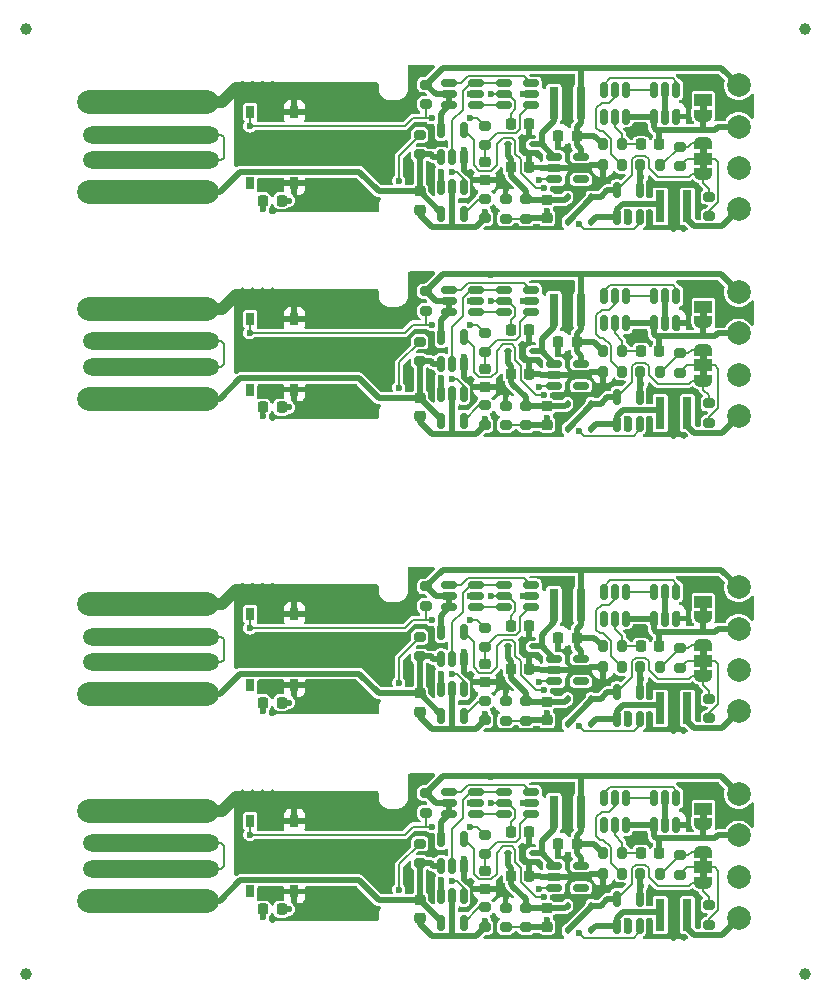
<source format=gtl>
G04 #@! TF.GenerationSoftware,KiCad,Pcbnew,8.0.1*
G04 #@! TF.CreationDate,2025-05-23T10:36:48+02:00*
G04 #@! TF.ProjectId,panel-4,70616e65-6c2d-4342-9e6b-696361645f70,F*
G04 #@! TF.SameCoordinates,Original*
G04 #@! TF.FileFunction,Copper,L1,Top*
G04 #@! TF.FilePolarity,Positive*
%FSLAX46Y46*%
G04 Gerber Fmt 4.6, Leading zero omitted, Abs format (unit mm)*
G04 Created by KiCad (PCBNEW 8.0.1) date 2025-05-23 10:36:48*
%MOMM*%
%LPD*%
G01*
G04 APERTURE LIST*
G04 Aperture macros list*
%AMRoundRect*
0 Rectangle with rounded corners*
0 $1 Rounding radius*
0 $2 $3 $4 $5 $6 $7 $8 $9 X,Y pos of 4 corners*
0 Add a 4 corners polygon primitive as box body*
4,1,4,$2,$3,$4,$5,$6,$7,$8,$9,$2,$3,0*
0 Add four circle primitives for the rounded corners*
1,1,$1+$1,$2,$3*
1,1,$1+$1,$4,$5*
1,1,$1+$1,$6,$7*
1,1,$1+$1,$8,$9*
0 Add four rect primitives between the rounded corners*
20,1,$1+$1,$2,$3,$4,$5,0*
20,1,$1+$1,$4,$5,$6,$7,0*
20,1,$1+$1,$6,$7,$8,$9,0*
20,1,$1+$1,$8,$9,$2,$3,0*%
%AMFreePoly0*
4,1,19,0.550000,-0.750000,0.000000,-0.750000,0.000000,-0.744911,-0.071157,-0.744911,-0.207708,-0.704816,-0.327430,-0.627875,-0.420627,-0.520320,-0.479746,-0.390866,-0.500000,-0.250000,-0.500000,0.250000,-0.479746,0.390866,-0.420627,0.520320,-0.327430,0.627875,-0.207708,0.704816,-0.071157,0.744911,0.000000,0.744911,0.000000,0.750000,0.550000,0.750000,0.550000,-0.750000,0.550000,-0.750000,
$1*%
%AMFreePoly1*
4,1,19,0.000000,0.744911,0.071157,0.744911,0.207708,0.704816,0.327430,0.627875,0.420627,0.520320,0.479746,0.390866,0.500000,0.250000,0.500000,-0.250000,0.479746,-0.390866,0.420627,-0.520320,0.327430,-0.627875,0.207708,-0.704816,0.071157,-0.744911,0.000000,-0.744911,0.000000,-0.750000,-0.550000,-0.750000,-0.550000,0.750000,0.000000,0.750000,0.000000,0.744911,0.000000,0.744911,
$1*%
G04 Aperture macros list end*
G04 #@! TA.AperFunction,EtchedComponent*
%ADD10C,0.000000*%
G04 #@! TD*
G04 #@! TA.AperFunction,SMDPad,CuDef*
%ADD11RoundRect,0.200000X-0.200000X-0.275000X0.200000X-0.275000X0.200000X0.275000X-0.200000X0.275000X0*%
G04 #@! TD*
G04 #@! TA.AperFunction,SMDPad,CuDef*
%ADD12RoundRect,0.200000X0.200000X0.275000X-0.200000X0.275000X-0.200000X-0.275000X0.200000X-0.275000X0*%
G04 #@! TD*
G04 #@! TA.AperFunction,SMDPad,CuDef*
%ADD13R,0.750000X1.000000*%
G04 #@! TD*
G04 #@! TA.AperFunction,SMDPad,CuDef*
%ADD14RoundRect,0.200000X0.275000X-0.200000X0.275000X0.200000X-0.275000X0.200000X-0.275000X-0.200000X0*%
G04 #@! TD*
G04 #@! TA.AperFunction,SMDPad,CuDef*
%ADD15RoundRect,0.112500X-0.112500X0.187500X-0.112500X-0.187500X0.112500X-0.187500X0.112500X0.187500X0*%
G04 #@! TD*
G04 #@! TA.AperFunction,SMDPad,CuDef*
%ADD16RoundRect,0.150000X-0.150000X0.512500X-0.150000X-0.512500X0.150000X-0.512500X0.150000X0.512500X0*%
G04 #@! TD*
G04 #@! TA.AperFunction,SMDPad,CuDef*
%ADD17FreePoly0,90.000000*%
G04 #@! TD*
G04 #@! TA.AperFunction,SMDPad,CuDef*
%ADD18R,1.500000X1.000000*%
G04 #@! TD*
G04 #@! TA.AperFunction,SMDPad,CuDef*
%ADD19FreePoly1,90.000000*%
G04 #@! TD*
G04 #@! TA.AperFunction,ComponentPad*
%ADD20C,2.000000*%
G04 #@! TD*
G04 #@! TA.AperFunction,SMDPad,CuDef*
%ADD21RoundRect,0.112500X0.112500X-0.187500X0.112500X0.187500X-0.112500X0.187500X-0.112500X-0.187500X0*%
G04 #@! TD*
G04 #@! TA.AperFunction,SMDPad,CuDef*
%ADD22RoundRect,0.150000X0.512500X0.150000X-0.512500X0.150000X-0.512500X-0.150000X0.512500X-0.150000X0*%
G04 #@! TD*
G04 #@! TA.AperFunction,SMDPad,CuDef*
%ADD23RoundRect,0.225000X-0.225000X-0.250000X0.225000X-0.250000X0.225000X0.250000X-0.225000X0.250000X0*%
G04 #@! TD*
G04 #@! TA.AperFunction,SMDPad,CuDef*
%ADD24RoundRect,0.150000X0.150000X-0.512500X0.150000X0.512500X-0.150000X0.512500X-0.150000X-0.512500X0*%
G04 #@! TD*
G04 #@! TA.AperFunction,SMDPad,CuDef*
%ADD25RoundRect,0.200000X-0.275000X0.200000X-0.275000X-0.200000X0.275000X-0.200000X0.275000X0.200000X0*%
G04 #@! TD*
G04 #@! TA.AperFunction,SMDPad,CuDef*
%ADD26RoundRect,0.225000X0.250000X-0.225000X0.250000X0.225000X-0.250000X0.225000X-0.250000X-0.225000X0*%
G04 #@! TD*
G04 #@! TA.AperFunction,SMDPad,CuDef*
%ADD27RoundRect,0.225000X-0.250000X0.225000X-0.250000X-0.225000X0.250000X-0.225000X0.250000X0.225000X0*%
G04 #@! TD*
G04 #@! TA.AperFunction,SMDPad,CuDef*
%ADD28RoundRect,0.218750X0.218750X0.256250X-0.218750X0.256250X-0.218750X-0.256250X0.218750X-0.256250X0*%
G04 #@! TD*
G04 #@! TA.AperFunction,SMDPad,CuDef*
%ADD29RoundRect,1.000000X5.000000X-0.000010X5.000000X0.000010X-5.000000X0.000010X-5.000000X-0.000010X0*%
G04 #@! TD*
G04 #@! TA.AperFunction,SMDPad,CuDef*
%ADD30RoundRect,0.750000X5.000000X-0.000010X5.000000X0.000010X-5.000000X0.000010X-5.000000X-0.000010X0*%
G04 #@! TD*
G04 #@! TA.AperFunction,SMDPad,CuDef*
%ADD31C,1.000000*%
G04 #@! TD*
G04 #@! TA.AperFunction,SMDPad,CuDef*
%ADD32RoundRect,0.225000X0.225000X0.250000X-0.225000X0.250000X-0.225000X-0.250000X0.225000X-0.250000X0*%
G04 #@! TD*
G04 #@! TA.AperFunction,SMDPad,CuDef*
%ADD33RoundRect,0.112500X-0.187500X-0.112500X0.187500X-0.112500X0.187500X0.112500X-0.187500X0.112500X0*%
G04 #@! TD*
G04 #@! TA.AperFunction,SMDPad,CuDef*
%ADD34R,0.800000X2.700000*%
G04 #@! TD*
G04 #@! TA.AperFunction,SMDPad,CuDef*
%ADD35RoundRect,0.150000X-0.512500X-0.150000X0.512500X-0.150000X0.512500X0.150000X-0.512500X0.150000X0*%
G04 #@! TD*
G04 #@! TA.AperFunction,ViaPad*
%ADD36C,0.600000*%
G04 #@! TD*
G04 #@! TA.AperFunction,Conductor*
%ADD37C,0.500000*%
G04 #@! TD*
G04 #@! TA.AperFunction,Conductor*
%ADD38C,0.200000*%
G04 #@! TD*
G04 #@! TA.AperFunction,Conductor*
%ADD39C,1.000000*%
G04 #@! TD*
G04 APERTURE END LIST*
D10*
G04 #@! TA.AperFunction,EtchedComponent*
G04 #@! TO.C,1-JP1*
G36*
X62175000Y-28900000D02*
G01*
X61575000Y-28900000D01*
X61575000Y-28400000D01*
X62175000Y-28400000D01*
X62175000Y-28900000D01*
G37*
G04 #@! TD.AperFunction*
G04 #@! TA.AperFunction,EtchedComponent*
G04 #@! TO.C,0-JP4*
G36*
X62175000Y-16350000D02*
G01*
X61575000Y-16350000D01*
X61575000Y-14550000D01*
X62175000Y-14550000D01*
X62175000Y-16350000D01*
G37*
G04 #@! TD.AperFunction*
G04 #@! TA.AperFunction,EtchedComponent*
G04 #@! TO.C,0-JP1*
G36*
X62175000Y-11400000D02*
G01*
X61575000Y-11400000D01*
X61575000Y-10900000D01*
X62175000Y-10900000D01*
X62175000Y-11400000D01*
G37*
G04 #@! TD.AperFunction*
G04 #@! TA.AperFunction,EtchedComponent*
G04 #@! TO.C,3-JP1*
G36*
X62175000Y-71400000D02*
G01*
X61575000Y-71400000D01*
X61575000Y-70900000D01*
X62175000Y-70900000D01*
X62175000Y-71400000D01*
G37*
G04 #@! TD.AperFunction*
G04 #@! TA.AperFunction,EtchedComponent*
G04 #@! TO.C,1-JP4*
G36*
X62175000Y-33850000D02*
G01*
X61575000Y-33850000D01*
X61575000Y-32050000D01*
X62175000Y-32050000D01*
X62175000Y-33850000D01*
G37*
G04 #@! TD.AperFunction*
G04 #@! TA.AperFunction,EtchedComponent*
G04 #@! TO.C,3-JP4*
G36*
X62175000Y-76350000D02*
G01*
X61575000Y-76350000D01*
X61575000Y-74550000D01*
X62175000Y-74550000D01*
X62175000Y-76350000D01*
G37*
G04 #@! TD.AperFunction*
G04 #@! TA.AperFunction,EtchedComponent*
G04 #@! TO.C,2-JP1*
G36*
X62175000Y-53900000D02*
G01*
X61575000Y-53900000D01*
X61575000Y-53400000D01*
X62175000Y-53400000D01*
X62175000Y-53900000D01*
G37*
G04 #@! TD.AperFunction*
G04 #@! TA.AperFunction,EtchedComponent*
G04 #@! TO.C,2-JP4*
G36*
X62175000Y-58850000D02*
G01*
X61575000Y-58850000D01*
X61575000Y-57050000D01*
X62175000Y-57050000D01*
X62175000Y-58850000D01*
G37*
G04 #@! TD.AperFunction*
G04 #@! TD*
D11*
G04 #@! TO.P,2-R4,1*
G04 #@! TO.N,2-+BATT*
X53350000Y-56750000D03*
G04 #@! TO.P,2-R4,2*
G04 #@! TO.N,2-Net-(U1-VCC)*
X55000000Y-56750000D03*
G04 #@! TD*
D12*
G04 #@! TO.P,3-R6,1*
G04 #@! TO.N,3-Net-(JP4-B)*
X58200000Y-76000000D03*
G04 #@! TO.P,3-R6,2*
G04 #@! TO.N,3-+LED*
X56550000Y-76000000D03*
G04 #@! TD*
D13*
G04 #@! TO.P,1-SW1,1,1*
G04 #@! TO.N,1-GND*
X27250000Y-29000000D03*
X27250000Y-35000000D03*
G04 #@! TO.P,1-SW1,2,2*
G04 #@! TO.N,1-Net-(R5-Pad1)*
X23500000Y-29000000D03*
X23500000Y-35000000D03*
G04 #@! TD*
D14*
G04 #@! TO.P,3-R9,1*
G04 #@! TO.N,3-Net-(C6-Pad2)*
X43375000Y-74325000D03*
G04 #@! TO.P,3-R9,2*
G04 #@! TO.N,3-Net-(R5-Pad1)*
X43375000Y-72675000D03*
G04 #@! TD*
G04 #@! TO.P,3-R5,1*
G04 #@! TO.N,3-Net-(R5-Pad1)*
X38375000Y-70825000D03*
G04 #@! TO.P,3-R5,2*
G04 #@! TO.N,3-+BATT*
X38375000Y-69175000D03*
G04 #@! TD*
D15*
G04 #@! TO.P,3-D3,1,K*
G04 #@! TO.N,3-Net-(D3-K)*
X52375000Y-78700000D03*
G04 #@! TO.P,3-D3,2,A*
G04 #@! TO.N,3-Net-(D3-A)*
X52375000Y-80800000D03*
G04 #@! TD*
D16*
G04 #@! TO.P,1-U2,1,~{CHRG}*
G04 #@! TO.N,1-Net-(D2-K)*
X41575000Y-35362500D03*
G04 #@! TO.P,1-U2,2,GND*
G04 #@! TO.N,1-GND1*
X40625000Y-35362500D03*
G04 #@! TO.P,1-U2,3,BAT*
G04 #@! TO.N,1-+BATT*
X39675000Y-35362500D03*
G04 #@! TO.P,1-U2,4,V_{CC}*
G04 #@! TO.N,1-VCC*
X39675000Y-37637500D03*
G04 #@! TO.P,1-U2,5,PROG*
G04 #@! TO.N,1-Net-(U2-PROG)*
X41575000Y-37637500D03*
G04 #@! TD*
G04 #@! TO.P,3-U2,1,~{CHRG}*
G04 #@! TO.N,3-Net-(D2-K)*
X41575000Y-77862500D03*
G04 #@! TO.P,3-U2,2,GND*
G04 #@! TO.N,3-GND1*
X40625000Y-77862500D03*
G04 #@! TO.P,3-U2,3,BAT*
G04 #@! TO.N,3-+BATT*
X39675000Y-77862500D03*
G04 #@! TO.P,3-U2,4,V_{CC}*
G04 #@! TO.N,3-VCC*
X39675000Y-80137500D03*
G04 #@! TO.P,3-U2,5,PROG*
G04 #@! TO.N,3-Net-(U2-PROG)*
X41575000Y-80137500D03*
G04 #@! TD*
D14*
G04 #@! TO.P,1-R9,1*
G04 #@! TO.N,1-Net-(C6-Pad2)*
X43375000Y-31825000D03*
G04 #@! TO.P,1-R9,2*
G04 #@! TO.N,1-Net-(R5-Pad1)*
X43375000Y-30175000D03*
G04 #@! TD*
D17*
G04 #@! TO.P,1-JP1,1,A*
G04 #@! TO.N,1--BATT*
X61875000Y-29300000D03*
D18*
G04 #@! TO.P,1-JP1,2,C*
G04 #@! TO.N,1-GND1*
X61875000Y-28000000D03*
D19*
G04 #@! TO.P,1-JP1,3,B*
G04 #@! TO.N,1-GND*
X61875000Y-26700000D03*
G04 #@! TD*
D14*
G04 #@! TO.P,2-R9,1*
G04 #@! TO.N,2-Net-(C6-Pad2)*
X43375000Y-56825000D03*
G04 #@! TO.P,2-R9,2*
G04 #@! TO.N,2-Net-(R5-Pad1)*
X43375000Y-55175000D03*
G04 #@! TD*
D20*
G04 #@! TO.P,0-J5,1,Pin_1*
G04 #@! TO.N,0--LED*
X64875000Y-19750000D03*
G04 #@! TD*
G04 #@! TO.P,0-J2,1,Pin_1*
G04 #@! TO.N,0-+BATT*
X64875000Y-9250000D03*
G04 #@! TD*
D21*
G04 #@! TO.P,2-D5,1,K*
G04 #@! TO.N,2-Net-(D3-K)*
X50375000Y-63300000D03*
G04 #@! TO.P,2-D5,2,A*
G04 #@! TO.N,2-Net-(D4-K)*
X50375000Y-61200000D03*
G04 #@! TD*
D13*
G04 #@! TO.P,2-SW1,1,1*
G04 #@! TO.N,2-GND*
X27250000Y-54000000D03*
X27250000Y-60000000D03*
G04 #@! TO.P,2-SW1,2,2*
G04 #@! TO.N,2-Net-(R5-Pad1)*
X23500000Y-54000000D03*
X23500000Y-60000000D03*
G04 #@! TD*
D22*
G04 #@! TO.P,3-U5,1,C*
G04 #@! TO.N,3-Net-(U5-C)*
X42650000Y-70950000D03*
G04 #@! TO.P,3-U5,2,GND*
G04 #@! TO.N,3-GND*
X42650000Y-70000000D03*
G04 #@! TO.P,3-U5,3,D*
G04 #@! TO.N,3-Net-(U5-D)*
X42650000Y-69050000D03*
G04 #@! TO.P,3-U5,4,Q*
G04 #@! TO.N,3-Net-(U5-Q)*
X40375000Y-69050000D03*
G04 #@! TO.P,3-U5,5,VCC*
G04 #@! TO.N,3-+BATT*
X40375000Y-70000000D03*
G04 #@! TO.P,3-U5,6,~{CLR}*
X40375000Y-70950000D03*
G04 #@! TD*
D23*
G04 #@! TO.P,2-C3,1*
G04 #@! TO.N,2-Net-(D4-K)*
X45600000Y-58700000D03*
G04 #@! TO.P,2-C3,2*
G04 #@! TO.N,2-GND*
X47150000Y-58700000D03*
G04 #@! TD*
D22*
G04 #@! TO.P,1-U5,1,C*
G04 #@! TO.N,1-Net-(U5-C)*
X42650000Y-28450000D03*
G04 #@! TO.P,1-U5,2,GND*
G04 #@! TO.N,1-GND*
X42650000Y-27500000D03*
G04 #@! TO.P,1-U5,3,D*
G04 #@! TO.N,1-Net-(U5-D)*
X42650000Y-26550000D03*
G04 #@! TO.P,1-U5,4,Q*
G04 #@! TO.N,1-Net-(U5-Q)*
X40375000Y-26550000D03*
G04 #@! TO.P,1-U5,5,VCC*
G04 #@! TO.N,1-+BATT*
X40375000Y-27500000D03*
G04 #@! TO.P,1-U5,6,~{CLR}*
X40375000Y-28450000D03*
G04 #@! TD*
D16*
G04 #@! TO.P,0-U2,1,~{CHRG}*
G04 #@! TO.N,0-Net-(D2-K)*
X41575000Y-17862500D03*
G04 #@! TO.P,0-U2,2,GND*
G04 #@! TO.N,0-GND1*
X40625000Y-17862500D03*
G04 #@! TO.P,0-U2,3,BAT*
G04 #@! TO.N,0-+BATT*
X39675000Y-17862500D03*
G04 #@! TO.P,0-U2,4,V_{CC}*
G04 #@! TO.N,0-VCC*
X39675000Y-20137500D03*
G04 #@! TO.P,0-U2,5,PROG*
G04 #@! TO.N,0-Net-(U2-PROG)*
X41575000Y-20137500D03*
G04 #@! TD*
D20*
G04 #@! TO.P,2-J2,1,Pin_1*
G04 #@! TO.N,2-+BATT*
X64875000Y-51750000D03*
G04 #@! TD*
D24*
G04 #@! TO.P,1-Q1,1,S1*
G04 #@! TO.N,1--BATT*
X57675000Y-29387500D03*
G04 #@! TO.P,1-Q1,2,D1*
G04 #@! TO.N,1-Net-(Q1A-D1)*
X58625000Y-29387500D03*
G04 #@! TO.P,1-Q1,3,S2*
G04 #@! TO.N,1-GND*
X59575000Y-29387500D03*
G04 #@! TO.P,1-Q1,4,G2*
G04 #@! TO.N,1-Net-(Q1B-G2)*
X59575000Y-27112500D03*
G04 #@! TO.P,1-Q1,5,D2*
G04 #@! TO.N,1-Net-(Q1A-D1)*
X58625000Y-27112500D03*
G04 #@! TO.P,1-Q1,6,G1*
G04 #@! TO.N,1-Net-(Q1A-G1)*
X57675000Y-27112500D03*
G04 #@! TD*
D25*
G04 #@! TO.P,0-R10,1*
G04 #@! TO.N,0-Net-(D3-K)*
X62375000Y-18675000D03*
G04 #@! TO.P,0-R10,2*
G04 #@! TO.N,0-Net-(JP4-C)*
X62375000Y-20325000D03*
G04 #@! TD*
D14*
G04 #@! TO.P,1-R1,1*
G04 #@! TO.N,1-VCC*
X37875000Y-32600000D03*
G04 #@! TO.P,1-R1,2*
G04 #@! TO.N,1-Net-(D2-A)*
X37875000Y-30950000D03*
G04 #@! TD*
D20*
G04 #@! TO.P,3-J4,1,Pin_1*
G04 #@! TO.N,3-+LED*
X64875000Y-76250000D03*
G04 #@! TD*
D12*
G04 #@! TO.P,2-R3,1*
G04 #@! TO.N,2-Net-(U1-CS)*
X55000000Y-58500000D03*
G04 #@! TO.P,2-R3,2*
G04 #@! TO.N,2-GND*
X53350000Y-58500000D03*
G04 #@! TD*
D16*
G04 #@! TO.P,3-U1,1,OD*
G04 #@! TO.N,3-Net-(Q1A-G1)*
X55325000Y-69612500D03*
G04 #@! TO.P,3-U1,2,CS*
G04 #@! TO.N,3-Net-(U1-CS)*
X54375000Y-69612500D03*
G04 #@! TO.P,3-U1,3,OC*
G04 #@! TO.N,3-Net-(Q1B-G2)*
X53425000Y-69612500D03*
G04 #@! TO.P,3-U1,4,TD*
G04 #@! TO.N,3-unconnected-(U1-TD-Pad4)*
X53425000Y-71887500D03*
G04 #@! TO.P,3-U1,5,VCC*
G04 #@! TO.N,3-Net-(U1-VCC)*
X54375000Y-71887500D03*
G04 #@! TO.P,3-U1,6,GND*
G04 #@! TO.N,3--BATT*
X55325000Y-71887500D03*
G04 #@! TD*
D26*
G04 #@! TO.P,2-C6,1*
G04 #@! TO.N,2-GND*
X43375000Y-59775000D03*
G04 #@! TO.P,2-C6,2*
G04 #@! TO.N,2-Net-(C6-Pad2)*
X43375000Y-58225000D03*
G04 #@! TD*
D14*
G04 #@! TO.P,0-R7,1*
G04 #@! TO.N,0-Net-(U3-FB)*
X45125000Y-20525000D03*
G04 #@! TO.P,0-R7,2*
G04 #@! TO.N,0-GND*
X45125000Y-18875000D03*
G04 #@! TD*
D12*
G04 #@! TO.P,2-R6,1*
G04 #@! TO.N,2-Net-(JP4-B)*
X58200000Y-58500000D03*
G04 #@! TO.P,2-R6,2*
G04 #@! TO.N,2-+LED*
X56550000Y-58500000D03*
G04 #@! TD*
D27*
G04 #@! TO.P,1-C4,1*
G04 #@! TO.N,1-Net-(D4-K)*
X48625000Y-36425000D03*
G04 #@! TO.P,1-C4,2*
G04 #@! TO.N,1-Net-(U3-FB)*
X48625000Y-37975000D03*
G04 #@! TD*
D23*
G04 #@! TO.P,1-C1,1*
G04 #@! TO.N,1-Net-(U1-VCC)*
X56600000Y-31750000D03*
G04 #@! TO.P,1-C1,2*
G04 #@! TO.N,1--BATT*
X58150000Y-31750000D03*
G04 #@! TD*
D26*
G04 #@! TO.P,3-C6,1*
G04 #@! TO.N,3-GND*
X43375000Y-77275000D03*
G04 #@! TO.P,3-C6,2*
G04 #@! TO.N,3-Net-(C6-Pad2)*
X43375000Y-75725000D03*
G04 #@! TD*
D22*
G04 #@! TO.P,1-U4,1*
G04 #@! TO.N,1-Net-(C6-Pad2)*
X47262500Y-28450000D03*
G04 #@! TO.P,1-U4,2,GND*
G04 #@! TO.N,1-GND*
X47262500Y-27500000D03*
G04 #@! TO.P,1-U4,3*
G04 #@! TO.N,1-Net-(U5-Q)*
X47262500Y-26550000D03*
G04 #@! TO.P,1-U4,4*
G04 #@! TO.N,1-Net-(U5-D)*
X44987500Y-26550000D03*
G04 #@! TO.P,1-U4,5,VCC*
G04 #@! TO.N,1-+BATT*
X44987500Y-27500000D03*
G04 #@! TO.P,1-U4,6*
G04 #@! TO.N,1-Net-(U5-C)*
X44987500Y-28450000D03*
G04 #@! TD*
D28*
G04 #@! TO.P,0-D2,1,K*
G04 #@! TO.N,0-Net-(D2-K)*
X26162500Y-19000000D03*
G04 #@! TO.P,0-D2,2,A*
G04 #@! TO.N,0-Net-(D2-A)*
X24587500Y-19000000D03*
G04 #@! TD*
D22*
G04 #@! TO.P,3-U4,1*
G04 #@! TO.N,3-Net-(C6-Pad2)*
X47262500Y-70950000D03*
G04 #@! TO.P,3-U4,2,GND*
G04 #@! TO.N,3-GND*
X47262500Y-70000000D03*
G04 #@! TO.P,3-U4,3*
G04 #@! TO.N,3-Net-(U5-Q)*
X47262500Y-69050000D03*
G04 #@! TO.P,3-U4,4*
G04 #@! TO.N,3-Net-(U5-D)*
X44987500Y-69050000D03*
G04 #@! TO.P,3-U4,5,VCC*
G04 #@! TO.N,3-+BATT*
X44987500Y-70000000D03*
G04 #@! TO.P,3-U4,6*
G04 #@! TO.N,3-Net-(U5-C)*
X44987500Y-70950000D03*
G04 #@! TD*
D27*
G04 #@! TO.P,3-C2,1*
G04 #@! TO.N,3-VCC*
X37875000Y-78225000D03*
G04 #@! TO.P,3-C2,2*
G04 #@! TO.N,3-GND1*
X37875000Y-79775000D03*
G04 #@! TD*
D16*
G04 #@! TO.P,2-U1,1,OD*
G04 #@! TO.N,2-Net-(Q1A-G1)*
X55325000Y-52112500D03*
G04 #@! TO.P,2-U1,2,CS*
G04 #@! TO.N,2-Net-(U1-CS)*
X54375000Y-52112500D03*
G04 #@! TO.P,2-U1,3,OC*
G04 #@! TO.N,2-Net-(Q1B-G2)*
X53425000Y-52112500D03*
G04 #@! TO.P,2-U1,4,TD*
G04 #@! TO.N,2-unconnected-(U1-TD-Pad4)*
X53425000Y-54387500D03*
G04 #@! TO.P,2-U1,5,VCC*
G04 #@! TO.N,2-Net-(U1-VCC)*
X54375000Y-54387500D03*
G04 #@! TO.P,2-U1,6,GND*
G04 #@! TO.N,2--BATT*
X55325000Y-54387500D03*
G04 #@! TD*
D29*
G04 #@! TO.P,3-J1,1,VBUS*
G04 #@! TO.N,3-VCC*
X14875000Y-78310000D03*
D30*
G04 #@! TO.P,3-J1,2,D-*
G04 #@! TO.N,3-Net-(J1-D+)*
X15125000Y-75580000D03*
G04 #@! TO.P,3-J1,3,D+*
X15125000Y-73420000D03*
D29*
G04 #@! TO.P,3-J1,4,GND*
G04 #@! TO.N,3-GND*
X14875000Y-70690000D03*
G04 #@! TD*
D14*
G04 #@! TO.P,2-R5,1*
G04 #@! TO.N,2-Net-(R5-Pad1)*
X38375000Y-53325000D03*
G04 #@! TO.P,2-R5,2*
G04 #@! TO.N,2-+BATT*
X38375000Y-51675000D03*
G04 #@! TD*
G04 #@! TO.P,3-R2,1*
G04 #@! TO.N,3-GND1*
X43375000Y-80500000D03*
G04 #@! TO.P,3-R2,2*
G04 #@! TO.N,3-Net-(U2-PROG)*
X43375000Y-78850000D03*
G04 #@! TD*
D11*
G04 #@! TO.P,0-R4,1*
G04 #@! TO.N,0-+BATT*
X53350000Y-14250000D03*
G04 #@! TO.P,0-R4,2*
G04 #@! TO.N,0-Net-(U1-VCC)*
X55000000Y-14250000D03*
G04 #@! TD*
D24*
G04 #@! TO.P,3-U6,1,SW*
G04 #@! TO.N,3-Net-(D3-A)*
X54575000Y-80400000D03*
G04 #@! TO.P,3-U6,2,GND*
G04 #@! TO.N,3-GND*
X55525000Y-80400000D03*
G04 #@! TO.P,3-U6,3,CTRL*
G04 #@! TO.N,3-Net-(U3-EN)*
X56475000Y-80400000D03*
G04 #@! TO.P,3-U6,4,SET*
G04 #@! TO.N,3-+LED*
X56475000Y-78125000D03*
G04 #@! TO.P,3-U6,5,VIN*
G04 #@! TO.N,3-Net-(D3-K)*
X54575000Y-78125000D03*
G04 #@! TD*
D14*
G04 #@! TO.P,2-R8,1*
G04 #@! TO.N,2-Net-(U3-FB)*
X46875000Y-63025000D03*
G04 #@! TO.P,2-R8,2*
G04 #@! TO.N,2-Net-(D4-K)*
X46875000Y-61375000D03*
G04 #@! TD*
D25*
G04 #@! TO.P,1-R10,1*
G04 #@! TO.N,1-Net-(D3-K)*
X62375000Y-36175000D03*
G04 #@! TO.P,1-R10,2*
G04 #@! TO.N,1-Net-(JP4-C)*
X62375000Y-37825000D03*
G04 #@! TD*
D17*
G04 #@! TO.P,0-JP4,1,A*
G04 #@! TO.N,0-Net-(D3-K)*
X61875000Y-16750000D03*
D18*
G04 #@! TO.P,0-JP4,2,C*
G04 #@! TO.N,0-Net-(JP4-C)*
X61875000Y-15450000D03*
D19*
G04 #@! TO.P,0-JP4,3,B*
G04 #@! TO.N,0-Net-(JP4-B)*
X61875000Y-14150000D03*
G04 #@! TD*
D17*
G04 #@! TO.P,0-JP1,1,A*
G04 #@! TO.N,0--BATT*
X61875000Y-11800000D03*
D18*
G04 #@! TO.P,0-JP1,2,C*
G04 #@! TO.N,0-GND1*
X61875000Y-10500000D03*
D19*
G04 #@! TO.P,0-JP1,3,B*
G04 #@! TO.N,0-GND*
X61875000Y-9200000D03*
G04 #@! TD*
D22*
G04 #@! TO.P,2-U5,1,C*
G04 #@! TO.N,2-Net-(U5-C)*
X42650000Y-53450000D03*
G04 #@! TO.P,2-U5,2,GND*
G04 #@! TO.N,2-GND*
X42650000Y-52500000D03*
G04 #@! TO.P,2-U5,3,D*
G04 #@! TO.N,2-Net-(U5-D)*
X42650000Y-51550000D03*
G04 #@! TO.P,2-U5,4,Q*
G04 #@! TO.N,2-Net-(U5-Q)*
X40375000Y-51550000D03*
G04 #@! TO.P,2-U5,5,VCC*
G04 #@! TO.N,2-+BATT*
X40375000Y-52500000D03*
G04 #@! TO.P,2-U5,6,~{CLR}*
X40375000Y-53450000D03*
G04 #@! TD*
D16*
G04 #@! TO.P,0-U1,1,OD*
G04 #@! TO.N,0-Net-(Q1A-G1)*
X55325000Y-9612500D03*
G04 #@! TO.P,0-U1,2,CS*
G04 #@! TO.N,0-Net-(U1-CS)*
X54375000Y-9612500D03*
G04 #@! TO.P,0-U1,3,OC*
G04 #@! TO.N,0-Net-(Q1B-G2)*
X53425000Y-9612500D03*
G04 #@! TO.P,0-U1,4,TD*
G04 #@! TO.N,0-unconnected-(U1-TD-Pad4)*
X53425000Y-11887500D03*
G04 #@! TO.P,0-U1,5,VCC*
G04 #@! TO.N,0-Net-(U1-VCC)*
X54375000Y-11887500D03*
G04 #@! TO.P,0-U1,6,GND*
G04 #@! TO.N,0--BATT*
X55325000Y-11887500D03*
G04 #@! TD*
D24*
G04 #@! TO.P,0-U7,1*
G04 #@! TO.N,0-VCC*
X39675000Y-15337500D03*
G04 #@! TO.P,0-U7,2*
G04 #@! TO.N,0-Net-(U5-D)*
X40625000Y-15337500D03*
G04 #@! TO.P,0-U7,3,GND*
G04 #@! TO.N,0-GND*
X41575000Y-15337500D03*
G04 #@! TO.P,0-U7,4*
G04 #@! TO.N,0-Net-(U3-EN)*
X41575000Y-13062500D03*
G04 #@! TO.P,0-U7,5,VCC*
G04 #@! TO.N,0-+BATT*
X39675000Y-13062500D03*
G04 #@! TD*
D12*
G04 #@! TO.P,3-R3,1*
G04 #@! TO.N,3-Net-(U1-CS)*
X55000000Y-76000000D03*
G04 #@! TO.P,3-R3,2*
G04 #@! TO.N,3-GND*
X53350000Y-76000000D03*
G04 #@! TD*
D14*
G04 #@! TO.P,1-R8,1*
G04 #@! TO.N,1-Net-(U3-FB)*
X46875000Y-38025000D03*
G04 #@! TO.P,1-R8,2*
G04 #@! TO.N,1-Net-(D4-K)*
X46875000Y-36375000D03*
G04 #@! TD*
D31*
G04 #@! TO.P,KiKit_FID_T_3,*
G04 #@! TO.N,*
X4500000Y-84500000D03*
G04 #@! TD*
D32*
G04 #@! TO.P,1-C5,1*
G04 #@! TO.N,1-+BATT*
X51150000Y-31000000D03*
G04 #@! TO.P,1-C5,2*
G04 #@! TO.N,1-GND*
X49600000Y-31000000D03*
G04 #@! TD*
D23*
G04 #@! TO.P,2-C1,1*
G04 #@! TO.N,2-Net-(U1-VCC)*
X56600000Y-56750000D03*
G04 #@! TO.P,2-C1,2*
G04 #@! TO.N,2--BATT*
X58150000Y-56750000D03*
G04 #@! TD*
D31*
G04 #@! TO.P,KiKit_FID_T_1,*
G04 #@! TO.N,*
X4500000Y-4500000D03*
G04 #@! TD*
D16*
G04 #@! TO.P,2-U2,1,~{CHRG}*
G04 #@! TO.N,2-Net-(D2-K)*
X41575000Y-60362500D03*
G04 #@! TO.P,2-U2,2,GND*
G04 #@! TO.N,2-GND1*
X40625000Y-60362500D03*
G04 #@! TO.P,2-U2,3,BAT*
G04 #@! TO.N,2-+BATT*
X39675000Y-60362500D03*
G04 #@! TO.P,2-U2,4,V_{CC}*
G04 #@! TO.N,2-VCC*
X39675000Y-62637500D03*
G04 #@! TO.P,2-U2,5,PROG*
G04 #@! TO.N,2-Net-(U2-PROG)*
X41575000Y-62637500D03*
G04 #@! TD*
D20*
G04 #@! TO.P,0-J4,1,Pin_1*
G04 #@! TO.N,0-+LED*
X64875000Y-16250000D03*
G04 #@! TD*
D12*
G04 #@! TO.P,1-R3,1*
G04 #@! TO.N,1-Net-(U1-CS)*
X55000000Y-33500000D03*
G04 #@! TO.P,1-R3,2*
G04 #@! TO.N,1-GND*
X53350000Y-33500000D03*
G04 #@! TD*
D11*
G04 #@! TO.P,3-R4,1*
G04 #@! TO.N,3-+BATT*
X53350000Y-74250000D03*
G04 #@! TO.P,3-R4,2*
G04 #@! TO.N,3-Net-(U1-VCC)*
X55000000Y-74250000D03*
G04 #@! TD*
D29*
G04 #@! TO.P,0-J1,1,VBUS*
G04 #@! TO.N,0-VCC*
X14875000Y-18310000D03*
D30*
G04 #@! TO.P,0-J1,2,D-*
G04 #@! TO.N,0-Net-(J1-D+)*
X15125000Y-15580000D03*
G04 #@! TO.P,0-J1,3,D+*
X15125000Y-13420000D03*
D29*
G04 #@! TO.P,0-J1,4,GND*
G04 #@! TO.N,0-GND*
X14875000Y-10690000D03*
G04 #@! TD*
D33*
G04 #@! TO.P,1-D4,1,K*
G04 #@! TO.N,1-Net-(D4-K)*
X45325000Y-31750000D03*
G04 #@! TO.P,1-D4,2,A*
G04 #@! TO.N,1-Net-(D4-A)*
X47425000Y-31750000D03*
G04 #@! TD*
D32*
G04 #@! TO.P,0-C5,1*
G04 #@! TO.N,0-+BATT*
X51150000Y-13500000D03*
G04 #@! TO.P,0-C5,2*
G04 #@! TO.N,0-GND*
X49600000Y-13500000D03*
G04 #@! TD*
D20*
G04 #@! TO.P,3-J3,1,Pin_1*
G04 #@! TO.N,3--BATT*
X64875000Y-72750000D03*
G04 #@! TD*
D33*
G04 #@! TO.P,3-D4,1,K*
G04 #@! TO.N,3-Net-(D4-K)*
X45325000Y-74250000D03*
G04 #@! TO.P,3-D4,2,A*
G04 #@! TO.N,3-Net-(D4-A)*
X47425000Y-74250000D03*
G04 #@! TD*
D15*
G04 #@! TO.P,2-D3,1,K*
G04 #@! TO.N,2-Net-(D3-K)*
X52375000Y-61200000D03*
G04 #@! TO.P,2-D3,2,A*
G04 #@! TO.N,2-Net-(D3-A)*
X52375000Y-63300000D03*
G04 #@! TD*
D34*
G04 #@! TO.P,3-L2,1,1*
G04 #@! TO.N,3-+BATT*
X51525000Y-70750000D03*
G04 #@! TO.P,3-L2,2,2*
G04 #@! TO.N,3-Net-(D4-A)*
X49225000Y-70750000D03*
G04 #@! TD*
D23*
G04 #@! TO.P,1-C3,1*
G04 #@! TO.N,1-Net-(D4-K)*
X45600000Y-33700000D03*
G04 #@! TO.P,1-C3,2*
G04 #@! TO.N,1-GND*
X47150000Y-33700000D03*
G04 #@! TD*
D29*
G04 #@! TO.P,2-J1,1,VBUS*
G04 #@! TO.N,2-VCC*
X14875000Y-60810000D03*
D30*
G04 #@! TO.P,2-J1,2,D-*
G04 #@! TO.N,2-Net-(J1-D+)*
X15125000Y-58080000D03*
G04 #@! TO.P,2-J1,3,D+*
X15125000Y-55920000D03*
D29*
G04 #@! TO.P,2-J1,4,GND*
G04 #@! TO.N,2-GND*
X14875000Y-53190000D03*
G04 #@! TD*
D20*
G04 #@! TO.P,1-J4,1,Pin_1*
G04 #@! TO.N,1-+LED*
X64875000Y-33750000D03*
G04 #@! TD*
D13*
G04 #@! TO.P,0-SW1,1,1*
G04 #@! TO.N,0-GND*
X27250000Y-11500000D03*
X27250000Y-17500000D03*
G04 #@! TO.P,0-SW1,2,2*
G04 #@! TO.N,0-Net-(R5-Pad1)*
X23500000Y-11500000D03*
X23500000Y-17500000D03*
G04 #@! TD*
D24*
G04 #@! TO.P,2-U7,1*
G04 #@! TO.N,2-VCC*
X39675000Y-57837500D03*
G04 #@! TO.P,2-U7,2*
G04 #@! TO.N,2-Net-(U5-D)*
X40625000Y-57837500D03*
G04 #@! TO.P,2-U7,3,GND*
G04 #@! TO.N,2-GND*
X41575000Y-57837500D03*
G04 #@! TO.P,2-U7,4*
G04 #@! TO.N,2-Net-(U3-EN)*
X41575000Y-55562500D03*
G04 #@! TO.P,2-U7,5,VCC*
G04 #@! TO.N,2-+BATT*
X39675000Y-55562500D03*
G04 #@! TD*
D20*
G04 #@! TO.P,2-J4,1,Pin_1*
G04 #@! TO.N,2-+LED*
X64875000Y-58750000D03*
G04 #@! TD*
D14*
G04 #@! TO.P,2-R11,1*
G04 #@! TO.N,2-Net-(JP4-C)*
X59875000Y-58575000D03*
G04 #@! TO.P,2-R11,2*
G04 #@! TO.N,2-Net-(JP4-B)*
X59875000Y-56925000D03*
G04 #@! TD*
G04 #@! TO.P,3-R11,1*
G04 #@! TO.N,3-Net-(JP4-C)*
X59875000Y-76075000D03*
G04 #@! TO.P,3-R11,2*
G04 #@! TO.N,3-Net-(JP4-B)*
X59875000Y-74425000D03*
G04 #@! TD*
D12*
G04 #@! TO.P,1-R6,1*
G04 #@! TO.N,1-Net-(JP4-B)*
X58200000Y-33500000D03*
G04 #@! TO.P,1-R6,2*
G04 #@! TO.N,1-+LED*
X56550000Y-33500000D03*
G04 #@! TD*
D15*
G04 #@! TO.P,0-D3,1,K*
G04 #@! TO.N,0-Net-(D3-K)*
X52375000Y-18700000D03*
G04 #@! TO.P,0-D3,2,A*
G04 #@! TO.N,0-Net-(D3-A)*
X52375000Y-20800000D03*
G04 #@! TD*
D20*
G04 #@! TO.P,2-J3,1,Pin_1*
G04 #@! TO.N,2--BATT*
X64875000Y-55250000D03*
G04 #@! TD*
D14*
G04 #@! TO.P,3-R8,1*
G04 #@! TO.N,3-Net-(U3-FB)*
X46875000Y-80525000D03*
G04 #@! TO.P,3-R8,2*
G04 #@! TO.N,3-Net-(D4-K)*
X46875000Y-78875000D03*
G04 #@! TD*
G04 #@! TO.P,1-R11,1*
G04 #@! TO.N,1-Net-(JP4-C)*
X59875000Y-33575000D03*
G04 #@! TO.P,1-R11,2*
G04 #@! TO.N,1-Net-(JP4-B)*
X59875000Y-31925000D03*
G04 #@! TD*
D34*
G04 #@! TO.P,1-L2,1,1*
G04 #@! TO.N,1-+BATT*
X51525000Y-28250000D03*
G04 #@! TO.P,1-L2,2,2*
G04 #@! TO.N,1-Net-(D4-A)*
X49225000Y-28250000D03*
G04 #@! TD*
D29*
G04 #@! TO.P,1-J1,1,VBUS*
G04 #@! TO.N,1-VCC*
X14875000Y-35810000D03*
D30*
G04 #@! TO.P,1-J1,2,D-*
G04 #@! TO.N,1-Net-(J1-D+)*
X15125000Y-33080000D03*
G04 #@! TO.P,1-J1,3,D+*
X15125000Y-30920000D03*
D29*
G04 #@! TO.P,1-J1,4,GND*
G04 #@! TO.N,1-GND*
X14875000Y-28190000D03*
G04 #@! TD*
D14*
G04 #@! TO.P,3-R7,1*
G04 #@! TO.N,3-Net-(U3-FB)*
X45125000Y-80525000D03*
G04 #@! TO.P,3-R7,2*
G04 #@! TO.N,3-GND*
X45125000Y-78875000D03*
G04 #@! TD*
D34*
G04 #@! TO.P,1-L1,1,1*
G04 #@! TO.N,1--LED*
X60525000Y-37000000D03*
G04 #@! TO.P,1-L1,2,2*
G04 #@! TO.N,1-Net-(D3-A)*
X58225000Y-37000000D03*
G04 #@! TD*
D14*
G04 #@! TO.P,0-R2,1*
G04 #@! TO.N,0-GND1*
X43375000Y-20500000D03*
G04 #@! TO.P,0-R2,2*
G04 #@! TO.N,0-Net-(U2-PROG)*
X43375000Y-18850000D03*
G04 #@! TD*
G04 #@! TO.P,1-R5,1*
G04 #@! TO.N,1-Net-(R5-Pad1)*
X38375000Y-28325000D03*
G04 #@! TO.P,1-R5,2*
G04 #@! TO.N,1-+BATT*
X38375000Y-26675000D03*
G04 #@! TD*
D12*
G04 #@! TO.P,0-R3,1*
G04 #@! TO.N,0-Net-(U1-CS)*
X55000000Y-16000000D03*
G04 #@! TO.P,0-R3,2*
G04 #@! TO.N,0-GND*
X53350000Y-16000000D03*
G04 #@! TD*
D20*
G04 #@! TO.P,2-J5,1,Pin_1*
G04 #@! TO.N,2--LED*
X64875000Y-62250000D03*
G04 #@! TD*
D32*
G04 #@! TO.P,1-C7,1*
G04 #@! TO.N,1-GND*
X47150000Y-30000000D03*
G04 #@! TO.P,1-C7,2*
G04 #@! TO.N,1-+BATT*
X45600000Y-30000000D03*
G04 #@! TD*
D28*
G04 #@! TO.P,3-D2,1,K*
G04 #@! TO.N,3-Net-(D2-K)*
X26162500Y-79000000D03*
G04 #@! TO.P,3-D2,2,A*
G04 #@! TO.N,3-Net-(D2-A)*
X24587500Y-79000000D03*
G04 #@! TD*
D27*
G04 #@! TO.P,2-C2,1*
G04 #@! TO.N,2-VCC*
X37875000Y-60725000D03*
G04 #@! TO.P,2-C2,2*
G04 #@! TO.N,2-GND1*
X37875000Y-62275000D03*
G04 #@! TD*
D21*
G04 #@! TO.P,1-D5,1,K*
G04 #@! TO.N,1-Net-(D3-K)*
X50375000Y-38300000D03*
G04 #@! TO.P,1-D5,2,A*
G04 #@! TO.N,1-Net-(D4-K)*
X50375000Y-36200000D03*
G04 #@! TD*
D35*
G04 #@! TO.P,2-U3,1,SW*
G04 #@! TO.N,2-Net-(D4-A)*
X49237500Y-57800000D03*
G04 #@! TO.P,2-U3,2,GND*
G04 #@! TO.N,2-GND*
X49237500Y-58750000D03*
G04 #@! TO.P,2-U3,3,FB*
G04 #@! TO.N,2-Net-(U3-FB)*
X49237500Y-59700000D03*
G04 #@! TO.P,2-U3,4,EN*
G04 #@! TO.N,2-Net-(U3-EN)*
X51512500Y-59700000D03*
G04 #@! TO.P,2-U3,5,VIN*
G04 #@! TO.N,2-+BATT*
X51512500Y-57800000D03*
G04 #@! TD*
D14*
G04 #@! TO.P,1-R7,1*
G04 #@! TO.N,1-Net-(U3-FB)*
X45125000Y-38025000D03*
G04 #@! TO.P,1-R7,2*
G04 #@! TO.N,1-GND*
X45125000Y-36375000D03*
G04 #@! TD*
D20*
G04 #@! TO.P,1-J2,1,Pin_1*
G04 #@! TO.N,1-+BATT*
X64875000Y-26750000D03*
G04 #@! TD*
D23*
G04 #@! TO.P,0-C3,1*
G04 #@! TO.N,0-Net-(D4-K)*
X45600000Y-16200000D03*
G04 #@! TO.P,0-C3,2*
G04 #@! TO.N,0-GND*
X47150000Y-16200000D03*
G04 #@! TD*
D26*
G04 #@! TO.P,1-C6,1*
G04 #@! TO.N,1-GND*
X43375000Y-34775000D03*
G04 #@! TO.P,1-C6,2*
G04 #@! TO.N,1-Net-(C6-Pad2)*
X43375000Y-33225000D03*
G04 #@! TD*
D15*
G04 #@! TO.P,1-D3,1,K*
G04 #@! TO.N,1-Net-(D3-K)*
X52375000Y-36200000D03*
G04 #@! TO.P,1-D3,2,A*
G04 #@! TO.N,1-Net-(D3-A)*
X52375000Y-38300000D03*
G04 #@! TD*
D14*
G04 #@! TO.P,3-R1,1*
G04 #@! TO.N,3-VCC*
X37875000Y-75100000D03*
G04 #@! TO.P,3-R1,2*
G04 #@! TO.N,3-Net-(D2-A)*
X37875000Y-73450000D03*
G04 #@! TD*
D27*
G04 #@! TO.P,2-C4,1*
G04 #@! TO.N,2-Net-(D4-K)*
X48625000Y-61425000D03*
G04 #@! TO.P,2-C4,2*
G04 #@! TO.N,2-Net-(U3-FB)*
X48625000Y-62975000D03*
G04 #@! TD*
D17*
G04 #@! TO.P,3-JP1,1,A*
G04 #@! TO.N,3--BATT*
X61875000Y-71800000D03*
D18*
G04 #@! TO.P,3-JP1,2,C*
G04 #@! TO.N,3-GND1*
X61875000Y-70500000D03*
D19*
G04 #@! TO.P,3-JP1,3,B*
G04 #@! TO.N,3-GND*
X61875000Y-69200000D03*
G04 #@! TD*
D34*
G04 #@! TO.P,0-L1,1,1*
G04 #@! TO.N,0--LED*
X60525000Y-19500000D03*
G04 #@! TO.P,0-L1,2,2*
G04 #@! TO.N,0-Net-(D3-A)*
X58225000Y-19500000D03*
G04 #@! TD*
D14*
G04 #@! TO.P,0-R8,1*
G04 #@! TO.N,0-Net-(U3-FB)*
X46875000Y-20525000D03*
G04 #@! TO.P,0-R8,2*
G04 #@! TO.N,0-Net-(D4-K)*
X46875000Y-18875000D03*
G04 #@! TD*
D35*
G04 #@! TO.P,1-U3,1,SW*
G04 #@! TO.N,1-Net-(D4-A)*
X49237500Y-32800000D03*
G04 #@! TO.P,1-U3,2,GND*
G04 #@! TO.N,1-GND*
X49237500Y-33750000D03*
G04 #@! TO.P,1-U3,3,FB*
G04 #@! TO.N,1-Net-(U3-FB)*
X49237500Y-34700000D03*
G04 #@! TO.P,1-U3,4,EN*
G04 #@! TO.N,1-Net-(U3-EN)*
X51512500Y-34700000D03*
G04 #@! TO.P,1-U3,5,VIN*
G04 #@! TO.N,1-+BATT*
X51512500Y-32800000D03*
G04 #@! TD*
D32*
G04 #@! TO.P,2-C7,1*
G04 #@! TO.N,2-GND*
X47150000Y-55000000D03*
G04 #@! TO.P,2-C7,2*
G04 #@! TO.N,2-+BATT*
X45600000Y-55000000D03*
G04 #@! TD*
D31*
G04 #@! TO.P,KiKit_FID_T_4,*
G04 #@! TO.N,*
X70500000Y-84500000D03*
G04 #@! TD*
D14*
G04 #@! TO.P,1-R2,1*
G04 #@! TO.N,1-GND1*
X43375000Y-38000000D03*
G04 #@! TO.P,1-R2,2*
G04 #@! TO.N,1-Net-(U2-PROG)*
X43375000Y-36350000D03*
G04 #@! TD*
D21*
G04 #@! TO.P,3-D5,1,K*
G04 #@! TO.N,3-Net-(D3-K)*
X50375000Y-80800000D03*
G04 #@! TO.P,3-D5,2,A*
G04 #@! TO.N,3-Net-(D4-K)*
X50375000Y-78700000D03*
G04 #@! TD*
D17*
G04 #@! TO.P,1-JP4,1,A*
G04 #@! TO.N,1-Net-(D3-K)*
X61875000Y-34250000D03*
D18*
G04 #@! TO.P,1-JP4,2,C*
G04 #@! TO.N,1-Net-(JP4-C)*
X61875000Y-32950000D03*
D19*
G04 #@! TO.P,1-JP4,3,B*
G04 #@! TO.N,1-Net-(JP4-B)*
X61875000Y-31650000D03*
G04 #@! TD*
D25*
G04 #@! TO.P,3-R10,1*
G04 #@! TO.N,3-Net-(D3-K)*
X62375000Y-78675000D03*
G04 #@! TO.P,3-R10,2*
G04 #@! TO.N,3-Net-(JP4-C)*
X62375000Y-80325000D03*
G04 #@! TD*
D13*
G04 #@! TO.P,3-SW1,1,1*
G04 #@! TO.N,3-GND*
X27250000Y-71500000D03*
X27250000Y-77500000D03*
G04 #@! TO.P,3-SW1,2,2*
G04 #@! TO.N,3-Net-(R5-Pad1)*
X23500000Y-71500000D03*
X23500000Y-77500000D03*
G04 #@! TD*
D32*
G04 #@! TO.P,3-C7,1*
G04 #@! TO.N,3-GND*
X47150000Y-72500000D03*
G04 #@! TO.P,3-C7,2*
G04 #@! TO.N,3-+BATT*
X45600000Y-72500000D03*
G04 #@! TD*
D27*
G04 #@! TO.P,1-C2,1*
G04 #@! TO.N,1-VCC*
X37875000Y-35725000D03*
G04 #@! TO.P,1-C2,2*
G04 #@! TO.N,1-GND1*
X37875000Y-37275000D03*
G04 #@! TD*
D24*
G04 #@! TO.P,1-U6,1,SW*
G04 #@! TO.N,1-Net-(D3-A)*
X54575000Y-37900000D03*
G04 #@! TO.P,1-U6,2,GND*
G04 #@! TO.N,1-GND*
X55525000Y-37900000D03*
G04 #@! TO.P,1-U6,3,CTRL*
G04 #@! TO.N,1-Net-(U3-EN)*
X56475000Y-37900000D03*
G04 #@! TO.P,1-U6,4,SET*
G04 #@! TO.N,1-+LED*
X56475000Y-35625000D03*
G04 #@! TO.P,1-U6,5,VIN*
G04 #@! TO.N,1-Net-(D3-K)*
X54575000Y-35625000D03*
G04 #@! TD*
D20*
G04 #@! TO.P,0-J3,1,Pin_1*
G04 #@! TO.N,0--BATT*
X64875000Y-12750000D03*
G04 #@! TD*
D14*
G04 #@! TO.P,2-R2,1*
G04 #@! TO.N,2-GND1*
X43375000Y-63000000D03*
G04 #@! TO.P,2-R2,2*
G04 #@! TO.N,2-Net-(U2-PROG)*
X43375000Y-61350000D03*
G04 #@! TD*
G04 #@! TO.P,0-R11,1*
G04 #@! TO.N,0-Net-(JP4-C)*
X59875000Y-16075000D03*
G04 #@! TO.P,0-R11,2*
G04 #@! TO.N,0-Net-(JP4-B)*
X59875000Y-14425000D03*
G04 #@! TD*
D20*
G04 #@! TO.P,3-J2,1,Pin_1*
G04 #@! TO.N,3-+BATT*
X64875000Y-69250000D03*
G04 #@! TD*
D34*
G04 #@! TO.P,3-L1,1,1*
G04 #@! TO.N,3--LED*
X60525000Y-79500000D03*
G04 #@! TO.P,3-L1,2,2*
G04 #@! TO.N,3-Net-(D3-A)*
X58225000Y-79500000D03*
G04 #@! TD*
D17*
G04 #@! TO.P,3-JP4,1,A*
G04 #@! TO.N,3-Net-(D3-K)*
X61875000Y-76750000D03*
D18*
G04 #@! TO.P,3-JP4,2,C*
G04 #@! TO.N,3-Net-(JP4-C)*
X61875000Y-75450000D03*
D19*
G04 #@! TO.P,3-JP4,3,B*
G04 #@! TO.N,3-Net-(JP4-B)*
X61875000Y-74150000D03*
G04 #@! TD*
D23*
G04 #@! TO.P,3-C1,1*
G04 #@! TO.N,3-Net-(U1-VCC)*
X56600000Y-74250000D03*
G04 #@! TO.P,3-C1,2*
G04 #@! TO.N,3--BATT*
X58150000Y-74250000D03*
G04 #@! TD*
D24*
G04 #@! TO.P,3-U7,1*
G04 #@! TO.N,3-VCC*
X39675000Y-75337500D03*
G04 #@! TO.P,3-U7,2*
G04 #@! TO.N,3-Net-(U5-D)*
X40625000Y-75337500D03*
G04 #@! TO.P,3-U7,3,GND*
G04 #@! TO.N,3-GND*
X41575000Y-75337500D03*
G04 #@! TO.P,3-U7,4*
G04 #@! TO.N,3-Net-(U3-EN)*
X41575000Y-73062500D03*
G04 #@! TO.P,3-U7,5,VCC*
G04 #@! TO.N,3-+BATT*
X39675000Y-73062500D03*
G04 #@! TD*
D25*
G04 #@! TO.P,2-R10,1*
G04 #@! TO.N,2-Net-(D3-K)*
X62375000Y-61175000D03*
G04 #@! TO.P,2-R10,2*
G04 #@! TO.N,2-Net-(JP4-C)*
X62375000Y-62825000D03*
G04 #@! TD*
D14*
G04 #@! TO.P,0-R9,1*
G04 #@! TO.N,0-Net-(C6-Pad2)*
X43375000Y-14325000D03*
G04 #@! TO.P,0-R9,2*
G04 #@! TO.N,0-Net-(R5-Pad1)*
X43375000Y-12675000D03*
G04 #@! TD*
D32*
G04 #@! TO.P,3-C5,1*
G04 #@! TO.N,3-+BATT*
X51150000Y-73500000D03*
G04 #@! TO.P,3-C5,2*
G04 #@! TO.N,3-GND*
X49600000Y-73500000D03*
G04 #@! TD*
D34*
G04 #@! TO.P,2-L1,1,1*
G04 #@! TO.N,2--LED*
X60525000Y-62000000D03*
G04 #@! TO.P,2-L1,2,2*
G04 #@! TO.N,2-Net-(D3-A)*
X58225000Y-62000000D03*
G04 #@! TD*
D22*
G04 #@! TO.P,0-U5,1,C*
G04 #@! TO.N,0-Net-(U5-C)*
X42650000Y-10950000D03*
G04 #@! TO.P,0-U5,2,GND*
G04 #@! TO.N,0-GND*
X42650000Y-10000000D03*
G04 #@! TO.P,0-U5,3,D*
G04 #@! TO.N,0-Net-(U5-D)*
X42650000Y-9050000D03*
G04 #@! TO.P,0-U5,4,Q*
G04 #@! TO.N,0-Net-(U5-Q)*
X40375000Y-9050000D03*
G04 #@! TO.P,0-U5,5,VCC*
G04 #@! TO.N,0-+BATT*
X40375000Y-10000000D03*
G04 #@! TO.P,0-U5,6,~{CLR}*
X40375000Y-10950000D03*
G04 #@! TD*
D33*
G04 #@! TO.P,0-D4,1,K*
G04 #@! TO.N,0-Net-(D4-K)*
X45325000Y-14250000D03*
G04 #@! TO.P,0-D4,2,A*
G04 #@! TO.N,0-Net-(D4-A)*
X47425000Y-14250000D03*
G04 #@! TD*
D17*
G04 #@! TO.P,2-JP1,1,A*
G04 #@! TO.N,2--BATT*
X61875000Y-54300000D03*
D18*
G04 #@! TO.P,2-JP1,2,C*
G04 #@! TO.N,2-GND1*
X61875000Y-53000000D03*
D19*
G04 #@! TO.P,2-JP1,3,B*
G04 #@! TO.N,2-GND*
X61875000Y-51700000D03*
G04 #@! TD*
D17*
G04 #@! TO.P,2-JP4,1,A*
G04 #@! TO.N,2-Net-(D3-K)*
X61875000Y-59250000D03*
D18*
G04 #@! TO.P,2-JP4,2,C*
G04 #@! TO.N,2-Net-(JP4-C)*
X61875000Y-57950000D03*
D19*
G04 #@! TO.P,2-JP4,3,B*
G04 #@! TO.N,2-Net-(JP4-B)*
X61875000Y-56650000D03*
G04 #@! TD*
D24*
G04 #@! TO.P,2-U6,1,SW*
G04 #@! TO.N,2-Net-(D3-A)*
X54575000Y-62900000D03*
G04 #@! TO.P,2-U6,2,GND*
G04 #@! TO.N,2-GND*
X55525000Y-62900000D03*
G04 #@! TO.P,2-U6,3,CTRL*
G04 #@! TO.N,2-Net-(U3-EN)*
X56475000Y-62900000D03*
G04 #@! TO.P,2-U6,4,SET*
G04 #@! TO.N,2-+LED*
X56475000Y-60625000D03*
G04 #@! TO.P,2-U6,5,VIN*
G04 #@! TO.N,2-Net-(D3-K)*
X54575000Y-60625000D03*
G04 #@! TD*
D12*
G04 #@! TO.P,0-R6,1*
G04 #@! TO.N,0-Net-(JP4-B)*
X58200000Y-16000000D03*
G04 #@! TO.P,0-R6,2*
G04 #@! TO.N,0-+LED*
X56550000Y-16000000D03*
G04 #@! TD*
D23*
G04 #@! TO.P,3-C3,1*
G04 #@! TO.N,3-Net-(D4-K)*
X45600000Y-76200000D03*
G04 #@! TO.P,3-C3,2*
G04 #@! TO.N,3-GND*
X47150000Y-76200000D03*
G04 #@! TD*
D34*
G04 #@! TO.P,0-L2,1,1*
G04 #@! TO.N,0-+BATT*
X51525000Y-10750000D03*
G04 #@! TO.P,0-L2,2,2*
G04 #@! TO.N,0-Net-(D4-A)*
X49225000Y-10750000D03*
G04 #@! TD*
D20*
G04 #@! TO.P,1-J3,1,Pin_1*
G04 #@! TO.N,1--BATT*
X64875000Y-30250000D03*
G04 #@! TD*
D26*
G04 #@! TO.P,0-C6,1*
G04 #@! TO.N,0-GND*
X43375000Y-17275000D03*
G04 #@! TO.P,0-C6,2*
G04 #@! TO.N,0-Net-(C6-Pad2)*
X43375000Y-15725000D03*
G04 #@! TD*
D24*
G04 #@! TO.P,0-U6,1,SW*
G04 #@! TO.N,0-Net-(D3-A)*
X54575000Y-20400000D03*
G04 #@! TO.P,0-U6,2,GND*
G04 #@! TO.N,0-GND*
X55525000Y-20400000D03*
G04 #@! TO.P,0-U6,3,CTRL*
G04 #@! TO.N,0-Net-(U3-EN)*
X56475000Y-20400000D03*
G04 #@! TO.P,0-U6,4,SET*
G04 #@! TO.N,0-+LED*
X56475000Y-18125000D03*
G04 #@! TO.P,0-U6,5,VIN*
G04 #@! TO.N,0-Net-(D3-K)*
X54575000Y-18125000D03*
G04 #@! TD*
D27*
G04 #@! TO.P,0-C4,1*
G04 #@! TO.N,0-Net-(D4-K)*
X48625000Y-18925000D03*
G04 #@! TO.P,0-C4,2*
G04 #@! TO.N,0-Net-(U3-FB)*
X48625000Y-20475000D03*
G04 #@! TD*
D14*
G04 #@! TO.P,2-R7,1*
G04 #@! TO.N,2-Net-(U3-FB)*
X45125000Y-63025000D03*
G04 #@! TO.P,2-R7,2*
G04 #@! TO.N,2-GND*
X45125000Y-61375000D03*
G04 #@! TD*
D21*
G04 #@! TO.P,0-D5,1,K*
G04 #@! TO.N,0-Net-(D3-K)*
X50375000Y-20800000D03*
G04 #@! TO.P,0-D5,2,A*
G04 #@! TO.N,0-Net-(D4-K)*
X50375000Y-18700000D03*
G04 #@! TD*
D35*
G04 #@! TO.P,3-U3,1,SW*
G04 #@! TO.N,3-Net-(D4-A)*
X49237500Y-75300000D03*
G04 #@! TO.P,3-U3,2,GND*
G04 #@! TO.N,3-GND*
X49237500Y-76250000D03*
G04 #@! TO.P,3-U3,3,FB*
G04 #@! TO.N,3-Net-(U3-FB)*
X49237500Y-77200000D03*
G04 #@! TO.P,3-U3,4,EN*
G04 #@! TO.N,3-Net-(U3-EN)*
X51512500Y-77200000D03*
G04 #@! TO.P,3-U3,5,VIN*
G04 #@! TO.N,3-+BATT*
X51512500Y-75300000D03*
G04 #@! TD*
D14*
G04 #@! TO.P,0-R5,1*
G04 #@! TO.N,0-Net-(R5-Pad1)*
X38375000Y-10825000D03*
G04 #@! TO.P,0-R5,2*
G04 #@! TO.N,0-+BATT*
X38375000Y-9175000D03*
G04 #@! TD*
D22*
G04 #@! TO.P,2-U4,1*
G04 #@! TO.N,2-Net-(C6-Pad2)*
X47262500Y-53450000D03*
G04 #@! TO.P,2-U4,2,GND*
G04 #@! TO.N,2-GND*
X47262500Y-52500000D03*
G04 #@! TO.P,2-U4,3*
G04 #@! TO.N,2-Net-(U5-Q)*
X47262500Y-51550000D03*
G04 #@! TO.P,2-U4,4*
G04 #@! TO.N,2-Net-(U5-D)*
X44987500Y-51550000D03*
G04 #@! TO.P,2-U4,5,VCC*
G04 #@! TO.N,2-+BATT*
X44987500Y-52500000D03*
G04 #@! TO.P,2-U4,6*
G04 #@! TO.N,2-Net-(U5-C)*
X44987500Y-53450000D03*
G04 #@! TD*
D27*
G04 #@! TO.P,3-C4,1*
G04 #@! TO.N,3-Net-(D4-K)*
X48625000Y-78925000D03*
G04 #@! TO.P,3-C4,2*
G04 #@! TO.N,3-Net-(U3-FB)*
X48625000Y-80475000D03*
G04 #@! TD*
D16*
G04 #@! TO.P,1-U1,1,OD*
G04 #@! TO.N,1-Net-(Q1A-G1)*
X55325000Y-27112500D03*
G04 #@! TO.P,1-U1,2,CS*
G04 #@! TO.N,1-Net-(U1-CS)*
X54375000Y-27112500D03*
G04 #@! TO.P,1-U1,3,OC*
G04 #@! TO.N,1-Net-(Q1B-G2)*
X53425000Y-27112500D03*
G04 #@! TO.P,1-U1,4,TD*
G04 #@! TO.N,1-unconnected-(U1-TD-Pad4)*
X53425000Y-29387500D03*
G04 #@! TO.P,1-U1,5,VCC*
G04 #@! TO.N,1-Net-(U1-VCC)*
X54375000Y-29387500D03*
G04 #@! TO.P,1-U1,6,GND*
G04 #@! TO.N,1--BATT*
X55325000Y-29387500D03*
G04 #@! TD*
D20*
G04 #@! TO.P,1-J5,1,Pin_1*
G04 #@! TO.N,1--LED*
X64875000Y-37250000D03*
G04 #@! TD*
D11*
G04 #@! TO.P,1-R4,1*
G04 #@! TO.N,1-+BATT*
X53350000Y-31750000D03*
G04 #@! TO.P,1-R4,2*
G04 #@! TO.N,1-Net-(U1-VCC)*
X55000000Y-31750000D03*
G04 #@! TD*
D24*
G04 #@! TO.P,0-Q1,1,S1*
G04 #@! TO.N,0--BATT*
X57675000Y-11887500D03*
G04 #@! TO.P,0-Q1,2,D1*
G04 #@! TO.N,0-Net-(Q1A-D1)*
X58625000Y-11887500D03*
G04 #@! TO.P,0-Q1,3,S2*
G04 #@! TO.N,0-GND*
X59575000Y-11887500D03*
G04 #@! TO.P,0-Q1,4,G2*
G04 #@! TO.N,0-Net-(Q1B-G2)*
X59575000Y-9612500D03*
G04 #@! TO.P,0-Q1,5,D2*
G04 #@! TO.N,0-Net-(Q1A-D1)*
X58625000Y-9612500D03*
G04 #@! TO.P,0-Q1,6,G1*
G04 #@! TO.N,0-Net-(Q1A-G1)*
X57675000Y-9612500D03*
G04 #@! TD*
D34*
G04 #@! TO.P,2-L2,1,1*
G04 #@! TO.N,2-+BATT*
X51525000Y-53250000D03*
G04 #@! TO.P,2-L2,2,2*
G04 #@! TO.N,2-Net-(D4-A)*
X49225000Y-53250000D03*
G04 #@! TD*
D24*
G04 #@! TO.P,3-Q1,1,S1*
G04 #@! TO.N,3--BATT*
X57675000Y-71887500D03*
G04 #@! TO.P,3-Q1,2,D1*
G04 #@! TO.N,3-Net-(Q1A-D1)*
X58625000Y-71887500D03*
G04 #@! TO.P,3-Q1,3,S2*
G04 #@! TO.N,3-GND*
X59575000Y-71887500D03*
G04 #@! TO.P,3-Q1,4,G2*
G04 #@! TO.N,3-Net-(Q1B-G2)*
X59575000Y-69612500D03*
G04 #@! TO.P,3-Q1,5,D2*
G04 #@! TO.N,3-Net-(Q1A-D1)*
X58625000Y-69612500D03*
G04 #@! TO.P,3-Q1,6,G1*
G04 #@! TO.N,3-Net-(Q1A-G1)*
X57675000Y-69612500D03*
G04 #@! TD*
D22*
G04 #@! TO.P,0-U4,1*
G04 #@! TO.N,0-Net-(C6-Pad2)*
X47262500Y-10950000D03*
G04 #@! TO.P,0-U4,2,GND*
G04 #@! TO.N,0-GND*
X47262500Y-10000000D03*
G04 #@! TO.P,0-U4,3*
G04 #@! TO.N,0-Net-(U5-Q)*
X47262500Y-9050000D03*
G04 #@! TO.P,0-U4,4*
G04 #@! TO.N,0-Net-(U5-D)*
X44987500Y-9050000D03*
G04 #@! TO.P,0-U4,5,VCC*
G04 #@! TO.N,0-+BATT*
X44987500Y-10000000D03*
G04 #@! TO.P,0-U4,6*
G04 #@! TO.N,0-Net-(U5-C)*
X44987500Y-10950000D03*
G04 #@! TD*
D31*
G04 #@! TO.P,KiKit_FID_T_2,*
G04 #@! TO.N,*
X70500000Y-4500000D03*
G04 #@! TD*
D14*
G04 #@! TO.P,2-R1,1*
G04 #@! TO.N,2-VCC*
X37875000Y-57600000D03*
G04 #@! TO.P,2-R1,2*
G04 #@! TO.N,2-Net-(D2-A)*
X37875000Y-55950000D03*
G04 #@! TD*
D35*
G04 #@! TO.P,0-U3,1,SW*
G04 #@! TO.N,0-Net-(D4-A)*
X49237500Y-15300000D03*
G04 #@! TO.P,0-U3,2,GND*
G04 #@! TO.N,0-GND*
X49237500Y-16250000D03*
G04 #@! TO.P,0-U3,3,FB*
G04 #@! TO.N,0-Net-(U3-FB)*
X49237500Y-17200000D03*
G04 #@! TO.P,0-U3,4,EN*
G04 #@! TO.N,0-Net-(U3-EN)*
X51512500Y-17200000D03*
G04 #@! TO.P,0-U3,5,VIN*
G04 #@! TO.N,0-+BATT*
X51512500Y-15300000D03*
G04 #@! TD*
D33*
G04 #@! TO.P,2-D4,1,K*
G04 #@! TO.N,2-Net-(D4-K)*
X45325000Y-56750000D03*
G04 #@! TO.P,2-D4,2,A*
G04 #@! TO.N,2-Net-(D4-A)*
X47425000Y-56750000D03*
G04 #@! TD*
D14*
G04 #@! TO.P,0-R1,1*
G04 #@! TO.N,0-VCC*
X37875000Y-15100000D03*
G04 #@! TO.P,0-R1,2*
G04 #@! TO.N,0-Net-(D2-A)*
X37875000Y-13450000D03*
G04 #@! TD*
D27*
G04 #@! TO.P,0-C2,1*
G04 #@! TO.N,0-VCC*
X37875000Y-18225000D03*
G04 #@! TO.P,0-C2,2*
G04 #@! TO.N,0-GND1*
X37875000Y-19775000D03*
G04 #@! TD*
D23*
G04 #@! TO.P,0-C1,1*
G04 #@! TO.N,0-Net-(U1-VCC)*
X56600000Y-14250000D03*
G04 #@! TO.P,0-C1,2*
G04 #@! TO.N,0--BATT*
X58150000Y-14250000D03*
G04 #@! TD*
D20*
G04 #@! TO.P,3-J5,1,Pin_1*
G04 #@! TO.N,3--LED*
X64875000Y-79750000D03*
G04 #@! TD*
D28*
G04 #@! TO.P,2-D2,1,K*
G04 #@! TO.N,2-Net-(D2-K)*
X26162500Y-61500000D03*
G04 #@! TO.P,2-D2,2,A*
G04 #@! TO.N,2-Net-(D2-A)*
X24587500Y-61500000D03*
G04 #@! TD*
D24*
G04 #@! TO.P,2-Q1,1,S1*
G04 #@! TO.N,2--BATT*
X57675000Y-54387500D03*
G04 #@! TO.P,2-Q1,2,D1*
G04 #@! TO.N,2-Net-(Q1A-D1)*
X58625000Y-54387500D03*
G04 #@! TO.P,2-Q1,3,S2*
G04 #@! TO.N,2-GND*
X59575000Y-54387500D03*
G04 #@! TO.P,2-Q1,4,G2*
G04 #@! TO.N,2-Net-(Q1B-G2)*
X59575000Y-52112500D03*
G04 #@! TO.P,2-Q1,5,D2*
G04 #@! TO.N,2-Net-(Q1A-D1)*
X58625000Y-52112500D03*
G04 #@! TO.P,2-Q1,6,G1*
G04 #@! TO.N,2-Net-(Q1A-G1)*
X57675000Y-52112500D03*
G04 #@! TD*
G04 #@! TO.P,1-U7,1*
G04 #@! TO.N,1-VCC*
X39675000Y-32837500D03*
G04 #@! TO.P,1-U7,2*
G04 #@! TO.N,1-Net-(U5-D)*
X40625000Y-32837500D03*
G04 #@! TO.P,1-U7,3,GND*
G04 #@! TO.N,1-GND*
X41575000Y-32837500D03*
G04 #@! TO.P,1-U7,4*
G04 #@! TO.N,1-Net-(U3-EN)*
X41575000Y-30562500D03*
G04 #@! TO.P,1-U7,5,VCC*
G04 #@! TO.N,1-+BATT*
X39675000Y-30562500D03*
G04 #@! TD*
D32*
G04 #@! TO.P,2-C5,1*
G04 #@! TO.N,2-+BATT*
X51150000Y-56000000D03*
G04 #@! TO.P,2-C5,2*
G04 #@! TO.N,2-GND*
X49600000Y-56000000D03*
G04 #@! TD*
G04 #@! TO.P,0-C7,1*
G04 #@! TO.N,0-GND*
X47150000Y-12500000D03*
G04 #@! TO.P,0-C7,2*
G04 #@! TO.N,0-+BATT*
X45600000Y-12500000D03*
G04 #@! TD*
D28*
G04 #@! TO.P,1-D2,1,K*
G04 #@! TO.N,1-Net-(D2-K)*
X26162500Y-36500000D03*
G04 #@! TO.P,1-D2,2,A*
G04 #@! TO.N,1-Net-(D2-A)*
X24587500Y-36500000D03*
G04 #@! TD*
D36*
G04 #@! TO.N,0-+BATT*
X39675000Y-13400000D03*
X43875000Y-10000000D03*
X43875000Y-7800000D03*
X39675000Y-16550000D03*
G04 #@! TO.N,0-+LED*
X56625000Y-17000000D03*
G04 #@! TO.N,0-GND*
X34425000Y-17050000D03*
X42475000Y-17300000D03*
X23125000Y-10500000D03*
X34075000Y-9300000D03*
X50625000Y-16250000D03*
X30775000Y-18650000D03*
X38875000Y-18000000D03*
X23125000Y-9500000D03*
X46575000Y-14400000D03*
X53375000Y-16000000D03*
X59375000Y-18250000D03*
X25125000Y-9500000D03*
X49625000Y-19750000D03*
X36975000Y-16000000D03*
X50375000Y-14450000D03*
X46625000Y-10000000D03*
X49625000Y-16250000D03*
X47125000Y-12500000D03*
X28375000Y-17500000D03*
X32075000Y-9300000D03*
X55375000Y-20750000D03*
X36275000Y-13400000D03*
X42125000Y-10000000D03*
X61875000Y-9250000D03*
X38625000Y-16000000D03*
X59625000Y-12250000D03*
X55375000Y-20000000D03*
X53375000Y-17000000D03*
X26125000Y-17500000D03*
X35375000Y-16100000D03*
X41575000Y-15800000D03*
X59375000Y-20750000D03*
X24125000Y-10500000D03*
X44375000Y-17250000D03*
X47175000Y-16200000D03*
X59625000Y-11500000D03*
X36275000Y-12000000D03*
X25125000Y-10500000D03*
X49625000Y-13500000D03*
X38875000Y-14200000D03*
X45125000Y-18000000D03*
X50375000Y-8750000D03*
X36975000Y-17400000D03*
X41575000Y-14750000D03*
X37325000Y-11300000D03*
X24125000Y-9500000D03*
X48875000Y-16250000D03*
X56625000Y-13150000D03*
X32775000Y-18650000D03*
G04 #@! TO.N,0-GND1*
X61875000Y-10500000D03*
X43375000Y-20000000D03*
G04 #@! TO.N,0-Net-(D2-A)*
X24575000Y-19700000D03*
X36083177Y-17350000D03*
G04 #@! TO.N,0-Net-(D2-K)*
X26775000Y-19000000D03*
X40575000Y-16600000D03*
G04 #@! TO.N,0-Net-(R5-Pad1)*
X38875000Y-12000000D03*
X23475000Y-12700000D03*
X42125000Y-12000000D03*
X23500000Y-17500000D03*
G04 #@! TO.N,0-Net-(U3-EN)*
X48376702Y-17975000D03*
X51512500Y-17200000D03*
X51375000Y-21000000D03*
G04 #@! TO.N,0-Net-(U3-FB)*
X48603474Y-19875000D03*
X47965358Y-17278025D03*
G04 #@! TO.N,1-+BATT*
X39675000Y-30900000D03*
X43875000Y-27500000D03*
X39675000Y-34050000D03*
X43875000Y-25300000D03*
G04 #@! TO.N,1-+LED*
X56625000Y-34500000D03*
G04 #@! TO.N,1-GND*
X49625000Y-31000000D03*
X48875000Y-33750000D03*
X55375000Y-38250000D03*
X32075000Y-26800000D03*
X34425000Y-34550000D03*
X37325000Y-28800000D03*
X32775000Y-36150000D03*
X50625000Y-33750000D03*
X36275000Y-29500000D03*
X24125000Y-27000000D03*
X26125000Y-35000000D03*
X47175000Y-33700000D03*
X42125000Y-27500000D03*
X28375000Y-35000000D03*
X55375000Y-37500000D03*
X38875000Y-31700000D03*
X50375000Y-26250000D03*
X41575000Y-33300000D03*
X44375000Y-34750000D03*
X61875000Y-26750000D03*
X25125000Y-28000000D03*
X59375000Y-38250000D03*
X23125000Y-28000000D03*
X35375000Y-33600000D03*
X50375000Y-31950000D03*
X59375000Y-35750000D03*
X36975000Y-33500000D03*
X41575000Y-32250000D03*
X47125000Y-30000000D03*
X59625000Y-29750000D03*
X49625000Y-37250000D03*
X59625000Y-29000000D03*
X36275000Y-30900000D03*
X34075000Y-26800000D03*
X46575000Y-31900000D03*
X46625000Y-27500000D03*
X49625000Y-33750000D03*
X25125000Y-27000000D03*
X38875000Y-35500000D03*
X36975000Y-34900000D03*
X23125000Y-27000000D03*
X45125000Y-35500000D03*
X30775000Y-36150000D03*
X56625000Y-30650000D03*
X24125000Y-28000000D03*
X53375000Y-33500000D03*
X38625000Y-33500000D03*
X53375000Y-34500000D03*
X42475000Y-34800000D03*
G04 #@! TO.N,1-GND1*
X61875000Y-28000000D03*
X43375000Y-37500000D03*
G04 #@! TO.N,1-Net-(D2-A)*
X36083177Y-34850000D03*
X24575000Y-37200000D03*
G04 #@! TO.N,1-Net-(D2-K)*
X40575000Y-34100000D03*
X26775000Y-36500000D03*
G04 #@! TO.N,1-Net-(R5-Pad1)*
X23475000Y-30200000D03*
X23500000Y-35000000D03*
X42125000Y-29500000D03*
X38875000Y-29500000D03*
G04 #@! TO.N,1-Net-(U3-EN)*
X51512500Y-34700000D03*
X51375000Y-38500000D03*
X48376702Y-35475000D03*
G04 #@! TO.N,1-Net-(U3-FB)*
X47965358Y-34778025D03*
X48603474Y-37375000D03*
G04 #@! TO.N,2-+BATT*
X39675000Y-55900000D03*
X43875000Y-52500000D03*
X39675000Y-59050000D03*
X43875000Y-50300000D03*
G04 #@! TO.N,2-+LED*
X56625000Y-59500000D03*
G04 #@! TO.N,2-GND*
X46625000Y-52500000D03*
X36275000Y-55900000D03*
X50625000Y-58750000D03*
X36975000Y-58500000D03*
X26125000Y-60000000D03*
X42125000Y-52500000D03*
X59375000Y-60750000D03*
X53375000Y-58500000D03*
X47125000Y-55000000D03*
X59625000Y-54000000D03*
X38875000Y-56700000D03*
X59375000Y-63250000D03*
X44375000Y-59750000D03*
X49625000Y-58750000D03*
X28375000Y-60000000D03*
X34425000Y-59550000D03*
X41575000Y-58300000D03*
X36975000Y-59900000D03*
X59625000Y-54750000D03*
X24125000Y-53000000D03*
X34075000Y-51800000D03*
X32775000Y-61150000D03*
X49625000Y-56000000D03*
X56625000Y-55650000D03*
X45125000Y-60500000D03*
X46575000Y-56900000D03*
X35375000Y-58600000D03*
X38875000Y-60500000D03*
X41575000Y-57250000D03*
X25125000Y-52000000D03*
X23125000Y-52000000D03*
X30775000Y-61150000D03*
X50375000Y-51250000D03*
X38625000Y-58500000D03*
X49625000Y-62250000D03*
X50375000Y-56950000D03*
X55375000Y-62500000D03*
X24125000Y-52000000D03*
X47175000Y-58700000D03*
X25125000Y-53000000D03*
X32075000Y-51800000D03*
X37325000Y-53800000D03*
X55375000Y-63250000D03*
X42475000Y-59800000D03*
X23125000Y-53000000D03*
X48875000Y-58750000D03*
X61875000Y-51750000D03*
X36275000Y-54500000D03*
X53375000Y-59500000D03*
G04 #@! TO.N,2-GND1*
X61875000Y-53000000D03*
X43375000Y-62500000D03*
G04 #@! TO.N,2-Net-(D2-A)*
X24575000Y-62200000D03*
X36083177Y-59850000D03*
G04 #@! TO.N,2-Net-(D2-K)*
X40575000Y-59100000D03*
X26775000Y-61500000D03*
G04 #@! TO.N,2-Net-(R5-Pad1)*
X23500000Y-60000000D03*
X38875000Y-54500000D03*
X42125000Y-54500000D03*
X23475000Y-55200000D03*
G04 #@! TO.N,2-Net-(U3-EN)*
X51375000Y-63500000D03*
X48376702Y-60475000D03*
X51512500Y-59700000D03*
G04 #@! TO.N,2-Net-(U3-FB)*
X48603474Y-62375000D03*
X47965358Y-59778025D03*
G04 #@! TO.N,3-+BATT*
X39675000Y-73400000D03*
X43875000Y-70000000D03*
X43875000Y-67800000D03*
X39675000Y-76550000D03*
G04 #@! TO.N,3-+LED*
X56625000Y-77000000D03*
G04 #@! TO.N,3-GND*
X25125000Y-69500000D03*
X59625000Y-71500000D03*
X44375000Y-77250000D03*
X38875000Y-74200000D03*
X50375000Y-74450000D03*
X38625000Y-76000000D03*
X34075000Y-69300000D03*
X53375000Y-76000000D03*
X59375000Y-80750000D03*
X24125000Y-70500000D03*
X48875000Y-76250000D03*
X25125000Y-70500000D03*
X35375000Y-76100000D03*
X23125000Y-69500000D03*
X49625000Y-76250000D03*
X41575000Y-75800000D03*
X49625000Y-79750000D03*
X24125000Y-69500000D03*
X47125000Y-72500000D03*
X23125000Y-70500000D03*
X41575000Y-74750000D03*
X55375000Y-80000000D03*
X59375000Y-78250000D03*
X55375000Y-80750000D03*
X26125000Y-77500000D03*
X42125000Y-70000000D03*
X36275000Y-72000000D03*
X36275000Y-73400000D03*
X32775000Y-78650000D03*
X59625000Y-72250000D03*
X46625000Y-70000000D03*
X50375000Y-68750000D03*
X36975000Y-77400000D03*
X47175000Y-76200000D03*
X42475000Y-77300000D03*
X38875000Y-78000000D03*
X50625000Y-76250000D03*
X28375000Y-77500000D03*
X45125000Y-78000000D03*
X46575000Y-74400000D03*
X36975000Y-76000000D03*
X56625000Y-73150000D03*
X49625000Y-73500000D03*
X30775000Y-78650000D03*
X37325000Y-71300000D03*
X34425000Y-77050000D03*
X61875000Y-69250000D03*
X53375000Y-77000000D03*
X32075000Y-69300000D03*
G04 #@! TO.N,3-GND1*
X61875000Y-70500000D03*
X43375000Y-80000000D03*
G04 #@! TO.N,3-Net-(D2-A)*
X36083177Y-77350000D03*
X24575000Y-79700000D03*
G04 #@! TO.N,3-Net-(D2-K)*
X40575000Y-76600000D03*
X26775000Y-79000000D03*
G04 #@! TO.N,3-Net-(R5-Pad1)*
X23500000Y-77500000D03*
X38875000Y-72000000D03*
X42125000Y-72000000D03*
X23475000Y-72700000D03*
G04 #@! TO.N,3-Net-(U3-EN)*
X48376702Y-77975000D03*
X51375000Y-81000000D03*
X51512500Y-77200000D03*
G04 #@! TO.N,3-Net-(U3-FB)*
X47965358Y-77278025D03*
X48603474Y-79875000D03*
G04 #@! TD*
D37*
G04 #@! TO.N,0-+BATT*
X51512500Y-14637500D02*
X51512500Y-15300000D01*
D38*
X45950000Y-11100000D02*
X45950000Y-11290552D01*
D37*
X40375000Y-10000000D02*
X39200000Y-10000000D01*
D38*
X44987500Y-10000000D02*
X45375000Y-10000000D01*
X44987500Y-10000000D02*
X43875000Y-10000000D01*
D37*
X39200000Y-10000000D02*
X38375000Y-9175000D01*
D38*
X45950000Y-10575000D02*
X45950000Y-11100000D01*
D37*
X51150000Y-13500000D02*
X52600000Y-13500000D01*
X51525000Y-7850000D02*
X51625000Y-7750000D01*
X51525000Y-10750000D02*
X51525000Y-12400000D01*
X51150000Y-14275000D02*
X51500000Y-14625000D01*
X39675000Y-11650000D02*
X39675000Y-13062500D01*
X39675000Y-16591203D02*
X39633797Y-16550000D01*
X39675000Y-16550000D02*
X39675000Y-17862500D01*
X51500000Y-14625000D02*
X51512500Y-14637500D01*
X63375000Y-7750000D02*
X64875000Y-9250000D01*
X51625000Y-7750000D02*
X63375000Y-7750000D01*
D38*
X45600000Y-11640552D02*
X45600000Y-12500000D01*
D37*
X52600000Y-13500000D02*
X53350000Y-14250000D01*
X51150000Y-12775000D02*
X51150000Y-13500000D01*
D38*
X45950000Y-11290552D02*
X45600000Y-11640552D01*
D37*
X39800000Y-7750000D02*
X38375000Y-9175000D01*
X51525000Y-10750000D02*
X51525000Y-7850000D01*
X40375000Y-10950000D02*
X40375000Y-10000000D01*
D38*
X45375000Y-10000000D02*
X45950000Y-10575000D01*
D37*
X51525000Y-12400000D02*
X51150000Y-12775000D01*
X51625000Y-7750000D02*
X39800000Y-7750000D01*
X51150000Y-13500000D02*
X51150000Y-14275000D01*
X39675000Y-11650000D02*
X40375000Y-10950000D01*
G04 #@! TO.N,0-+LED*
X56475000Y-17150000D02*
X56625000Y-17000000D01*
X56550000Y-16000000D02*
X56550000Y-16925000D01*
X56550000Y-16925000D02*
X56625000Y-17000000D01*
X56475000Y-18125000D02*
X56475000Y-17150000D01*
G04 #@! TO.N,0--BATT*
X58175000Y-13000000D02*
X57875000Y-13000000D01*
X58175000Y-13000000D02*
X61875000Y-13000000D01*
X63125000Y-12750000D02*
X62875000Y-13000000D01*
X56125000Y-11887500D02*
X57675000Y-11887500D01*
X58150000Y-13025000D02*
X58175000Y-13000000D01*
X58150000Y-14250000D02*
X58150000Y-13025000D01*
X64875000Y-12750000D02*
X63125000Y-12750000D01*
X57875000Y-13000000D02*
X57675000Y-12800000D01*
X61875000Y-11800000D02*
X61875000Y-13000000D01*
X62875000Y-13000000D02*
X61875000Y-13000000D01*
X57675000Y-12800000D02*
X57675000Y-11887500D01*
X55325000Y-11887500D02*
X56125000Y-11887500D01*
G04 #@! TO.N,0--LED*
X64875000Y-19750000D02*
X63450000Y-21175000D01*
X60525000Y-19500000D02*
X60525000Y-20575000D01*
X63450000Y-21175000D02*
X61125000Y-21175000D01*
X60525000Y-20575000D02*
X61125000Y-21175000D01*
D39*
G04 #@! TO.N,0-GND*
X14875000Y-10690000D02*
X21125000Y-10690000D01*
X22315000Y-9500000D02*
X24125000Y-9500000D01*
X21125000Y-10690000D02*
X22315000Y-9500000D01*
D37*
G04 #@! TO.N,0-GND1*
X43375000Y-20500000D02*
X43375000Y-20000000D01*
X37875000Y-19775000D02*
X37875000Y-20225000D01*
X40625000Y-21250000D02*
X42625000Y-21250000D01*
X40625000Y-17862500D02*
X40625000Y-21250000D01*
X38900000Y-21250000D02*
X40625000Y-21250000D01*
X37875000Y-20225000D02*
X38900000Y-21250000D01*
X42625000Y-21250000D02*
X43375000Y-20500000D01*
D38*
G04 #@! TO.N,0-Net-(C6-Pad2)*
X46375000Y-12948696D02*
X46375000Y-11750000D01*
X44425000Y-13275000D02*
X46048696Y-13275000D01*
X43375000Y-14325000D02*
X44425000Y-13275000D01*
X43375000Y-14325000D02*
X43375000Y-15725000D01*
X46375000Y-11750000D02*
X47175000Y-10950000D01*
X46048696Y-13275000D02*
X46375000Y-12948696D01*
X47175000Y-10950000D02*
X47262500Y-10950000D01*
G04 #@! TO.N,0-Net-(D2-A)*
X36125000Y-15200000D02*
X37875000Y-13450000D01*
X36125000Y-17308177D02*
X36125000Y-15200000D01*
X24575000Y-19012500D02*
X24587500Y-19000000D01*
X24575000Y-19700000D02*
X24575000Y-19012500D01*
X36083177Y-17350000D02*
X36125000Y-17308177D01*
G04 #@! TO.N,0-Net-(D2-K)*
X40424528Y-16701276D02*
X40473252Y-16750000D01*
X40974999Y-16600000D02*
X40575000Y-16600000D01*
X26775000Y-19000000D02*
X26162500Y-19000000D01*
X41575000Y-17200001D02*
X40974999Y-16600000D01*
X41575000Y-17862500D02*
X41575000Y-17200001D01*
D37*
G04 #@! TO.N,0-Net-(D3-A)*
X55062501Y-19250000D02*
X55375000Y-19250000D01*
X54575000Y-20400000D02*
X54575000Y-19737501D01*
X52787500Y-20387500D02*
X52375000Y-20800000D01*
X54575000Y-19737501D02*
X55062501Y-19250000D01*
X54425000Y-20387500D02*
X52787500Y-20387500D01*
X55375000Y-19250000D02*
X57975000Y-19250000D01*
D38*
G04 #@! TO.N,0-Net-(D3-K)*
X56962648Y-15225000D02*
X56137352Y-15225000D01*
X56137352Y-15225000D02*
X55850000Y-15512352D01*
X60625000Y-17000000D02*
X58000000Y-17000000D01*
D37*
X52375000Y-18800000D02*
X50375000Y-20800000D01*
X53175000Y-18700000D02*
X53750000Y-18125000D01*
D38*
X60875000Y-16750000D02*
X60625000Y-17000000D01*
X61875000Y-17500000D02*
X62375000Y-18000000D01*
X61875000Y-16750000D02*
X60875000Y-16750000D01*
X58000000Y-17000000D02*
X57250000Y-16250000D01*
D37*
X52375000Y-18700000D02*
X52375000Y-18800000D01*
D38*
X62375000Y-18000000D02*
X62375000Y-18675000D01*
X55850000Y-16850000D02*
X54575000Y-18125000D01*
X57250000Y-16250000D02*
X57250000Y-15512352D01*
D37*
X53750000Y-18125000D02*
X54575000Y-18125000D01*
X52375000Y-18700000D02*
X53175000Y-18700000D01*
D38*
X57250000Y-15512352D02*
X56962648Y-15225000D01*
X55850000Y-15512352D02*
X55850000Y-16850000D01*
X61875000Y-16750000D02*
X61875000Y-17500000D01*
D37*
G04 #@! TO.N,0-Net-(D4-A)*
X49225000Y-12225001D02*
X49225000Y-10750000D01*
X48187500Y-13262501D02*
X49225000Y-12225001D01*
X47425000Y-14250000D02*
X48187500Y-14250000D01*
X48187500Y-14250000D02*
X49237500Y-15300000D01*
X48187500Y-14250000D02*
X48187500Y-13262501D01*
G04 #@! TO.N,0-Net-(D4-K)*
X46925000Y-18925000D02*
X46875000Y-18875000D01*
X46875000Y-18162500D02*
X45793750Y-17081250D01*
X45325000Y-15225000D02*
X45600000Y-15500000D01*
X45325000Y-14250000D02*
X45325000Y-15225000D01*
X48625000Y-18925000D02*
X46925000Y-18925000D01*
X46875000Y-18875000D02*
X46875000Y-18162500D01*
X50150000Y-18925000D02*
X50375000Y-18700000D01*
X45712500Y-16312500D02*
X45600000Y-16200000D01*
X48625000Y-18925000D02*
X50150000Y-18925000D01*
X45600000Y-16887500D02*
X45793750Y-17081250D01*
X45600000Y-16200000D02*
X45600000Y-16887500D01*
X45793750Y-17081250D02*
X45712500Y-17000000D01*
X45600000Y-16887500D02*
X45600000Y-15500000D01*
D38*
G04 #@! TO.N,0-Net-(J1-D+)*
X21250000Y-13625000D02*
X21045000Y-13420000D01*
X21250000Y-15375000D02*
X21250000Y-13625000D01*
X21045000Y-13420000D02*
X15225000Y-13420000D01*
X15225000Y-15580000D02*
X21045000Y-15580000D01*
X21045000Y-15580000D02*
X21250000Y-15375000D01*
G04 #@! TO.N,0-Net-(JP4-B)*
X60875000Y-14150000D02*
X61875000Y-14150000D01*
X58300000Y-16000000D02*
X59875000Y-14425000D01*
X59875000Y-14425000D02*
X60600000Y-14425000D01*
X60600000Y-14425000D02*
X60875000Y-14150000D01*
X58200000Y-16000000D02*
X58300000Y-16000000D01*
G04 #@! TO.N,0-Net-(JP4-C)*
X62375000Y-20325000D02*
X62375000Y-19862648D01*
X63150000Y-19087648D02*
X63150000Y-15775000D01*
X59875000Y-16250000D02*
X59875000Y-16075000D01*
X60500000Y-15450000D02*
X59875000Y-16075000D01*
X63150000Y-15775000D02*
X62825000Y-15450000D01*
X62375000Y-19862648D02*
X63150000Y-19087648D01*
X62825000Y-15450000D02*
X61875000Y-15450000D01*
X61875000Y-15450000D02*
X60500000Y-15450000D01*
D37*
G04 #@! TO.N,0-Net-(Q1A-D1)*
X58625000Y-9612500D02*
X58625000Y-11887500D01*
D38*
G04 #@! TO.N,0-Net-(Q1A-G1)*
X57675000Y-9612500D02*
X55325000Y-9612500D01*
G04 #@! TO.N,0-Net-(Q1B-G2)*
X59274999Y-8650000D02*
X53975000Y-8650000D01*
X59575000Y-9612500D02*
X59575000Y-8950001D01*
X53975000Y-8650000D02*
X53425000Y-9200000D01*
X59575000Y-8950001D02*
X59274999Y-8650000D01*
X53425000Y-9200000D02*
X53425000Y-9612500D01*
G04 #@! TO.N,0-Net-(R5-Pad1)*
X42700000Y-12000000D02*
X43375000Y-12675000D01*
X23500000Y-11500000D02*
X23500000Y-12675000D01*
X38875000Y-12000000D02*
X38375000Y-12000000D01*
X38375000Y-12000000D02*
X37276472Y-12000000D01*
X43300000Y-12750000D02*
X43375000Y-12675000D01*
X36576472Y-12700000D02*
X23475000Y-12700000D01*
X23500000Y-12675000D02*
X23475000Y-12700000D01*
X38375000Y-10825000D02*
X38375000Y-12000000D01*
X37276472Y-12000000D02*
X36576472Y-12700000D01*
X42125000Y-12000000D02*
X42700000Y-12000000D01*
G04 #@! TO.N,0-Net-(U1-CS)*
X52825000Y-11184448D02*
X52825000Y-12823591D01*
X53259448Y-10750000D02*
X52825000Y-11184448D01*
X53411239Y-13123591D02*
X54050000Y-13762352D01*
X54375000Y-10274999D02*
X53899999Y-10750000D01*
X54375000Y-9612500D02*
X54375000Y-10274999D01*
X54050000Y-15050000D02*
X55000000Y-16000000D01*
X52825000Y-12823591D02*
X53125000Y-13123591D01*
X53125000Y-13123591D02*
X53411239Y-13123591D01*
X54050000Y-13762352D02*
X54050000Y-15050000D01*
X53899999Y-10750000D02*
X53259448Y-10750000D01*
G04 #@! TO.N,0-Net-(U1-VCC)*
X54375000Y-11887500D02*
X54375000Y-12750000D01*
X55000000Y-13375000D02*
X55000000Y-14250000D01*
X55000000Y-14250000D02*
X56600000Y-14250000D01*
X54375000Y-12750000D02*
X55000000Y-13375000D01*
G04 #@! TO.N,0-Net-(U2-PROG)*
X42862500Y-18850000D02*
X43375000Y-18850000D01*
X43375000Y-18850000D02*
X43375000Y-18687500D01*
X41575000Y-20137500D02*
X42862500Y-18850000D01*
G04 #@! TO.N,0-Net-(U3-EN)*
X43900000Y-16475000D02*
X44375000Y-16000000D01*
X41575000Y-13062500D02*
X42418750Y-13906250D01*
X42901304Y-16475000D02*
X43900000Y-16475000D01*
X46400000Y-15500000D02*
X46400000Y-16673696D01*
X45925000Y-15025000D02*
X46400000Y-15500000D01*
X51775000Y-21400000D02*
X55974999Y-21400000D01*
X44375000Y-14250000D02*
X44950000Y-13675000D01*
X44375000Y-16000000D02*
X44375000Y-14250000D01*
X46400000Y-16673696D02*
X47701304Y-17975000D01*
X45925000Y-13963520D02*
X45925000Y-15025000D01*
X45636480Y-13675000D02*
X45925000Y-13963520D01*
X42418750Y-13906250D02*
X42418750Y-15992446D01*
X47701304Y-17975000D02*
X48376702Y-17975000D01*
X56325000Y-21049999D02*
X56325000Y-20387500D01*
X55974999Y-21400000D02*
X56325000Y-21049999D01*
X44950000Y-13675000D02*
X45636480Y-13675000D01*
X42418750Y-15992446D02*
X42901304Y-16475000D01*
X51375000Y-21000000D02*
X51775000Y-21400000D01*
G04 #@! TO.N,0-Net-(U3-FB)*
X48043383Y-17200000D02*
X47965358Y-17278025D01*
X48603474Y-19875000D02*
X48603474Y-20453474D01*
X48603474Y-20453474D02*
X48625000Y-20475000D01*
X49237500Y-17200000D02*
X49237500Y-17251838D01*
X45125000Y-20525000D02*
X46875000Y-20525000D01*
D37*
X48625000Y-20475000D02*
X46925000Y-20475000D01*
X46925000Y-20475000D02*
X46875000Y-20525000D01*
D38*
X49237500Y-17200000D02*
X48043383Y-17200000D01*
G04 #@! TO.N,0-Net-(U5-C)*
X42512500Y-10950000D02*
X44987500Y-10950000D01*
G04 #@! TO.N,0-Net-(U5-D)*
X40625000Y-15337500D02*
X40625000Y-12200000D01*
X44987500Y-9050000D02*
X42512500Y-9050000D01*
X42226471Y-9050000D02*
X42650000Y-9050000D01*
X41525000Y-9751471D02*
X42226471Y-9050000D01*
X40625000Y-12200000D02*
X41525000Y-11300000D01*
X41525000Y-11300000D02*
X41525000Y-9751471D01*
G04 #@! TO.N,0-Net-(U5-Q)*
X40375000Y-9050000D02*
X41328052Y-9050000D01*
X42375000Y-8450000D02*
X46662500Y-8450000D01*
X41946948Y-8450000D02*
X42375000Y-8450000D01*
X41337500Y-9059448D02*
X41946948Y-8450000D01*
X41328052Y-9050000D02*
X41337500Y-9059448D01*
X46662500Y-8450000D02*
X47262500Y-9050000D01*
D37*
G04 #@! TO.N,0-VCC*
X22675000Y-16550000D02*
X20915000Y-18310000D01*
X34400000Y-18225000D02*
X32725000Y-16550000D01*
X39023161Y-15337500D02*
X38785661Y-15100000D01*
X37875000Y-18225000D02*
X34400000Y-18225000D01*
X20915000Y-18310000D02*
X14875000Y-18310000D01*
X37875000Y-18225000D02*
X37875000Y-15100000D01*
X39675000Y-15337500D02*
X39023161Y-15337500D01*
X39675000Y-20137500D02*
X39675000Y-20025000D01*
X39675000Y-20025000D02*
X37875000Y-18225000D01*
X32725000Y-16550000D02*
X22675000Y-16550000D01*
X37875000Y-15100000D02*
X38785661Y-15100000D01*
G04 #@! TO.N,1-+BATT*
X39200000Y-27500000D02*
X38375000Y-26675000D01*
X51150000Y-31000000D02*
X52600000Y-31000000D01*
D38*
X44987500Y-27500000D02*
X45375000Y-27500000D01*
D37*
X51525000Y-25350000D02*
X51625000Y-25250000D01*
X39675000Y-29150000D02*
X39675000Y-30562500D01*
D38*
X44987500Y-27500000D02*
X43875000Y-27500000D01*
D37*
X63375000Y-25250000D02*
X64875000Y-26750000D01*
X51150000Y-30275000D02*
X51150000Y-31000000D01*
D38*
X45950000Y-28600000D02*
X45950000Y-28790552D01*
D37*
X51625000Y-25250000D02*
X39800000Y-25250000D01*
X51625000Y-25250000D02*
X63375000Y-25250000D01*
X39675000Y-34050000D02*
X39675000Y-35362500D01*
D38*
X45375000Y-27500000D02*
X45950000Y-28075000D01*
D37*
X51500000Y-32125000D02*
X51512500Y-32137500D01*
X51525000Y-28250000D02*
X51525000Y-29900000D01*
D38*
X45600000Y-29140552D02*
X45600000Y-30000000D01*
D37*
X40375000Y-27500000D02*
X39200000Y-27500000D01*
X51525000Y-28250000D02*
X51525000Y-25350000D01*
D38*
X45950000Y-28075000D02*
X45950000Y-28600000D01*
D37*
X39800000Y-25250000D02*
X38375000Y-26675000D01*
D38*
X45950000Y-28790552D02*
X45600000Y-29140552D01*
D37*
X39675000Y-34091203D02*
X39633797Y-34050000D01*
X51525000Y-29900000D02*
X51150000Y-30275000D01*
X51150000Y-31775000D02*
X51500000Y-32125000D01*
X51150000Y-31000000D02*
X51150000Y-31775000D01*
X39675000Y-29150000D02*
X40375000Y-28450000D01*
X52600000Y-31000000D02*
X53350000Y-31750000D01*
X51512500Y-32137500D02*
X51512500Y-32800000D01*
X40375000Y-28450000D02*
X40375000Y-27500000D01*
G04 #@! TO.N,1-+LED*
X56475000Y-34650000D02*
X56625000Y-34500000D01*
X56550000Y-33500000D02*
X56550000Y-34425000D01*
X56550000Y-34425000D02*
X56625000Y-34500000D01*
X56475000Y-35625000D02*
X56475000Y-34650000D01*
G04 #@! TO.N,1--BATT*
X55325000Y-29387500D02*
X56125000Y-29387500D01*
X58150000Y-31750000D02*
X58150000Y-30525000D01*
X58175000Y-30500000D02*
X61875000Y-30500000D01*
X64875000Y-30250000D02*
X63125000Y-30250000D01*
X58175000Y-30500000D02*
X57875000Y-30500000D01*
X57675000Y-30300000D02*
X57675000Y-29387500D01*
X56125000Y-29387500D02*
X57675000Y-29387500D01*
X57875000Y-30500000D02*
X57675000Y-30300000D01*
X63125000Y-30250000D02*
X62875000Y-30500000D01*
X61875000Y-29300000D02*
X61875000Y-30500000D01*
X58150000Y-30525000D02*
X58175000Y-30500000D01*
X62875000Y-30500000D02*
X61875000Y-30500000D01*
G04 #@! TO.N,1--LED*
X64875000Y-37250000D02*
X63450000Y-38675000D01*
X60525000Y-38075000D02*
X61125000Y-38675000D01*
X60525000Y-37000000D02*
X60525000Y-38075000D01*
X63450000Y-38675000D02*
X61125000Y-38675000D01*
D39*
G04 #@! TO.N,1-GND*
X22315000Y-27000000D02*
X24125000Y-27000000D01*
X21125000Y-28190000D02*
X22315000Y-27000000D01*
X14875000Y-28190000D02*
X21125000Y-28190000D01*
D37*
G04 #@! TO.N,1-GND1*
X38900000Y-38750000D02*
X40625000Y-38750000D01*
X37875000Y-37275000D02*
X37875000Y-37725000D01*
X40625000Y-38750000D02*
X42625000Y-38750000D01*
X37875000Y-37725000D02*
X38900000Y-38750000D01*
X43375000Y-38000000D02*
X43375000Y-37500000D01*
X40625000Y-35362500D02*
X40625000Y-38750000D01*
X42625000Y-38750000D02*
X43375000Y-38000000D01*
D38*
G04 #@! TO.N,1-Net-(C6-Pad2)*
X43375000Y-31825000D02*
X44425000Y-30775000D01*
X44425000Y-30775000D02*
X46048696Y-30775000D01*
X46048696Y-30775000D02*
X46375000Y-30448696D01*
X43375000Y-31825000D02*
X43375000Y-33225000D01*
X46375000Y-29250000D02*
X47175000Y-28450000D01*
X47175000Y-28450000D02*
X47262500Y-28450000D01*
X46375000Y-30448696D02*
X46375000Y-29250000D01*
G04 #@! TO.N,1-Net-(D2-A)*
X36083177Y-34850000D02*
X36125000Y-34808177D01*
X36125000Y-34808177D02*
X36125000Y-32700000D01*
X36125000Y-32700000D02*
X37875000Y-30950000D01*
X24575000Y-37200000D02*
X24575000Y-36512500D01*
X24575000Y-36512500D02*
X24587500Y-36500000D01*
G04 #@! TO.N,1-Net-(D2-K)*
X26775000Y-36500000D02*
X26162500Y-36500000D01*
X41575000Y-34700001D02*
X40974999Y-34100000D01*
X40974999Y-34100000D02*
X40575000Y-34100000D01*
X41575000Y-35362500D02*
X41575000Y-34700001D01*
X40424528Y-34201276D02*
X40473252Y-34250000D01*
D37*
G04 #@! TO.N,1-Net-(D3-A)*
X54575000Y-37237501D02*
X55062501Y-36750000D01*
X54575000Y-37900000D02*
X54575000Y-37237501D01*
X55375000Y-36750000D02*
X57975000Y-36750000D01*
X52787500Y-37887500D02*
X52375000Y-38300000D01*
X55062501Y-36750000D02*
X55375000Y-36750000D01*
X54425000Y-37887500D02*
X52787500Y-37887500D01*
D38*
G04 #@! TO.N,1-Net-(D3-K)*
X61875000Y-34250000D02*
X60875000Y-34250000D01*
X60625000Y-34500000D02*
X58000000Y-34500000D01*
X61875000Y-35000000D02*
X62375000Y-35500000D01*
X62375000Y-35500000D02*
X62375000Y-36175000D01*
D37*
X52375000Y-36200000D02*
X53175000Y-36200000D01*
X52375000Y-36300000D02*
X50375000Y-38300000D01*
D38*
X55850000Y-33012352D02*
X55850000Y-34350000D01*
X58000000Y-34500000D02*
X57250000Y-33750000D01*
D37*
X53175000Y-36200000D02*
X53750000Y-35625000D01*
D38*
X56137352Y-32725000D02*
X55850000Y-33012352D01*
X60875000Y-34250000D02*
X60625000Y-34500000D01*
X55850000Y-34350000D02*
X54575000Y-35625000D01*
D37*
X53750000Y-35625000D02*
X54575000Y-35625000D01*
X52375000Y-36200000D02*
X52375000Y-36300000D01*
D38*
X61875000Y-34250000D02*
X61875000Y-35000000D01*
X57250000Y-33012352D02*
X56962648Y-32725000D01*
X57250000Y-33750000D02*
X57250000Y-33012352D01*
X56962648Y-32725000D02*
X56137352Y-32725000D01*
D37*
G04 #@! TO.N,1-Net-(D4-A)*
X47425000Y-31750000D02*
X48187500Y-31750000D01*
X48187500Y-31750000D02*
X48187500Y-30762501D01*
X48187500Y-30762501D02*
X49225000Y-29725001D01*
X49225000Y-29725001D02*
X49225000Y-28250000D01*
X48187500Y-31750000D02*
X49237500Y-32800000D01*
G04 #@! TO.N,1-Net-(D4-K)*
X48625000Y-36425000D02*
X46925000Y-36425000D01*
X45600000Y-34387500D02*
X45600000Y-33000000D01*
X50150000Y-36425000D02*
X50375000Y-36200000D01*
X45325000Y-31750000D02*
X45325000Y-32725000D01*
X46875000Y-35662500D02*
X45793750Y-34581250D01*
X48625000Y-36425000D02*
X50150000Y-36425000D01*
X45712500Y-33812500D02*
X45600000Y-33700000D01*
X45600000Y-34387500D02*
X45793750Y-34581250D01*
X46925000Y-36425000D02*
X46875000Y-36375000D01*
X45600000Y-33700000D02*
X45600000Y-34387500D01*
X46875000Y-36375000D02*
X46875000Y-35662500D01*
X45325000Y-32725000D02*
X45600000Y-33000000D01*
X45793750Y-34581250D02*
X45712500Y-34500000D01*
D38*
G04 #@! TO.N,1-Net-(J1-D+)*
X21045000Y-30920000D02*
X15225000Y-30920000D01*
X21045000Y-33080000D02*
X21250000Y-32875000D01*
X15225000Y-33080000D02*
X21045000Y-33080000D01*
X21250000Y-32875000D02*
X21250000Y-31125000D01*
X21250000Y-31125000D02*
X21045000Y-30920000D01*
G04 #@! TO.N,1-Net-(JP4-B)*
X59875000Y-31925000D02*
X60600000Y-31925000D01*
X60600000Y-31925000D02*
X60875000Y-31650000D01*
X58200000Y-33500000D02*
X58300000Y-33500000D01*
X58300000Y-33500000D02*
X59875000Y-31925000D01*
X60875000Y-31650000D02*
X61875000Y-31650000D01*
G04 #@! TO.N,1-Net-(JP4-C)*
X60500000Y-32950000D02*
X59875000Y-33575000D01*
X62825000Y-32950000D02*
X61875000Y-32950000D01*
X63150000Y-36587648D02*
X63150000Y-33275000D01*
X62375000Y-37825000D02*
X62375000Y-37362648D01*
X63150000Y-33275000D02*
X62825000Y-32950000D01*
X61875000Y-32950000D02*
X60500000Y-32950000D01*
X62375000Y-37362648D02*
X63150000Y-36587648D01*
X59875000Y-33750000D02*
X59875000Y-33575000D01*
D37*
G04 #@! TO.N,1-Net-(Q1A-D1)*
X58625000Y-27112500D02*
X58625000Y-29387500D01*
D38*
G04 #@! TO.N,1-Net-(Q1A-G1)*
X57675000Y-27112500D02*
X55325000Y-27112500D01*
G04 #@! TO.N,1-Net-(Q1B-G2)*
X53425000Y-26700000D02*
X53425000Y-27112500D01*
X59575000Y-27112500D02*
X59575000Y-26450001D01*
X59575000Y-26450001D02*
X59274999Y-26150000D01*
X59274999Y-26150000D02*
X53975000Y-26150000D01*
X53975000Y-26150000D02*
X53425000Y-26700000D01*
G04 #@! TO.N,1-Net-(R5-Pad1)*
X38375000Y-28325000D02*
X38375000Y-29500000D01*
X23500000Y-29000000D02*
X23500000Y-30175000D01*
X42125000Y-29500000D02*
X42700000Y-29500000D01*
X38375000Y-29500000D02*
X37276472Y-29500000D01*
X37276472Y-29500000D02*
X36576472Y-30200000D01*
X43300000Y-30250000D02*
X43375000Y-30175000D01*
X36576472Y-30200000D02*
X23475000Y-30200000D01*
X42700000Y-29500000D02*
X43375000Y-30175000D01*
X38875000Y-29500000D02*
X38375000Y-29500000D01*
X23500000Y-30175000D02*
X23475000Y-30200000D01*
G04 #@! TO.N,1-Net-(U1-CS)*
X54050000Y-31262352D02*
X54050000Y-32550000D01*
X53411239Y-30623591D02*
X54050000Y-31262352D01*
X52825000Y-30323591D02*
X53125000Y-30623591D01*
X54050000Y-32550000D02*
X55000000Y-33500000D01*
X53125000Y-30623591D02*
X53411239Y-30623591D01*
X54375000Y-27112500D02*
X54375000Y-27774999D01*
X54375000Y-27774999D02*
X53899999Y-28250000D01*
X52825000Y-28684448D02*
X52825000Y-30323591D01*
X53899999Y-28250000D02*
X53259448Y-28250000D01*
X53259448Y-28250000D02*
X52825000Y-28684448D01*
G04 #@! TO.N,1-Net-(U1-VCC)*
X54375000Y-30250000D02*
X55000000Y-30875000D01*
X55000000Y-31750000D02*
X56600000Y-31750000D01*
X54375000Y-29387500D02*
X54375000Y-30250000D01*
X55000000Y-30875000D02*
X55000000Y-31750000D01*
G04 #@! TO.N,1-Net-(U2-PROG)*
X41575000Y-37637500D02*
X42862500Y-36350000D01*
X42862500Y-36350000D02*
X43375000Y-36350000D01*
X43375000Y-36350000D02*
X43375000Y-36187500D01*
G04 #@! TO.N,1-Net-(U3-EN)*
X47701304Y-35475000D02*
X48376702Y-35475000D01*
X46400000Y-33000000D02*
X46400000Y-34173696D01*
X51375000Y-38500000D02*
X51775000Y-38900000D01*
X44950000Y-31175000D02*
X45636480Y-31175000D01*
X42418750Y-31406250D02*
X42418750Y-33492446D01*
X45925000Y-31463520D02*
X45925000Y-32525000D01*
X44375000Y-33500000D02*
X44375000Y-31750000D01*
X42901304Y-33975000D02*
X43900000Y-33975000D01*
X56325000Y-38549999D02*
X56325000Y-37887500D01*
X44375000Y-31750000D02*
X44950000Y-31175000D01*
X51775000Y-38900000D02*
X55974999Y-38900000D01*
X46400000Y-34173696D02*
X47701304Y-35475000D01*
X42418750Y-33492446D02*
X42901304Y-33975000D01*
X55974999Y-38900000D02*
X56325000Y-38549999D01*
X45636480Y-31175000D02*
X45925000Y-31463520D01*
X41575000Y-30562500D02*
X42418750Y-31406250D01*
X43900000Y-33975000D02*
X44375000Y-33500000D01*
X45925000Y-32525000D02*
X46400000Y-33000000D01*
D37*
G04 #@! TO.N,1-Net-(U3-FB)*
X46925000Y-37975000D02*
X46875000Y-38025000D01*
D38*
X48603474Y-37953474D02*
X48625000Y-37975000D01*
X48043383Y-34700000D02*
X47965358Y-34778025D01*
D37*
X48625000Y-37975000D02*
X46925000Y-37975000D01*
D38*
X49237500Y-34700000D02*
X48043383Y-34700000D01*
X45125000Y-38025000D02*
X46875000Y-38025000D01*
X48603474Y-37375000D02*
X48603474Y-37953474D01*
X49237500Y-34700000D02*
X49237500Y-34751838D01*
G04 #@! TO.N,1-Net-(U5-C)*
X42512500Y-28450000D02*
X44987500Y-28450000D01*
G04 #@! TO.N,1-Net-(U5-D)*
X41525000Y-27251471D02*
X42226471Y-26550000D01*
X40625000Y-29700000D02*
X41525000Y-28800000D01*
X42226471Y-26550000D02*
X42650000Y-26550000D01*
X44987500Y-26550000D02*
X42512500Y-26550000D01*
X40625000Y-32837500D02*
X40625000Y-29700000D01*
X41525000Y-28800000D02*
X41525000Y-27251471D01*
G04 #@! TO.N,1-Net-(U5-Q)*
X42375000Y-25950000D02*
X46662500Y-25950000D01*
X46662500Y-25950000D02*
X47262500Y-26550000D01*
X41946948Y-25950000D02*
X42375000Y-25950000D01*
X40375000Y-26550000D02*
X41328052Y-26550000D01*
X41328052Y-26550000D02*
X41337500Y-26559448D01*
X41337500Y-26559448D02*
X41946948Y-25950000D01*
D37*
G04 #@! TO.N,1-VCC*
X39023161Y-32837500D02*
X38785661Y-32600000D01*
X22675000Y-34050000D02*
X20915000Y-35810000D01*
X20915000Y-35810000D02*
X14875000Y-35810000D01*
X32725000Y-34050000D02*
X22675000Y-34050000D01*
X37875000Y-35725000D02*
X34400000Y-35725000D01*
X39675000Y-37525000D02*
X37875000Y-35725000D01*
X34400000Y-35725000D02*
X32725000Y-34050000D01*
X39675000Y-37637500D02*
X39675000Y-37525000D01*
X39675000Y-32837500D02*
X39023161Y-32837500D01*
X37875000Y-35725000D02*
X37875000Y-32600000D01*
X37875000Y-32600000D02*
X38785661Y-32600000D01*
G04 #@! TO.N,2-+BATT*
X51625000Y-50250000D02*
X39800000Y-50250000D01*
X51150000Y-55275000D02*
X51150000Y-56000000D01*
X51525000Y-50350000D02*
X51625000Y-50250000D01*
X51150000Y-56775000D02*
X51500000Y-57125000D01*
X39675000Y-59091203D02*
X39633797Y-59050000D01*
X51512500Y-57137500D02*
X51512500Y-57800000D01*
D38*
X45950000Y-53600000D02*
X45950000Y-53790552D01*
D37*
X51150000Y-56000000D02*
X51150000Y-56775000D01*
X39675000Y-59050000D02*
X39675000Y-60362500D01*
D38*
X44987500Y-52500000D02*
X43875000Y-52500000D01*
D37*
X51625000Y-50250000D02*
X63375000Y-50250000D01*
D38*
X45375000Y-52500000D02*
X45950000Y-53075000D01*
D37*
X51525000Y-54900000D02*
X51150000Y-55275000D01*
X39675000Y-54150000D02*
X39675000Y-55562500D01*
X52600000Y-56000000D02*
X53350000Y-56750000D01*
X51500000Y-57125000D02*
X51512500Y-57137500D01*
X51525000Y-53250000D02*
X51525000Y-50350000D01*
X63375000Y-50250000D02*
X64875000Y-51750000D01*
D38*
X44987500Y-52500000D02*
X45375000Y-52500000D01*
D37*
X40375000Y-52500000D02*
X39200000Y-52500000D01*
X40375000Y-53450000D02*
X40375000Y-52500000D01*
D38*
X45950000Y-53790552D02*
X45600000Y-54140552D01*
D37*
X51150000Y-56000000D02*
X52600000Y-56000000D01*
X39675000Y-54150000D02*
X40375000Y-53450000D01*
X39200000Y-52500000D02*
X38375000Y-51675000D01*
X51525000Y-53250000D02*
X51525000Y-54900000D01*
D38*
X45600000Y-54140552D02*
X45600000Y-55000000D01*
X45950000Y-53075000D02*
X45950000Y-53600000D01*
D37*
X39800000Y-50250000D02*
X38375000Y-51675000D01*
G04 #@! TO.N,2-+LED*
X56475000Y-59650000D02*
X56625000Y-59500000D01*
X56550000Y-59425000D02*
X56625000Y-59500000D01*
X56550000Y-58500000D02*
X56550000Y-59425000D01*
X56475000Y-60625000D02*
X56475000Y-59650000D01*
G04 #@! TO.N,2--BATT*
X58150000Y-56750000D02*
X58150000Y-55525000D01*
X58150000Y-55525000D02*
X58175000Y-55500000D01*
X62875000Y-55500000D02*
X61875000Y-55500000D01*
X57675000Y-55300000D02*
X57675000Y-54387500D01*
X57875000Y-55500000D02*
X57675000Y-55300000D01*
X64875000Y-55250000D02*
X63125000Y-55250000D01*
X56125000Y-54387500D02*
X57675000Y-54387500D01*
X58175000Y-55500000D02*
X57875000Y-55500000D01*
X55325000Y-54387500D02*
X56125000Y-54387500D01*
X58175000Y-55500000D02*
X61875000Y-55500000D01*
X61875000Y-54300000D02*
X61875000Y-55500000D01*
X63125000Y-55250000D02*
X62875000Y-55500000D01*
G04 #@! TO.N,2--LED*
X64875000Y-62250000D02*
X63450000Y-63675000D01*
X60525000Y-63075000D02*
X61125000Y-63675000D01*
X60525000Y-62000000D02*
X60525000Y-63075000D01*
X63450000Y-63675000D02*
X61125000Y-63675000D01*
D39*
G04 #@! TO.N,2-GND*
X22315000Y-52000000D02*
X24125000Y-52000000D01*
X21125000Y-53190000D02*
X22315000Y-52000000D01*
X14875000Y-53190000D02*
X21125000Y-53190000D01*
D37*
G04 #@! TO.N,2-GND1*
X38900000Y-63750000D02*
X40625000Y-63750000D01*
X37875000Y-62725000D02*
X38900000Y-63750000D01*
X43375000Y-63000000D02*
X43375000Y-62500000D01*
X40625000Y-60362500D02*
X40625000Y-63750000D01*
X40625000Y-63750000D02*
X42625000Y-63750000D01*
X42625000Y-63750000D02*
X43375000Y-63000000D01*
X37875000Y-62275000D02*
X37875000Y-62725000D01*
D38*
G04 #@! TO.N,2-Net-(C6-Pad2)*
X43375000Y-56825000D02*
X43375000Y-58225000D01*
X44425000Y-55775000D02*
X46048696Y-55775000D01*
X43375000Y-56825000D02*
X44425000Y-55775000D01*
X46375000Y-55448696D02*
X46375000Y-54250000D01*
X47175000Y-53450000D02*
X47262500Y-53450000D01*
X46048696Y-55775000D02*
X46375000Y-55448696D01*
X46375000Y-54250000D02*
X47175000Y-53450000D01*
G04 #@! TO.N,2-Net-(D2-A)*
X36083177Y-59850000D02*
X36125000Y-59808177D01*
X24575000Y-62200000D02*
X24575000Y-61512500D01*
X24575000Y-61512500D02*
X24587500Y-61500000D01*
X36125000Y-59808177D02*
X36125000Y-57700000D01*
X36125000Y-57700000D02*
X37875000Y-55950000D01*
G04 #@! TO.N,2-Net-(D2-K)*
X40974999Y-59100000D02*
X40575000Y-59100000D01*
X26775000Y-61500000D02*
X26162500Y-61500000D01*
X40424528Y-59201276D02*
X40473252Y-59250000D01*
X41575000Y-59700001D02*
X40974999Y-59100000D01*
X41575000Y-60362500D02*
X41575000Y-59700001D01*
D37*
G04 #@! TO.N,2-Net-(D3-A)*
X54575000Y-62900000D02*
X54575000Y-62237501D01*
X52787500Y-62887500D02*
X52375000Y-63300000D01*
X55375000Y-61750000D02*
X57975000Y-61750000D01*
X55062501Y-61750000D02*
X55375000Y-61750000D01*
X54575000Y-62237501D02*
X55062501Y-61750000D01*
X54425000Y-62887500D02*
X52787500Y-62887500D01*
D38*
G04 #@! TO.N,2-Net-(D3-K)*
X60625000Y-59500000D02*
X58000000Y-59500000D01*
X62375000Y-60500000D02*
X62375000Y-61175000D01*
D37*
X52375000Y-61200000D02*
X53175000Y-61200000D01*
D38*
X55850000Y-58012352D02*
X55850000Y-59350000D01*
D37*
X52375000Y-61200000D02*
X52375000Y-61300000D01*
D38*
X55850000Y-59350000D02*
X54575000Y-60625000D01*
X57250000Y-58012352D02*
X56962648Y-57725000D01*
X56137352Y-57725000D02*
X55850000Y-58012352D01*
X57250000Y-58750000D02*
X57250000Y-58012352D01*
D37*
X52375000Y-61300000D02*
X50375000Y-63300000D01*
D38*
X56962648Y-57725000D02*
X56137352Y-57725000D01*
X60875000Y-59250000D02*
X60625000Y-59500000D01*
D37*
X53750000Y-60625000D02*
X54575000Y-60625000D01*
D38*
X61875000Y-60000000D02*
X62375000Y-60500000D01*
X58000000Y-59500000D02*
X57250000Y-58750000D01*
X61875000Y-59250000D02*
X61875000Y-60000000D01*
X61875000Y-59250000D02*
X60875000Y-59250000D01*
D37*
X53175000Y-61200000D02*
X53750000Y-60625000D01*
G04 #@! TO.N,2-Net-(D4-A)*
X48187500Y-56750000D02*
X49237500Y-57800000D01*
X48187500Y-55762501D02*
X49225000Y-54725001D01*
X47425000Y-56750000D02*
X48187500Y-56750000D01*
X48187500Y-56750000D02*
X48187500Y-55762501D01*
X49225000Y-54725001D02*
X49225000Y-53250000D01*
G04 #@! TO.N,2-Net-(D4-K)*
X50150000Y-61425000D02*
X50375000Y-61200000D01*
X46875000Y-60662500D02*
X45793750Y-59581250D01*
X45325000Y-56750000D02*
X45325000Y-57725000D01*
X46875000Y-61375000D02*
X46875000Y-60662500D01*
X45600000Y-59387500D02*
X45793750Y-59581250D01*
X45600000Y-58700000D02*
X45600000Y-59387500D01*
X45712500Y-58812500D02*
X45600000Y-58700000D01*
X46925000Y-61425000D02*
X46875000Y-61375000D01*
X48625000Y-61425000D02*
X46925000Y-61425000D01*
X45793750Y-59581250D02*
X45712500Y-59500000D01*
X48625000Y-61425000D02*
X50150000Y-61425000D01*
X45600000Y-59387500D02*
X45600000Y-58000000D01*
X45325000Y-57725000D02*
X45600000Y-58000000D01*
D38*
G04 #@! TO.N,2-Net-(J1-D+)*
X21250000Y-57875000D02*
X21250000Y-56125000D01*
X15225000Y-58080000D02*
X21045000Y-58080000D01*
X21250000Y-56125000D02*
X21045000Y-55920000D01*
X21045000Y-58080000D02*
X21250000Y-57875000D01*
X21045000Y-55920000D02*
X15225000Y-55920000D01*
G04 #@! TO.N,2-Net-(JP4-B)*
X60600000Y-56925000D02*
X60875000Y-56650000D01*
X58300000Y-58500000D02*
X59875000Y-56925000D01*
X58200000Y-58500000D02*
X58300000Y-58500000D01*
X60875000Y-56650000D02*
X61875000Y-56650000D01*
X59875000Y-56925000D02*
X60600000Y-56925000D01*
G04 #@! TO.N,2-Net-(JP4-C)*
X61875000Y-57950000D02*
X60500000Y-57950000D01*
X62375000Y-62825000D02*
X62375000Y-62362648D01*
X63150000Y-61587648D02*
X63150000Y-58275000D01*
X59875000Y-58750000D02*
X59875000Y-58575000D01*
X63150000Y-58275000D02*
X62825000Y-57950000D01*
X60500000Y-57950000D02*
X59875000Y-58575000D01*
X62375000Y-62362648D02*
X63150000Y-61587648D01*
X62825000Y-57950000D02*
X61875000Y-57950000D01*
D37*
G04 #@! TO.N,2-Net-(Q1A-D1)*
X58625000Y-52112500D02*
X58625000Y-54387500D01*
D38*
G04 #@! TO.N,2-Net-(Q1A-G1)*
X57675000Y-52112500D02*
X55325000Y-52112500D01*
G04 #@! TO.N,2-Net-(Q1B-G2)*
X59274999Y-51150000D02*
X53975000Y-51150000D01*
X59575000Y-51450001D02*
X59274999Y-51150000D01*
X59575000Y-52112500D02*
X59575000Y-51450001D01*
X53975000Y-51150000D02*
X53425000Y-51700000D01*
X53425000Y-51700000D02*
X53425000Y-52112500D01*
G04 #@! TO.N,2-Net-(R5-Pad1)*
X38875000Y-54500000D02*
X38375000Y-54500000D01*
X38375000Y-54500000D02*
X37276472Y-54500000D01*
X42700000Y-54500000D02*
X43375000Y-55175000D01*
X37276472Y-54500000D02*
X36576472Y-55200000D01*
X23500000Y-55175000D02*
X23475000Y-55200000D01*
X38375000Y-53325000D02*
X38375000Y-54500000D01*
X42125000Y-54500000D02*
X42700000Y-54500000D01*
X36576472Y-55200000D02*
X23475000Y-55200000D01*
X23500000Y-54000000D02*
X23500000Y-55175000D01*
X43300000Y-55250000D02*
X43375000Y-55175000D01*
G04 #@! TO.N,2-Net-(U1-CS)*
X53899999Y-53250000D02*
X53259448Y-53250000D01*
X53411239Y-55623591D02*
X54050000Y-56262352D01*
X52825000Y-55323591D02*
X53125000Y-55623591D01*
X54050000Y-56262352D02*
X54050000Y-57550000D01*
X54375000Y-52774999D02*
X53899999Y-53250000D01*
X53259448Y-53250000D02*
X52825000Y-53684448D01*
X54050000Y-57550000D02*
X55000000Y-58500000D01*
X54375000Y-52112500D02*
X54375000Y-52774999D01*
X52825000Y-53684448D02*
X52825000Y-55323591D01*
X53125000Y-55623591D02*
X53411239Y-55623591D01*
G04 #@! TO.N,2-Net-(U1-VCC)*
X54375000Y-55250000D02*
X55000000Y-55875000D01*
X54375000Y-54387500D02*
X54375000Y-55250000D01*
X55000000Y-55875000D02*
X55000000Y-56750000D01*
X55000000Y-56750000D02*
X56600000Y-56750000D01*
G04 #@! TO.N,2-Net-(U2-PROG)*
X43375000Y-61350000D02*
X43375000Y-61187500D01*
X41575000Y-62637500D02*
X42862500Y-61350000D01*
X42862500Y-61350000D02*
X43375000Y-61350000D01*
G04 #@! TO.N,2-Net-(U3-EN)*
X56325000Y-63549999D02*
X56325000Y-62887500D01*
X47701304Y-60475000D02*
X48376702Y-60475000D01*
X46400000Y-58000000D02*
X46400000Y-59173696D01*
X44375000Y-58500000D02*
X44375000Y-56750000D01*
X44950000Y-56175000D02*
X45636480Y-56175000D01*
X42418750Y-56406250D02*
X42418750Y-58492446D01*
X42418750Y-58492446D02*
X42901304Y-58975000D01*
X41575000Y-55562500D02*
X42418750Y-56406250D01*
X45925000Y-56463520D02*
X45925000Y-57525000D01*
X51775000Y-63900000D02*
X55974999Y-63900000D01*
X43900000Y-58975000D02*
X44375000Y-58500000D01*
X46400000Y-59173696D02*
X47701304Y-60475000D01*
X42901304Y-58975000D02*
X43900000Y-58975000D01*
X55974999Y-63900000D02*
X56325000Y-63549999D01*
X45636480Y-56175000D02*
X45925000Y-56463520D01*
X51375000Y-63500000D02*
X51775000Y-63900000D01*
X45925000Y-57525000D02*
X46400000Y-58000000D01*
X44375000Y-56750000D02*
X44950000Y-56175000D01*
G04 #@! TO.N,2-Net-(U3-FB)*
X48603474Y-62953474D02*
X48625000Y-62975000D01*
X45125000Y-63025000D02*
X46875000Y-63025000D01*
X48603474Y-62375000D02*
X48603474Y-62953474D01*
D37*
X46925000Y-62975000D02*
X46875000Y-63025000D01*
D38*
X49237500Y-59700000D02*
X48043383Y-59700000D01*
X48043383Y-59700000D02*
X47965358Y-59778025D01*
X49237500Y-59700000D02*
X49237500Y-59751838D01*
D37*
X48625000Y-62975000D02*
X46925000Y-62975000D01*
D38*
G04 #@! TO.N,2-Net-(U5-C)*
X42512500Y-53450000D02*
X44987500Y-53450000D01*
G04 #@! TO.N,2-Net-(U5-D)*
X41525000Y-52251471D02*
X42226471Y-51550000D01*
X40625000Y-54700000D02*
X41525000Y-53800000D01*
X44987500Y-51550000D02*
X42512500Y-51550000D01*
X41525000Y-53800000D02*
X41525000Y-52251471D01*
X42226471Y-51550000D02*
X42650000Y-51550000D01*
X40625000Y-57837500D02*
X40625000Y-54700000D01*
G04 #@! TO.N,2-Net-(U5-Q)*
X41328052Y-51550000D02*
X41337500Y-51559448D01*
X42375000Y-50950000D02*
X46662500Y-50950000D01*
X41337500Y-51559448D02*
X41946948Y-50950000D01*
X40375000Y-51550000D02*
X41328052Y-51550000D01*
X41946948Y-50950000D02*
X42375000Y-50950000D01*
X46662500Y-50950000D02*
X47262500Y-51550000D01*
D37*
G04 #@! TO.N,2-VCC*
X22675000Y-59050000D02*
X20915000Y-60810000D01*
X39023161Y-57837500D02*
X38785661Y-57600000D01*
X39675000Y-57837500D02*
X39023161Y-57837500D01*
X20915000Y-60810000D02*
X14875000Y-60810000D01*
X37875000Y-57600000D02*
X38785661Y-57600000D01*
X37875000Y-60725000D02*
X37875000Y-57600000D01*
X32725000Y-59050000D02*
X22675000Y-59050000D01*
X39675000Y-62637500D02*
X39675000Y-62525000D01*
X39675000Y-62525000D02*
X37875000Y-60725000D01*
X34400000Y-60725000D02*
X32725000Y-59050000D01*
X37875000Y-60725000D02*
X34400000Y-60725000D01*
G04 #@! TO.N,3-+BATT*
X39675000Y-76591203D02*
X39633797Y-76550000D01*
D38*
X45950000Y-70575000D02*
X45950000Y-71100000D01*
D37*
X52600000Y-73500000D02*
X53350000Y-74250000D01*
X39200000Y-70000000D02*
X38375000Y-69175000D01*
X39675000Y-71650000D02*
X40375000Y-70950000D01*
X39675000Y-76550000D02*
X39675000Y-77862500D01*
X51150000Y-73500000D02*
X51150000Y-74275000D01*
X51625000Y-67750000D02*
X63375000Y-67750000D01*
X39675000Y-71650000D02*
X39675000Y-73062500D01*
X51150000Y-72775000D02*
X51150000Y-73500000D01*
X51150000Y-74275000D02*
X51500000Y-74625000D01*
X51500000Y-74625000D02*
X51512500Y-74637500D01*
X39800000Y-67750000D02*
X38375000Y-69175000D01*
X51525000Y-72400000D02*
X51150000Y-72775000D01*
D38*
X45950000Y-71290552D02*
X45600000Y-71640552D01*
X44987500Y-70000000D02*
X43875000Y-70000000D01*
D37*
X51525000Y-70750000D02*
X51525000Y-72400000D01*
X51512500Y-74637500D02*
X51512500Y-75300000D01*
X51525000Y-70750000D02*
X51525000Y-67850000D01*
D38*
X45950000Y-71100000D02*
X45950000Y-71290552D01*
D37*
X51525000Y-67850000D02*
X51625000Y-67750000D01*
X63375000Y-67750000D02*
X64875000Y-69250000D01*
D38*
X44987500Y-70000000D02*
X45375000Y-70000000D01*
X45375000Y-70000000D02*
X45950000Y-70575000D01*
X45600000Y-71640552D02*
X45600000Y-72500000D01*
D37*
X51625000Y-67750000D02*
X39800000Y-67750000D01*
X51150000Y-73500000D02*
X52600000Y-73500000D01*
X40375000Y-70000000D02*
X39200000Y-70000000D01*
X40375000Y-70950000D02*
X40375000Y-70000000D01*
G04 #@! TO.N,3-+LED*
X56475000Y-78125000D02*
X56475000Y-77150000D01*
X56475000Y-77150000D02*
X56625000Y-77000000D01*
X56550000Y-76925000D02*
X56625000Y-77000000D01*
X56550000Y-76000000D02*
X56550000Y-76925000D01*
G04 #@! TO.N,3--BATT*
X58175000Y-73000000D02*
X61875000Y-73000000D01*
X57675000Y-72800000D02*
X57675000Y-71887500D01*
X57875000Y-73000000D02*
X57675000Y-72800000D01*
X56125000Y-71887500D02*
X57675000Y-71887500D01*
X61875000Y-71800000D02*
X61875000Y-73000000D01*
X58150000Y-74250000D02*
X58150000Y-73025000D01*
X55325000Y-71887500D02*
X56125000Y-71887500D01*
X63125000Y-72750000D02*
X62875000Y-73000000D01*
X58175000Y-73000000D02*
X57875000Y-73000000D01*
X64875000Y-72750000D02*
X63125000Y-72750000D01*
X62875000Y-73000000D02*
X61875000Y-73000000D01*
X58150000Y-73025000D02*
X58175000Y-73000000D01*
G04 #@! TO.N,3--LED*
X64875000Y-79750000D02*
X63450000Y-81175000D01*
X63450000Y-81175000D02*
X61125000Y-81175000D01*
X60525000Y-79500000D02*
X60525000Y-80575000D01*
X60525000Y-80575000D02*
X61125000Y-81175000D01*
D39*
G04 #@! TO.N,3-GND*
X22315000Y-69500000D02*
X24125000Y-69500000D01*
X21125000Y-70690000D02*
X22315000Y-69500000D01*
X14875000Y-70690000D02*
X21125000Y-70690000D01*
D37*
G04 #@! TO.N,3-GND1*
X42625000Y-81250000D02*
X43375000Y-80500000D01*
X37875000Y-79775000D02*
X37875000Y-80225000D01*
X40625000Y-81250000D02*
X42625000Y-81250000D01*
X38900000Y-81250000D02*
X40625000Y-81250000D01*
X37875000Y-80225000D02*
X38900000Y-81250000D01*
X40625000Y-77862500D02*
X40625000Y-81250000D01*
X43375000Y-80500000D02*
X43375000Y-80000000D01*
D38*
G04 #@! TO.N,3-Net-(C6-Pad2)*
X46375000Y-71750000D02*
X47175000Y-70950000D01*
X46048696Y-73275000D02*
X46375000Y-72948696D01*
X43375000Y-74325000D02*
X43375000Y-75725000D01*
X44425000Y-73275000D02*
X46048696Y-73275000D01*
X47175000Y-70950000D02*
X47262500Y-70950000D01*
X43375000Y-74325000D02*
X44425000Y-73275000D01*
X46375000Y-72948696D02*
X46375000Y-71750000D01*
G04 #@! TO.N,3-Net-(D2-A)*
X24575000Y-79012500D02*
X24587500Y-79000000D01*
X24575000Y-79700000D02*
X24575000Y-79012500D01*
X36083177Y-77350000D02*
X36125000Y-77308177D01*
X36125000Y-75200000D02*
X37875000Y-73450000D01*
X36125000Y-77308177D02*
X36125000Y-75200000D01*
G04 #@! TO.N,3-Net-(D2-K)*
X41575000Y-77862500D02*
X41575000Y-77200001D01*
X41575000Y-77200001D02*
X40974999Y-76600000D01*
X40974999Y-76600000D02*
X40575000Y-76600000D01*
X26775000Y-79000000D02*
X26162500Y-79000000D01*
X40424528Y-76701276D02*
X40473252Y-76750000D01*
D37*
G04 #@! TO.N,3-Net-(D3-A)*
X54575000Y-80400000D02*
X54575000Y-79737501D01*
X55375000Y-79250000D02*
X57975000Y-79250000D01*
X54425000Y-80387500D02*
X52787500Y-80387500D01*
X55062501Y-79250000D02*
X55375000Y-79250000D01*
X52787500Y-80387500D02*
X52375000Y-80800000D01*
X54575000Y-79737501D02*
X55062501Y-79250000D01*
D38*
G04 #@! TO.N,3-Net-(D3-K)*
X62375000Y-78000000D02*
X62375000Y-78675000D01*
X57250000Y-75512352D02*
X56962648Y-75225000D01*
D37*
X52375000Y-78700000D02*
X53175000Y-78700000D01*
X53175000Y-78700000D02*
X53750000Y-78125000D01*
D38*
X56137352Y-75225000D02*
X55850000Y-75512352D01*
X60875000Y-76750000D02*
X60625000Y-77000000D01*
X61875000Y-77500000D02*
X62375000Y-78000000D01*
X55850000Y-75512352D02*
X55850000Y-76850000D01*
D37*
X52375000Y-78800000D02*
X50375000Y-80800000D01*
D38*
X60625000Y-77000000D02*
X58000000Y-77000000D01*
D37*
X52375000Y-78700000D02*
X52375000Y-78800000D01*
D38*
X61875000Y-76750000D02*
X61875000Y-77500000D01*
X61875000Y-76750000D02*
X60875000Y-76750000D01*
X57250000Y-76250000D02*
X57250000Y-75512352D01*
X58000000Y-77000000D02*
X57250000Y-76250000D01*
D37*
X53750000Y-78125000D02*
X54575000Y-78125000D01*
D38*
X56962648Y-75225000D02*
X56137352Y-75225000D01*
X55850000Y-76850000D02*
X54575000Y-78125000D01*
D37*
G04 #@! TO.N,3-Net-(D4-A)*
X48187500Y-74250000D02*
X48187500Y-73262501D01*
X48187500Y-74250000D02*
X49237500Y-75300000D01*
X47425000Y-74250000D02*
X48187500Y-74250000D01*
X49225000Y-72225001D02*
X49225000Y-70750000D01*
X48187500Y-73262501D02*
X49225000Y-72225001D01*
G04 #@! TO.N,3-Net-(D4-K)*
X46875000Y-78875000D02*
X46875000Y-78162500D01*
X46875000Y-78162500D02*
X45793750Y-77081250D01*
X45600000Y-76200000D02*
X45600000Y-76887500D01*
X45793750Y-77081250D02*
X45712500Y-77000000D01*
X48625000Y-78925000D02*
X50150000Y-78925000D01*
X48625000Y-78925000D02*
X46925000Y-78925000D01*
X45600000Y-76887500D02*
X45600000Y-75500000D01*
X46925000Y-78925000D02*
X46875000Y-78875000D01*
X45325000Y-74250000D02*
X45325000Y-75225000D01*
X45712500Y-76312500D02*
X45600000Y-76200000D01*
X45600000Y-76887500D02*
X45793750Y-77081250D01*
X45325000Y-75225000D02*
X45600000Y-75500000D01*
X50150000Y-78925000D02*
X50375000Y-78700000D01*
D38*
G04 #@! TO.N,3-Net-(J1-D+)*
X21045000Y-75580000D02*
X21250000Y-75375000D01*
X21250000Y-73625000D02*
X21045000Y-73420000D01*
X21045000Y-73420000D02*
X15225000Y-73420000D01*
X15225000Y-75580000D02*
X21045000Y-75580000D01*
X21250000Y-75375000D02*
X21250000Y-73625000D01*
G04 #@! TO.N,3-Net-(JP4-B)*
X58300000Y-76000000D02*
X59875000Y-74425000D01*
X59875000Y-74425000D02*
X60600000Y-74425000D01*
X58200000Y-76000000D02*
X58300000Y-76000000D01*
X60600000Y-74425000D02*
X60875000Y-74150000D01*
X60875000Y-74150000D02*
X61875000Y-74150000D01*
G04 #@! TO.N,3-Net-(JP4-C)*
X62375000Y-80325000D02*
X62375000Y-79862648D01*
X63150000Y-75775000D02*
X62825000Y-75450000D01*
X62375000Y-79862648D02*
X63150000Y-79087648D01*
X60500000Y-75450000D02*
X59875000Y-76075000D01*
X63150000Y-79087648D02*
X63150000Y-75775000D01*
X61875000Y-75450000D02*
X60500000Y-75450000D01*
X62825000Y-75450000D02*
X61875000Y-75450000D01*
X59875000Y-76250000D02*
X59875000Y-76075000D01*
D37*
G04 #@! TO.N,3-Net-(Q1A-D1)*
X58625000Y-69612500D02*
X58625000Y-71887500D01*
D38*
G04 #@! TO.N,3-Net-(Q1A-G1)*
X57675000Y-69612500D02*
X55325000Y-69612500D01*
G04 #@! TO.N,3-Net-(Q1B-G2)*
X59575000Y-69612500D02*
X59575000Y-68950001D01*
X53425000Y-69200000D02*
X53425000Y-69612500D01*
X53975000Y-68650000D02*
X53425000Y-69200000D01*
X59274999Y-68650000D02*
X53975000Y-68650000D01*
X59575000Y-68950001D02*
X59274999Y-68650000D01*
G04 #@! TO.N,3-Net-(R5-Pad1)*
X37276472Y-72000000D02*
X36576472Y-72700000D01*
X38375000Y-72000000D02*
X37276472Y-72000000D01*
X42125000Y-72000000D02*
X42700000Y-72000000D01*
X23500000Y-71500000D02*
X23500000Y-72675000D01*
X43300000Y-72750000D02*
X43375000Y-72675000D01*
X38375000Y-70825000D02*
X38375000Y-72000000D01*
X42700000Y-72000000D02*
X43375000Y-72675000D01*
X36576472Y-72700000D02*
X23475000Y-72700000D01*
X38875000Y-72000000D02*
X38375000Y-72000000D01*
X23500000Y-72675000D02*
X23475000Y-72700000D01*
G04 #@! TO.N,3-Net-(U1-CS)*
X54375000Y-69612500D02*
X54375000Y-70274999D01*
X54050000Y-75050000D02*
X55000000Y-76000000D01*
X53899999Y-70750000D02*
X53259448Y-70750000D01*
X53259448Y-70750000D02*
X52825000Y-71184448D01*
X54375000Y-70274999D02*
X53899999Y-70750000D01*
X53411239Y-73123591D02*
X54050000Y-73762352D01*
X52825000Y-71184448D02*
X52825000Y-72823591D01*
X54050000Y-73762352D02*
X54050000Y-75050000D01*
X52825000Y-72823591D02*
X53125000Y-73123591D01*
X53125000Y-73123591D02*
X53411239Y-73123591D01*
G04 #@! TO.N,3-Net-(U1-VCC)*
X54375000Y-72750000D02*
X55000000Y-73375000D01*
X55000000Y-74250000D02*
X56600000Y-74250000D01*
X55000000Y-73375000D02*
X55000000Y-74250000D01*
X54375000Y-71887500D02*
X54375000Y-72750000D01*
G04 #@! TO.N,3-Net-(U2-PROG)*
X43375000Y-78850000D02*
X43375000Y-78687500D01*
X42862500Y-78850000D02*
X43375000Y-78850000D01*
X41575000Y-80137500D02*
X42862500Y-78850000D01*
G04 #@! TO.N,3-Net-(U3-EN)*
X51375000Y-81000000D02*
X51775000Y-81400000D01*
X42901304Y-76475000D02*
X43900000Y-76475000D01*
X47701304Y-77975000D02*
X48376702Y-77975000D01*
X42418750Y-73906250D02*
X42418750Y-75992446D01*
X46400000Y-75500000D02*
X46400000Y-76673696D01*
X45925000Y-73963520D02*
X45925000Y-75025000D01*
X44375000Y-76000000D02*
X44375000Y-74250000D01*
X51775000Y-81400000D02*
X55974999Y-81400000D01*
X56325000Y-81049999D02*
X56325000Y-80387500D01*
X46400000Y-76673696D02*
X47701304Y-77975000D01*
X45925000Y-75025000D02*
X46400000Y-75500000D01*
X42418750Y-75992446D02*
X42901304Y-76475000D01*
X44950000Y-73675000D02*
X45636480Y-73675000D01*
X45636480Y-73675000D02*
X45925000Y-73963520D01*
X44375000Y-74250000D02*
X44950000Y-73675000D01*
X41575000Y-73062500D02*
X42418750Y-73906250D01*
X43900000Y-76475000D02*
X44375000Y-76000000D01*
X55974999Y-81400000D02*
X56325000Y-81049999D01*
D37*
G04 #@! TO.N,3-Net-(U3-FB)*
X48625000Y-80475000D02*
X46925000Y-80475000D01*
D38*
X48603474Y-80453474D02*
X48625000Y-80475000D01*
D37*
X46925000Y-80475000D02*
X46875000Y-80525000D01*
D38*
X48043383Y-77200000D02*
X47965358Y-77278025D01*
X45125000Y-80525000D02*
X46875000Y-80525000D01*
X49237500Y-77200000D02*
X49237500Y-77251838D01*
X48603474Y-79875000D02*
X48603474Y-80453474D01*
X49237500Y-77200000D02*
X48043383Y-77200000D01*
G04 #@! TO.N,3-Net-(U5-C)*
X42512500Y-70950000D02*
X44987500Y-70950000D01*
G04 #@! TO.N,3-Net-(U5-D)*
X42226471Y-69050000D02*
X42650000Y-69050000D01*
X40625000Y-72200000D02*
X41525000Y-71300000D01*
X41525000Y-71300000D02*
X41525000Y-69751471D01*
X40625000Y-75337500D02*
X40625000Y-72200000D01*
X44987500Y-69050000D02*
X42512500Y-69050000D01*
X41525000Y-69751471D02*
X42226471Y-69050000D01*
G04 #@! TO.N,3-Net-(U5-Q)*
X42375000Y-68450000D02*
X46662500Y-68450000D01*
X40375000Y-69050000D02*
X41328052Y-69050000D01*
X41946948Y-68450000D02*
X42375000Y-68450000D01*
X41337500Y-69059448D02*
X41946948Y-68450000D01*
X41328052Y-69050000D02*
X41337500Y-69059448D01*
X46662500Y-68450000D02*
X47262500Y-69050000D01*
D37*
G04 #@! TO.N,3-VCC*
X20915000Y-78310000D02*
X14875000Y-78310000D01*
X39675000Y-80137500D02*
X39675000Y-80025000D01*
X22675000Y-76550000D02*
X20915000Y-78310000D01*
X37875000Y-78225000D02*
X37875000Y-75100000D01*
X37875000Y-75100000D02*
X38785661Y-75100000D01*
X39023161Y-75337500D02*
X38785661Y-75100000D01*
X32725000Y-76550000D02*
X22675000Y-76550000D01*
X37875000Y-78225000D02*
X34400000Y-78225000D01*
X34400000Y-78225000D02*
X32725000Y-76550000D01*
X39675000Y-75337500D02*
X39023161Y-75337500D01*
X39675000Y-80025000D02*
X37875000Y-78225000D01*
G04 #@! TD*
G04 #@! TA.AperFunction,Conductor*
G04 #@! TO.N,2-GND*
G36*
X57370009Y-59369268D02*
G01*
X57389417Y-59385099D01*
X57784788Y-59780470D01*
X57784789Y-59780471D01*
X57784791Y-59780472D01*
X57824750Y-59803542D01*
X57864712Y-59826614D01*
X57953856Y-59850500D01*
X57953858Y-59850500D01*
X60671142Y-59850500D01*
X60671144Y-59850500D01*
X60760288Y-59826614D01*
X60840212Y-59780470D01*
X60875372Y-59745309D01*
X60936693Y-59711823D01*
X61006385Y-59716806D01*
X61056767Y-59751786D01*
X61075922Y-59773893D01*
X61184572Y-59868038D01*
X61184579Y-59868043D01*
X61184584Y-59868047D01*
X61205547Y-59881519D01*
X61245756Y-59907360D01*
X61245772Y-59907369D01*
X61376542Y-59967089D01*
X61376548Y-59967092D01*
X61398554Y-59973553D01*
X61446323Y-59987579D01*
X61446328Y-59987579D01*
X61447324Y-59987872D01*
X61506103Y-60025645D01*
X61532167Y-60074757D01*
X61543323Y-60116393D01*
X61543323Y-60116394D01*
X61548384Y-60135285D01*
X61548385Y-60135286D01*
X61594527Y-60215208D01*
X61594531Y-60215213D01*
X61822287Y-60442969D01*
X61855772Y-60504292D01*
X61850788Y-60573984D01*
X61808916Y-60629917D01*
X61808242Y-60630418D01*
X61777851Y-60652848D01*
X61697207Y-60762117D01*
X61697206Y-60762119D01*
X61652353Y-60890298D01*
X61652353Y-60890300D01*
X61649500Y-60920730D01*
X61649500Y-61429269D01*
X61652353Y-61459699D01*
X61652353Y-61459701D01*
X61696864Y-61586903D01*
X61697207Y-61587882D01*
X61777850Y-61697150D01*
X61887118Y-61777793D01*
X61914248Y-61787286D01*
X62015299Y-61822646D01*
X62045730Y-61825500D01*
X62045734Y-61825500D01*
X62117104Y-61825500D01*
X62184143Y-61845185D01*
X62229898Y-61897989D01*
X62239842Y-61967147D01*
X62210817Y-62030703D01*
X62204798Y-62037167D01*
X62150495Y-62091471D01*
X62101319Y-62140647D01*
X62039996Y-62174131D01*
X62025221Y-62176423D01*
X62015299Y-62177353D01*
X62015298Y-62177353D01*
X61887119Y-62222206D01*
X61887117Y-62222207D01*
X61777850Y-62302850D01*
X61697207Y-62412117D01*
X61697206Y-62412119D01*
X61652353Y-62540298D01*
X61652353Y-62540300D01*
X61649500Y-62570730D01*
X61649500Y-63050500D01*
X61629815Y-63117539D01*
X61577011Y-63163294D01*
X61525500Y-63174500D01*
X61383676Y-63174500D01*
X61316637Y-63154815D01*
X61295995Y-63138181D01*
X61211819Y-63054005D01*
X61178334Y-62992682D01*
X61175500Y-62966324D01*
X61175500Y-60625323D01*
X61175499Y-60625321D01*
X61160967Y-60552264D01*
X61160966Y-60552260D01*
X61150907Y-60537205D01*
X61105601Y-60469399D01*
X61022740Y-60414034D01*
X61022739Y-60414033D01*
X61022735Y-60414032D01*
X60949677Y-60399500D01*
X60949674Y-60399500D01*
X60100326Y-60399500D01*
X60100323Y-60399500D01*
X60027264Y-60414032D01*
X60027260Y-60414033D01*
X59944399Y-60469399D01*
X59889033Y-60552260D01*
X59889032Y-60552264D01*
X59874500Y-60625321D01*
X59874500Y-63374678D01*
X59889032Y-63447735D01*
X59889033Y-63447739D01*
X59895942Y-63458079D01*
X59944399Y-63530601D01*
X60004703Y-63570894D01*
X60027260Y-63585966D01*
X60027264Y-63585967D01*
X60100321Y-63600499D01*
X60100324Y-63600500D01*
X60100326Y-63600500D01*
X60291324Y-63600500D01*
X60358363Y-63620185D01*
X60379005Y-63636819D01*
X60551234Y-63809048D01*
X60584719Y-63870371D01*
X60579735Y-63940063D01*
X60537863Y-63995996D01*
X60495647Y-64016504D01*
X60431812Y-64033608D01*
X60317686Y-64099500D01*
X60317683Y-64099502D01*
X60287431Y-64129755D01*
X60226108Y-64163240D01*
X60156416Y-64158256D01*
X60112069Y-64129755D01*
X60081816Y-64099502D01*
X60081814Y-64099500D01*
X60024750Y-64066554D01*
X59967687Y-64033608D01*
X59888816Y-64012475D01*
X59840392Y-63999500D01*
X59708608Y-63999500D01*
X59581312Y-64033608D01*
X59467186Y-64099500D01*
X59467183Y-64099502D01*
X59436931Y-64129755D01*
X59375608Y-64163240D01*
X59305916Y-64158256D01*
X59261569Y-64129755D01*
X59231316Y-64099502D01*
X59231314Y-64099500D01*
X59174250Y-64066554D01*
X59117187Y-64033608D01*
X59038316Y-64012475D01*
X58989892Y-63999500D01*
X58858108Y-63999500D01*
X58858106Y-63999500D01*
X58832779Y-64006286D01*
X58784523Y-64007672D01*
X58784447Y-64008702D01*
X58781068Y-64008452D01*
X58777227Y-64007882D01*
X58775530Y-64007931D01*
X58772071Y-64007214D01*
X58766557Y-64006716D01*
X58754959Y-64006525D01*
X58753507Y-64006418D01*
X58741449Y-64004932D01*
X58740012Y-64004683D01*
X58728674Y-64002042D01*
X58723212Y-64001186D01*
X58710703Y-64000673D01*
X58710713Y-64000414D01*
X58695363Y-64000099D01*
X58689125Y-63999278D01*
X58677551Y-63998567D01*
X58669720Y-63997600D01*
X58666431Y-63997627D01*
X58644181Y-63998354D01*
X58620522Y-63996609D01*
X58617203Y-63996799D01*
X58595046Y-63998616D01*
X58571314Y-63998034D01*
X58564160Y-63998799D01*
X58550992Y-63999500D01*
X56871620Y-63999500D01*
X56804581Y-63979815D01*
X56758826Y-63927011D01*
X56748882Y-63857853D01*
X56777907Y-63794297D01*
X56815321Y-63765017D01*
X56863342Y-63740550D01*
X56953050Y-63650842D01*
X57010646Y-63537804D01*
X57010646Y-63537802D01*
X57010647Y-63537801D01*
X57021986Y-63466206D01*
X57025500Y-63444019D01*
X57025499Y-62374499D01*
X57045183Y-62307461D01*
X57097987Y-62261706D01*
X57149499Y-62250500D01*
X57450500Y-62250500D01*
X57517539Y-62270185D01*
X57563294Y-62322989D01*
X57574500Y-62374500D01*
X57574500Y-63374678D01*
X57589032Y-63447735D01*
X57589033Y-63447739D01*
X57595942Y-63458079D01*
X57644399Y-63530601D01*
X57704703Y-63570894D01*
X57727260Y-63585966D01*
X57727264Y-63585967D01*
X57800321Y-63600499D01*
X57800324Y-63600500D01*
X57800326Y-63600500D01*
X58649676Y-63600500D01*
X58649677Y-63600499D01*
X58722740Y-63585966D01*
X58805601Y-63530601D01*
X58860966Y-63447740D01*
X58875500Y-63374674D01*
X58875500Y-60625326D01*
X58875500Y-60625323D01*
X58875499Y-60625321D01*
X58860967Y-60552264D01*
X58860966Y-60552260D01*
X58850907Y-60537205D01*
X58805601Y-60469399D01*
X58722740Y-60414034D01*
X58722739Y-60414033D01*
X58722735Y-60414032D01*
X58649677Y-60399500D01*
X58649674Y-60399500D01*
X57800326Y-60399500D01*
X57800323Y-60399500D01*
X57727264Y-60414032D01*
X57727260Y-60414033D01*
X57644399Y-60469399D01*
X57589033Y-60552260D01*
X57589032Y-60552264D01*
X57574500Y-60625321D01*
X57574500Y-61125500D01*
X57554815Y-61192539D01*
X57502011Y-61238294D01*
X57450500Y-61249500D01*
X57149500Y-61249500D01*
X57082461Y-61229815D01*
X57036706Y-61177011D01*
X57025500Y-61125500D01*
X57025499Y-60080982D01*
X57021075Y-60053049D01*
X57010646Y-59987196D01*
X57010645Y-59987194D01*
X57009119Y-59977557D01*
X57010952Y-59977266D01*
X57009298Y-59919346D01*
X57030849Y-59875382D01*
X57049942Y-59850500D01*
X57105861Y-59777625D01*
X57161330Y-59643709D01*
X57180250Y-59500000D01*
X57178797Y-59488965D01*
X57189561Y-59419933D01*
X57235940Y-59367676D01*
X57303208Y-59348789D01*
X57370009Y-59369268D01*
G37*
G04 #@! TD.AperFunction*
G04 #@! TA.AperFunction,Conductor*
G36*
X47343039Y-54769685D02*
G01*
X47388794Y-54822489D01*
X47400000Y-54874000D01*
X47400000Y-55974999D01*
X47423308Y-55974999D01*
X47423322Y-55974998D01*
X47522604Y-55964856D01*
X47523987Y-55964398D01*
X47524894Y-55964366D01*
X47529229Y-55963439D01*
X47529394Y-55964211D01*
X47593815Y-55961991D01*
X47653859Y-55997718D01*
X47685057Y-56060236D01*
X47687000Y-56082101D01*
X47687000Y-56125500D01*
X47667315Y-56192539D01*
X47614511Y-56238294D01*
X47563000Y-56249500D01*
X47359102Y-56249500D01*
X47281569Y-56270275D01*
X47249479Y-56274500D01*
X47203050Y-56274500D01*
X47132493Y-56284779D01*
X47023650Y-56337989D01*
X46937988Y-56423651D01*
X46884780Y-56532488D01*
X46882020Y-56551432D01*
X46874500Y-56603051D01*
X46874500Y-56603055D01*
X46874500Y-56603056D01*
X46874500Y-56896950D01*
X46884779Y-56967506D01*
X46884779Y-56967507D01*
X46884780Y-56967509D01*
X46937988Y-57076347D01*
X46937989Y-57076349D01*
X47023651Y-57162011D01*
X47132491Y-57215220D01*
X47203043Y-57225499D01*
X47203044Y-57225499D01*
X47203051Y-57225500D01*
X47249478Y-57225499D01*
X47281572Y-57229723D01*
X47359108Y-57250500D01*
X47928824Y-57250500D01*
X47995863Y-57270185D01*
X48016505Y-57286819D01*
X48288181Y-57558494D01*
X48321666Y-57619817D01*
X48324500Y-57646175D01*
X48324500Y-57981522D01*
X48328254Y-58005224D01*
X48319296Y-58074517D01*
X48293461Y-58112298D01*
X48234179Y-58171580D01*
X48172856Y-58205065D01*
X48103164Y-58200081D01*
X48047231Y-58158209D01*
X48040763Y-58147401D01*
X48040339Y-58147663D01*
X47947575Y-57997271D01*
X47947572Y-57997267D01*
X47827732Y-57877427D01*
X47827728Y-57877424D01*
X47683492Y-57788457D01*
X47683481Y-57788452D01*
X47522606Y-57735144D01*
X47423322Y-57725000D01*
X47400000Y-57725000D01*
X47400000Y-58450000D01*
X48041638Y-58450000D01*
X48108677Y-58469685D01*
X48129319Y-58486319D01*
X48143000Y-58500000D01*
X50397295Y-58500000D01*
X50397295Y-58499998D01*
X50397100Y-58497513D01*
X50351281Y-58339801D01*
X50267685Y-58198447D01*
X50267678Y-58198438D01*
X50181538Y-58112298D01*
X50148053Y-58050975D01*
X50146746Y-58005219D01*
X50150500Y-57981519D01*
X50150499Y-57618482D01*
X50135646Y-57524696D01*
X50078050Y-57411658D01*
X50078046Y-57411654D01*
X50078045Y-57411652D01*
X49988347Y-57321954D01*
X49988344Y-57321952D01*
X49988342Y-57321950D01*
X49911517Y-57282805D01*
X49875301Y-57264352D01*
X49781524Y-57249500D01*
X49781519Y-57249500D01*
X49446175Y-57249500D01*
X49379136Y-57229815D01*
X49358494Y-57213181D01*
X49322837Y-57177524D01*
X49289352Y-57116201D01*
X49294336Y-57046509D01*
X49322836Y-57002162D01*
X49350000Y-56974997D01*
X49350000Y-55874000D01*
X49369685Y-55806961D01*
X49422489Y-55761206D01*
X49474000Y-55750000D01*
X49726000Y-55750000D01*
X49793039Y-55769685D01*
X49838794Y-55822489D01*
X49850000Y-55874000D01*
X49850000Y-56974999D01*
X49873308Y-56974999D01*
X49873322Y-56974998D01*
X49972607Y-56964855D01*
X50133481Y-56911547D01*
X50133492Y-56911542D01*
X50277728Y-56822575D01*
X50277732Y-56822572D01*
X50397573Y-56702731D01*
X50419961Y-56666435D01*
X50471909Y-56619710D01*
X50540871Y-56608487D01*
X50604953Y-56636330D01*
X50643810Y-56694399D01*
X50649500Y-56731531D01*
X50649500Y-56840891D01*
X50683608Y-56968187D01*
X50700363Y-56997207D01*
X50749500Y-57082314D01*
X50749502Y-57082316D01*
X50791670Y-57124484D01*
X50825155Y-57185807D01*
X50820171Y-57255499D01*
X50778299Y-57311432D01*
X50763156Y-57320861D01*
X50761652Y-57321954D01*
X50671954Y-57411652D01*
X50671951Y-57411657D01*
X50671950Y-57411658D01*
X50663729Y-57427793D01*
X50614352Y-57524698D01*
X50599500Y-57618475D01*
X50599500Y-57981517D01*
X50610292Y-58049657D01*
X50614354Y-58075304D01*
X50671950Y-58188342D01*
X50671952Y-58188344D01*
X50671954Y-58188347D01*
X50761652Y-58278045D01*
X50761654Y-58278046D01*
X50761658Y-58278050D01*
X50862361Y-58329361D01*
X50874698Y-58335647D01*
X50968475Y-58350499D01*
X50968481Y-58350500D01*
X52056518Y-58350499D01*
X52150304Y-58335646D01*
X52263342Y-58278050D01*
X52283015Y-58258376D01*
X52344336Y-58224892D01*
X52414027Y-58229875D01*
X52445342Y-58250000D01*
X53476000Y-58250000D01*
X53543039Y-58269685D01*
X53588794Y-58322489D01*
X53600000Y-58374000D01*
X53600000Y-59474999D01*
X53606581Y-59474999D01*
X53677102Y-59468591D01*
X53677107Y-59468590D01*
X53839396Y-59418018D01*
X53984877Y-59330072D01*
X54105072Y-59209877D01*
X54193018Y-59064396D01*
X54197585Y-59049742D01*
X54236321Y-58991593D01*
X54300345Y-58963618D01*
X54369331Y-58974697D01*
X54415741Y-59012995D01*
X54477850Y-59097150D01*
X54587118Y-59177793D01*
X54622610Y-59190212D01*
X54715299Y-59222646D01*
X54745730Y-59225500D01*
X55179456Y-59225500D01*
X55246495Y-59245185D01*
X55292250Y-59297989D01*
X55302194Y-59367147D01*
X55273169Y-59430703D01*
X55267156Y-59437161D01*
X55062425Y-59641892D01*
X54998245Y-59706072D01*
X54936922Y-59739556D01*
X54867230Y-59734572D01*
X54854270Y-59728875D01*
X54850301Y-59726852D01*
X54756524Y-59712000D01*
X54393482Y-59712000D01*
X54313322Y-59724696D01*
X54299696Y-59726854D01*
X54186658Y-59784450D01*
X54186657Y-59784451D01*
X54186652Y-59784454D01*
X54096954Y-59874152D01*
X54096951Y-59874157D01*
X54096950Y-59874158D01*
X54093197Y-59881524D01*
X54039352Y-59987198D01*
X54039352Y-59987199D01*
X54034174Y-60019897D01*
X54004245Y-60083032D01*
X53944934Y-60119964D01*
X53911701Y-60124500D01*
X53684108Y-60124500D01*
X53556812Y-60158608D01*
X53442686Y-60224500D01*
X53442683Y-60224502D01*
X53004005Y-60663181D01*
X52942682Y-60696666D01*
X52916324Y-60699500D01*
X52702445Y-60699500D01*
X52647984Y-60686900D01*
X52592511Y-60659780D01*
X52574869Y-60657210D01*
X52521949Y-60649500D01*
X52521943Y-60649500D01*
X52228049Y-60649500D01*
X52157493Y-60659779D01*
X52048650Y-60712989D01*
X51962988Y-60798651D01*
X51909780Y-60907488D01*
X51907302Y-60924500D01*
X51899500Y-60978051D01*
X51899500Y-60978056D01*
X51899500Y-61016323D01*
X51879815Y-61083362D01*
X51863181Y-61104004D01*
X50245009Y-62722175D01*
X50183686Y-62755660D01*
X50175209Y-62757198D01*
X50157492Y-62759779D01*
X50157488Y-62759781D01*
X50048651Y-62812988D01*
X49962988Y-62898651D01*
X49909780Y-63007488D01*
X49908083Y-63019138D01*
X49899500Y-63078051D01*
X49899500Y-63078056D01*
X49899500Y-63124480D01*
X49895275Y-63156572D01*
X49874500Y-63234106D01*
X49874500Y-63365893D01*
X49895275Y-63443429D01*
X49899500Y-63475519D01*
X49899500Y-63521949D01*
X49909779Y-63592506D01*
X49909779Y-63592507D01*
X49909780Y-63592509D01*
X49938526Y-63651310D01*
X49962989Y-63701349D01*
X50049459Y-63787819D01*
X50082944Y-63849142D01*
X50077960Y-63918834D01*
X50036088Y-63974767D01*
X49970624Y-63999184D01*
X49961778Y-63999500D01*
X43699395Y-63999500D01*
X43686228Y-63998799D01*
X43679064Y-63998033D01*
X43655348Y-63998615D01*
X43633243Y-63996802D01*
X43629878Y-63996609D01*
X43606234Y-63998353D01*
X43584061Y-63997628D01*
X43580698Y-63997600D01*
X43580697Y-63997600D01*
X43580694Y-63997600D01*
X43572847Y-63998568D01*
X43561249Y-63999280D01*
X43555057Y-64000095D01*
X43539721Y-64000408D01*
X43539732Y-64000671D01*
X43527205Y-64001182D01*
X43521752Y-64002036D01*
X43510445Y-64004674D01*
X43509238Y-64004884D01*
X43509070Y-64004913D01*
X43496905Y-64006415D01*
X43495504Y-64006519D01*
X43483887Y-64006707D01*
X43478356Y-64007206D01*
X43474645Y-64007976D01*
X43472888Y-64007925D01*
X43469379Y-64008446D01*
X43465960Y-64008699D01*
X43465887Y-64007724D01*
X43417387Y-64006331D01*
X43391894Y-63999500D01*
X43391891Y-63999500D01*
X43382676Y-63999500D01*
X43315637Y-63979815D01*
X43269882Y-63927011D01*
X43259938Y-63857853D01*
X43288963Y-63794297D01*
X43294995Y-63787819D01*
X43395995Y-63686819D01*
X43457318Y-63653334D01*
X43483676Y-63650500D01*
X43704270Y-63650500D01*
X43734699Y-63647646D01*
X43734701Y-63647646D01*
X43813178Y-63620185D01*
X43862882Y-63602793D01*
X43972150Y-63522150D01*
X44052793Y-63412882D01*
X44077752Y-63341553D01*
X44097646Y-63284701D01*
X44097646Y-63284699D01*
X44100500Y-63254269D01*
X44100500Y-62745730D01*
X44097646Y-62715300D01*
X44097646Y-62715298D01*
X44058039Y-62602110D01*
X44052793Y-62587118D01*
X43972150Y-62477850D01*
X43972147Y-62477848D01*
X43972146Y-62477846D01*
X43964934Y-62472524D01*
X43922682Y-62416878D01*
X43915628Y-62388942D01*
X43911330Y-62356291D01*
X43855861Y-62222375D01*
X43855860Y-62222374D01*
X43855860Y-62222373D01*
X43798582Y-62147728D01*
X43773387Y-62082559D01*
X43787425Y-62014114D01*
X43836239Y-61964124D01*
X43855997Y-61955202D01*
X43862882Y-61952793D01*
X43972150Y-61872150D01*
X43994333Y-61842092D01*
X44049977Y-61799843D01*
X44119633Y-61794383D01*
X44181183Y-61827449D01*
X44202617Y-61858273D01*
X44203102Y-61857980D01*
X44294927Y-62009877D01*
X44415122Y-62130072D01*
X44560602Y-62218018D01*
X44575258Y-62222585D01*
X44633407Y-62261322D01*
X44661382Y-62325347D01*
X44650301Y-62394332D01*
X44612004Y-62440741D01*
X44527850Y-62502850D01*
X44447207Y-62612117D01*
X44447206Y-62612119D01*
X44402353Y-62740298D01*
X44402353Y-62740300D01*
X44399500Y-62770730D01*
X44399500Y-63279269D01*
X44402353Y-63309699D01*
X44402353Y-63309701D01*
X44446230Y-63435090D01*
X44447207Y-63437882D01*
X44527850Y-63547150D01*
X44637118Y-63627793D01*
X44662913Y-63636819D01*
X44765299Y-63672646D01*
X44795730Y-63675500D01*
X44795734Y-63675500D01*
X45454270Y-63675500D01*
X45484699Y-63672646D01*
X45484701Y-63672646D01*
X45556905Y-63647380D01*
X45612882Y-63627793D01*
X45722150Y-63547150D01*
X45802793Y-63437882D01*
X45802794Y-63437880D01*
X45808311Y-63430405D01*
X45810285Y-63431862D01*
X45849580Y-63391485D01*
X45910480Y-63375500D01*
X46089520Y-63375500D01*
X46156559Y-63395185D01*
X46190031Y-63431628D01*
X46191689Y-63430405D01*
X46197206Y-63437880D01*
X46197207Y-63437882D01*
X46277850Y-63547150D01*
X46387118Y-63627793D01*
X46412913Y-63636819D01*
X46515299Y-63672646D01*
X46545730Y-63675500D01*
X46545734Y-63675500D01*
X47204270Y-63675500D01*
X47234699Y-63672646D01*
X47234701Y-63672646D01*
X47306905Y-63647380D01*
X47362882Y-63627793D01*
X47472150Y-63547150D01*
X47487858Y-63525865D01*
X47543506Y-63483615D01*
X47587628Y-63475500D01*
X47925193Y-63475500D01*
X47992232Y-63495185D01*
X48024459Y-63525188D01*
X48035312Y-63539686D01*
X48035318Y-63539692D01*
X48144769Y-63621625D01*
X48144770Y-63621625D01*
X48144774Y-63621628D01*
X48272886Y-63669412D01*
X48329515Y-63675500D01*
X48920484Y-63675499D01*
X48977114Y-63669412D01*
X49105226Y-63621628D01*
X49214687Y-63539687D01*
X49296628Y-63430226D01*
X49344412Y-63302114D01*
X49348482Y-63264255D01*
X49350499Y-63245501D01*
X49350499Y-63245494D01*
X49350500Y-63245485D01*
X49350499Y-62704516D01*
X49346041Y-62663039D01*
X49344412Y-62647885D01*
X49306545Y-62546362D01*
X49296628Y-62519774D01*
X49214687Y-62410313D01*
X49214685Y-62410311D01*
X49199573Y-62398999D01*
X49157701Y-62343065D01*
X49150945Y-62315920D01*
X49139804Y-62231291D01*
X49117999Y-62178649D01*
X49110531Y-62109185D01*
X49141806Y-62046706D01*
X49158248Y-62031935D01*
X49214687Y-61989687D01*
X49225541Y-61975188D01*
X49281476Y-61933317D01*
X49324807Y-61925500D01*
X50215890Y-61925500D01*
X50215892Y-61925500D01*
X50343186Y-61891392D01*
X50457314Y-61825500D01*
X50495528Y-61787286D01*
X50504989Y-61777825D01*
X50566312Y-61744339D01*
X50574799Y-61742800D01*
X50592505Y-61740221D01*
X50592506Y-61740220D01*
X50592509Y-61740220D01*
X50701347Y-61687012D01*
X50787012Y-61601347D01*
X50840220Y-61492509D01*
X50850500Y-61421949D01*
X50850499Y-61375520D01*
X50854724Y-61343426D01*
X50875500Y-61265892D01*
X50875500Y-61134108D01*
X50854724Y-61056570D01*
X50850499Y-61024477D01*
X50850499Y-60978049D01*
X50842149Y-60920734D01*
X50840220Y-60907491D01*
X50787012Y-60798653D01*
X50787010Y-60798651D01*
X50787010Y-60798650D01*
X50701348Y-60712988D01*
X50592511Y-60659780D01*
X50574869Y-60657210D01*
X50521949Y-60649500D01*
X50521943Y-60649500D01*
X50228049Y-60649500D01*
X50157493Y-60659779D01*
X50048650Y-60712989D01*
X49962988Y-60798651D01*
X49935460Y-60854961D01*
X49888332Y-60906543D01*
X49824060Y-60924500D01*
X49324807Y-60924500D01*
X49257768Y-60904815D01*
X49225541Y-60874812D01*
X49214687Y-60860313D01*
X49214681Y-60860307D01*
X49105228Y-60778373D01*
X49105226Y-60778372D01*
X49043824Y-60755470D01*
X48994480Y-60737065D01*
X48938547Y-60695194D01*
X48914131Y-60629729D01*
X48914875Y-60604704D01*
X48931952Y-60475000D01*
X48931518Y-60471707D01*
X48927735Y-60442969D01*
X48920851Y-60390683D01*
X48931616Y-60321650D01*
X48977996Y-60269394D01*
X49043790Y-60250499D01*
X49781517Y-60250499D01*
X49781518Y-60250499D01*
X49875304Y-60235646D01*
X49988342Y-60178050D01*
X50078050Y-60088342D01*
X50135646Y-59975304D01*
X50135646Y-59975302D01*
X50135647Y-59975301D01*
X50150499Y-59881524D01*
X50150500Y-59881519D01*
X50150500Y-59881517D01*
X50599500Y-59881517D01*
X50607112Y-59929575D01*
X50614354Y-59975304D01*
X50671950Y-60088342D01*
X50671952Y-60088344D01*
X50671954Y-60088347D01*
X50761652Y-60178045D01*
X50761654Y-60178046D01*
X50761658Y-60178050D01*
X50852821Y-60224500D01*
X50874698Y-60235647D01*
X50968475Y-60250499D01*
X50968481Y-60250500D01*
X51468288Y-60250499D01*
X51484475Y-60251560D01*
X51512500Y-60255250D01*
X51540525Y-60251560D01*
X51556712Y-60250499D01*
X52056517Y-60250499D01*
X52056518Y-60250499D01*
X52150304Y-60235646D01*
X52263342Y-60178050D01*
X52353050Y-60088342D01*
X52410646Y-59975304D01*
X52410646Y-59975302D01*
X52410647Y-59975301D01*
X52425499Y-59881524D01*
X52425500Y-59881519D01*
X52425499Y-59518482D01*
X52410646Y-59424696D01*
X52353050Y-59311658D01*
X52353046Y-59311654D01*
X52353045Y-59311652D01*
X52263347Y-59221954D01*
X52263344Y-59221952D01*
X52263342Y-59221950D01*
X52186517Y-59182805D01*
X52150301Y-59164352D01*
X52056524Y-59149500D01*
X52056519Y-59149500D01*
X51556707Y-59149500D01*
X51540522Y-59148439D01*
X51512501Y-59144750D01*
X51512498Y-59144750D01*
X51484476Y-59148439D01*
X51468292Y-59149500D01*
X50968482Y-59149500D01*
X50887519Y-59162323D01*
X50874696Y-59164354D01*
X50761658Y-59221950D01*
X50761657Y-59221951D01*
X50761652Y-59221954D01*
X50671954Y-59311652D01*
X50671951Y-59311657D01*
X50671950Y-59311658D01*
X50658663Y-59337736D01*
X50614352Y-59424698D01*
X50599500Y-59518475D01*
X50599500Y-59881517D01*
X50150500Y-59881517D01*
X50150499Y-59518482D01*
X50146745Y-59494780D01*
X50155698Y-59425490D01*
X50181538Y-59387700D01*
X50267678Y-59301561D01*
X50267685Y-59301552D01*
X50351281Y-59160198D01*
X50397100Y-59002486D01*
X50397295Y-59000001D01*
X50397295Y-59000000D01*
X48133362Y-59000000D01*
X48066323Y-58980315D01*
X48045681Y-58963681D01*
X48032000Y-58950000D01*
X47024000Y-58950000D01*
X46956961Y-58930315D01*
X46911206Y-58877511D01*
X46900000Y-58826000D01*
X46900000Y-58750000D01*
X52450001Y-58750000D01*
X52450001Y-58831582D01*
X52456408Y-58902102D01*
X52456409Y-58902107D01*
X52506981Y-59064396D01*
X52594927Y-59209877D01*
X52715122Y-59330072D01*
X52860604Y-59418019D01*
X52860603Y-59418019D01*
X53022894Y-59468590D01*
X53022893Y-59468590D01*
X53093408Y-59474998D01*
X53093426Y-59474999D01*
X53099999Y-59474998D01*
X53100000Y-59474998D01*
X53100000Y-58750000D01*
X52450001Y-58750000D01*
X46900000Y-58750000D01*
X46900000Y-57724999D01*
X46876693Y-57725000D01*
X46876674Y-57725001D01*
X46777393Y-57735144D01*
X46777384Y-57735146D01*
X46739905Y-57747565D01*
X46670077Y-57749966D01*
X46613222Y-57717540D01*
X46311819Y-57416137D01*
X46278334Y-57354814D01*
X46275500Y-57328456D01*
X46275500Y-56417378D01*
X46275500Y-56417376D01*
X46251614Y-56328232D01*
X46251613Y-56328231D01*
X46251613Y-56328229D01*
X46238486Y-56305494D01*
X46238484Y-56305491D01*
X46236959Y-56302850D01*
X46205470Y-56248308D01*
X46205469Y-56248307D01*
X46201406Y-56241269D01*
X46203100Y-56240290D01*
X46181749Y-56185051D01*
X46195792Y-56116607D01*
X46243319Y-56067356D01*
X46263908Y-56055470D01*
X46418117Y-55901260D01*
X46479437Y-55867778D01*
X46549128Y-55872762D01*
X46570893Y-55883406D01*
X46616513Y-55911545D01*
X46777393Y-55964855D01*
X46876683Y-55974999D01*
X46900000Y-55974998D01*
X46900000Y-54874000D01*
X46919685Y-54806961D01*
X46972489Y-54761206D01*
X47024000Y-54750000D01*
X47276000Y-54750000D01*
X47343039Y-54769685D01*
G37*
G04 #@! TD.AperFunction*
G04 #@! TA.AperFunction,Conductor*
G36*
X26318039Y-59570185D02*
G01*
X26363794Y-59622989D01*
X26375000Y-59674500D01*
X26375000Y-59750000D01*
X28125000Y-59750000D01*
X28125000Y-59674500D01*
X28144685Y-59607461D01*
X28197489Y-59561706D01*
X28249000Y-59550500D01*
X32466324Y-59550500D01*
X32533363Y-59570185D01*
X32554005Y-59586819D01*
X33999500Y-61032314D01*
X34092686Y-61125500D01*
X34206814Y-61191392D01*
X34334108Y-61225500D01*
X34455975Y-61225500D01*
X34523014Y-61245185D01*
X34568769Y-61297989D01*
X34578713Y-61367147D01*
X34567606Y-61403486D01*
X34567178Y-61404371D01*
X34560264Y-61416795D01*
X34559548Y-61417924D01*
X34552559Y-61427837D01*
X34551689Y-61428951D01*
X34544005Y-61437710D01*
X34540678Y-61442118D01*
X34537878Y-61446875D01*
X34532705Y-61457355D01*
X34532003Y-61458593D01*
X34525497Y-61468860D01*
X34524707Y-61469981D01*
X34517454Y-61479116D01*
X34514347Y-61483682D01*
X34511777Y-61488583D01*
X34507121Y-61499312D01*
X34506498Y-61500548D01*
X34500503Y-61511119D01*
X34499750Y-61512307D01*
X34492984Y-61521743D01*
X34490083Y-61526492D01*
X34487773Y-61531478D01*
X34483652Y-61542420D01*
X34483096Y-61543674D01*
X34477609Y-61554569D01*
X34476923Y-61555779D01*
X34470599Y-61565582D01*
X34467951Y-61570439D01*
X34465879Y-61575556D01*
X34462313Y-61586649D01*
X34461817Y-61587935D01*
X34456868Y-61599095D01*
X34456256Y-61600310D01*
X34450410Y-61610432D01*
X34448011Y-61615395D01*
X34446177Y-61620653D01*
X34443152Y-61631925D01*
X34442724Y-61633219D01*
X34438349Y-61644552D01*
X34437776Y-61645844D01*
X34432447Y-61656216D01*
X34430287Y-61661307D01*
X34428725Y-61666607D01*
X34426260Y-61678005D01*
X34425885Y-61679359D01*
X34422055Y-61690941D01*
X34421566Y-61692207D01*
X34416749Y-61702829D01*
X34414842Y-61708018D01*
X34413539Y-61713400D01*
X34411617Y-61724999D01*
X34411316Y-61726334D01*
X34408105Y-61737925D01*
X34407669Y-61739246D01*
X34403364Y-61750140D01*
X34401707Y-61755438D01*
X34400670Y-61760879D01*
X34399325Y-61772520D01*
X34399087Y-61773886D01*
X34396444Y-61785644D01*
X34396081Y-61786957D01*
X34392308Y-61798071D01*
X34390915Y-61803435D01*
X34390145Y-61808927D01*
X34389381Y-61820543D01*
X34389214Y-61821897D01*
X34387124Y-61833931D01*
X34386821Y-61835278D01*
X34383613Y-61846498D01*
X34382489Y-61851911D01*
X34381988Y-61857441D01*
X34381790Y-61869174D01*
X34381687Y-61870553D01*
X34380205Y-61882518D01*
X34379969Y-61883878D01*
X34377311Y-61895270D01*
X34376450Y-61900757D01*
X34375935Y-61913287D01*
X34375671Y-61913276D01*
X34375354Y-61928596D01*
X34374539Y-61934779D01*
X34373822Y-61946385D01*
X34372851Y-61954234D01*
X34372878Y-61957587D01*
X34373597Y-61979772D01*
X34371845Y-62003422D01*
X34372036Y-62006763D01*
X34373843Y-62028890D01*
X34373253Y-62052608D01*
X34374016Y-62059769D01*
X34374713Y-62072934D01*
X34374617Y-62375222D01*
X34354911Y-62442256D01*
X34302093Y-62487994D01*
X34250619Y-62499183D01*
X26198925Y-62499287D01*
X26185769Y-62498587D01*
X26178589Y-62497821D01*
X26178585Y-62497821D01*
X26176376Y-62497875D01*
X26154861Y-62498403D01*
X26132793Y-62496594D01*
X26129400Y-62496399D01*
X26105757Y-62498144D01*
X26083599Y-62497418D01*
X26080218Y-62497391D01*
X26080217Y-62497391D01*
X26080215Y-62497391D01*
X26072373Y-62498358D01*
X26060757Y-62499072D01*
X26054567Y-62499887D01*
X26039215Y-62500202D01*
X26039226Y-62500464D01*
X26026724Y-62500974D01*
X26021236Y-62501834D01*
X26009896Y-62504477D01*
X26008477Y-62504723D01*
X25996410Y-62506210D01*
X25995026Y-62506312D01*
X25983380Y-62506503D01*
X25977866Y-62507001D01*
X25974443Y-62507711D01*
X25972782Y-62507663D01*
X25968882Y-62508242D01*
X25965463Y-62508495D01*
X25965385Y-62507451D01*
X25917180Y-62506069D01*
X25900907Y-62501709D01*
X25891890Y-62499293D01*
X25760106Y-62499293D01*
X25632810Y-62533401D01*
X25518684Y-62599293D01*
X25518680Y-62599296D01*
X25488422Y-62629554D01*
X25427098Y-62663039D01*
X25357407Y-62658053D01*
X25313061Y-62629553D01*
X25282814Y-62599306D01*
X25282812Y-62599304D01*
X25189595Y-62545485D01*
X25168683Y-62533411D01*
X25167221Y-62532806D01*
X25166176Y-62531964D01*
X25161645Y-62529348D01*
X25162052Y-62528641D01*
X25112817Y-62488965D01*
X25090751Y-62422672D01*
X25100111Y-62370794D01*
X25111330Y-62343709D01*
X25130250Y-62200000D01*
X25127268Y-62177354D01*
X25126369Y-62170522D01*
X25137134Y-62101487D01*
X25150041Y-62080026D01*
X25222333Y-61983454D01*
X25222332Y-61983454D01*
X25222336Y-61983450D01*
X25242795Y-61928596D01*
X25258818Y-61885638D01*
X25300689Y-61829704D01*
X25366153Y-61805287D01*
X25434426Y-61820139D01*
X25483832Y-61869544D01*
X25491182Y-61885638D01*
X25527662Y-61983447D01*
X25527664Y-61983450D01*
X25608528Y-62091472D01*
X25716549Y-62172335D01*
X25716552Y-62172337D01*
X25842975Y-62219490D01*
X25842978Y-62219491D01*
X25872318Y-62222645D01*
X25898855Y-62225499D01*
X25898870Y-62225500D01*
X26426130Y-62225500D01*
X26426144Y-62225499D01*
X26448023Y-62223146D01*
X26482022Y-62219491D01*
X26608450Y-62172336D01*
X26716472Y-62091472D01*
X26716477Y-62091464D01*
X26719543Y-62088399D01*
X26723362Y-62086313D01*
X26723571Y-62086157D01*
X26723593Y-62086187D01*
X26780864Y-62054911D01*
X26791026Y-62053139D01*
X26918709Y-62036330D01*
X27052625Y-61980861D01*
X27167621Y-61892621D01*
X27255861Y-61777625D01*
X27311330Y-61643709D01*
X27330250Y-61500000D01*
X27330159Y-61499312D01*
X27327521Y-61479275D01*
X27311330Y-61356291D01*
X27257854Y-61227187D01*
X27255862Y-61222377D01*
X27255861Y-61222376D01*
X27255861Y-61222375D01*
X27167621Y-61107379D01*
X27119458Y-61070422D01*
X27048513Y-61015983D01*
X27007311Y-60959555D01*
X27000000Y-60917608D01*
X27000000Y-60250000D01*
X27500000Y-60250000D01*
X27500000Y-61000000D01*
X27672828Y-61000000D01*
X27672844Y-60999999D01*
X27732372Y-60993598D01*
X27732379Y-60993596D01*
X27867086Y-60943354D01*
X27867093Y-60943350D01*
X27982187Y-60857190D01*
X27982190Y-60857187D01*
X28068350Y-60742093D01*
X28068354Y-60742086D01*
X28118596Y-60607379D01*
X28118598Y-60607372D01*
X28124999Y-60547844D01*
X28125000Y-60547827D01*
X28125000Y-60250000D01*
X27500000Y-60250000D01*
X27000000Y-60250000D01*
X26375000Y-60250000D01*
X26375000Y-60547844D01*
X26381401Y-60607372D01*
X26383187Y-60614930D01*
X26381900Y-60615233D01*
X26386309Y-60676856D01*
X26352825Y-60738180D01*
X26291502Y-60771666D01*
X26265142Y-60774500D01*
X25898855Y-60774500D01*
X25842975Y-60780509D01*
X25716552Y-60827662D01*
X25716549Y-60827664D01*
X25608528Y-60908528D01*
X25527664Y-61016549D01*
X25527662Y-61016552D01*
X25491182Y-61114361D01*
X25449311Y-61170295D01*
X25383846Y-61194712D01*
X25315573Y-61179860D01*
X25266168Y-61130455D01*
X25258818Y-61114361D01*
X25222337Y-61016552D01*
X25222335Y-61016549D01*
X25222166Y-61016323D01*
X25141472Y-60908528D01*
X25033450Y-60827664D01*
X25033447Y-60827662D01*
X24907024Y-60780509D01*
X24851144Y-60774500D01*
X24851130Y-60774500D01*
X24323870Y-60774500D01*
X24323855Y-60774500D01*
X24267975Y-60780509D01*
X24267974Y-60780509D01*
X24255936Y-60784999D01*
X24186244Y-60789980D01*
X24124923Y-60756492D01*
X24091441Y-60695167D01*
X24096428Y-60625476D01*
X24109503Y-60599928D01*
X24110966Y-60597740D01*
X24125500Y-60524674D01*
X24125500Y-59674500D01*
X24145185Y-59607461D01*
X24197989Y-59561706D01*
X24249500Y-59550500D01*
X26251000Y-59550500D01*
X26318039Y-59570185D01*
G37*
G04 #@! TD.AperFunction*
G04 #@! TA.AperFunction,Conductor*
G36*
X41768039Y-57607185D02*
G01*
X41813794Y-57659989D01*
X41825000Y-57711500D01*
X41825000Y-58997295D01*
X41825001Y-58997295D01*
X41827486Y-58997100D01*
X41985198Y-58951281D01*
X42126550Y-58867686D01*
X42132717Y-58862903D01*
X42133937Y-58864475D01*
X42186056Y-58836007D01*
X42255748Y-58840982D01*
X42300111Y-58869489D01*
X42473736Y-59043113D01*
X42507221Y-59104436D01*
X42502237Y-59174127D01*
X42491595Y-59195889D01*
X42463456Y-59241511D01*
X42463452Y-59241518D01*
X42410144Y-59402393D01*
X42400000Y-59501677D01*
X42400000Y-59525000D01*
X44349999Y-59525000D01*
X44349999Y-59501692D01*
X44349998Y-59501677D01*
X44339855Y-59402392D01*
X44286547Y-59241518D01*
X44286544Y-59241511D01*
X44277978Y-59227624D01*
X44259537Y-59160231D01*
X44280459Y-59093568D01*
X44295825Y-59074856D01*
X44655469Y-58715213D01*
X44668114Y-58693310D01*
X44718678Y-58645097D01*
X44787285Y-58631873D01*
X44852150Y-58657840D01*
X44892680Y-58714754D01*
X44899500Y-58755311D01*
X44899500Y-58995480D01*
X44899501Y-58995490D01*
X44905587Y-59052114D01*
X44941912Y-59149501D01*
X44953372Y-59180226D01*
X45035313Y-59289687D01*
X45035314Y-59289687D01*
X45035314Y-59289688D01*
X45049810Y-59300539D01*
X45091681Y-59356472D01*
X45099500Y-59399807D01*
X45099500Y-59453392D01*
X45111989Y-59500001D01*
X45133608Y-59580687D01*
X45158032Y-59622989D01*
X45199500Y-59694814D01*
X45199502Y-59694816D01*
X45845378Y-60340692D01*
X45878863Y-60402015D01*
X45873879Y-60471707D01*
X45832007Y-60527640D01*
X45766543Y-60552057D01*
X45698270Y-60537205D01*
X45693547Y-60534490D01*
X45689395Y-60531980D01*
X45689396Y-60531980D01*
X45527105Y-60481409D01*
X45527106Y-60481409D01*
X45456572Y-60475000D01*
X45375000Y-60475000D01*
X45375000Y-61501000D01*
X45355315Y-61568039D01*
X45302511Y-61613794D01*
X45251000Y-61625000D01*
X44999000Y-61625000D01*
X44931961Y-61605315D01*
X44886206Y-61552511D01*
X44875000Y-61501000D01*
X44875000Y-60475000D01*
X44874999Y-60474999D01*
X44793417Y-60475000D01*
X44722897Y-60481408D01*
X44722892Y-60481409D01*
X44560603Y-60531981D01*
X44415122Y-60619927D01*
X44294928Y-60740121D01*
X44294925Y-60740125D01*
X44216291Y-60870201D01*
X44164763Y-60917388D01*
X44095904Y-60929226D01*
X44031575Y-60901957D01*
X44010405Y-60879684D01*
X44001502Y-60867621D01*
X43972150Y-60827850D01*
X43972148Y-60827849D01*
X43972148Y-60827848D01*
X43965579Y-60821279D01*
X43968286Y-60818571D01*
X43937139Y-60777434D01*
X43931775Y-60707770D01*
X43964925Y-60646265D01*
X43987986Y-60627928D01*
X44077733Y-60572571D01*
X44197572Y-60452732D01*
X44197575Y-60452728D01*
X44286542Y-60308492D01*
X44286547Y-60308481D01*
X44339855Y-60147606D01*
X44349999Y-60048322D01*
X44350000Y-60048309D01*
X44350000Y-60025000D01*
X42400001Y-60025000D01*
X42400001Y-60048322D01*
X42410144Y-60147607D01*
X42463452Y-60308481D01*
X42463457Y-60308492D01*
X42552424Y-60452728D01*
X42552427Y-60452732D01*
X42672267Y-60572572D01*
X42672271Y-60572575D01*
X42762013Y-60627929D01*
X42808738Y-60679876D01*
X42819959Y-60748839D01*
X42792116Y-60812921D01*
X42783866Y-60820724D01*
X42784421Y-60821279D01*
X42777851Y-60827848D01*
X42697207Y-60937117D01*
X42662151Y-61037301D01*
X42632791Y-61084026D01*
X41998245Y-61718571D01*
X41936922Y-61752056D01*
X41867230Y-61747072D01*
X41854270Y-61741375D01*
X41854005Y-61741240D01*
X41852004Y-61740220D01*
X41850301Y-61739352D01*
X41756524Y-61724500D01*
X41393482Y-61724500D01*
X41299694Y-61739354D01*
X41290418Y-61742369D01*
X41289427Y-61739321D01*
X41237117Y-61749142D01*
X41172378Y-61722861D01*
X41132125Y-61665752D01*
X41125500Y-61625762D01*
X41125500Y-61374238D01*
X41145185Y-61307199D01*
X41197989Y-61261444D01*
X41267147Y-61251500D01*
X41290049Y-61258762D01*
X41290417Y-61257631D01*
X41299698Y-61260647D01*
X41393475Y-61275499D01*
X41393481Y-61275500D01*
X41756518Y-61275499D01*
X41850304Y-61260646D01*
X41963342Y-61203050D01*
X42053050Y-61113342D01*
X42110646Y-61000304D01*
X42110646Y-61000302D01*
X42110647Y-61000301D01*
X42122652Y-60924500D01*
X42125500Y-60906519D01*
X42125499Y-59818482D01*
X42110646Y-59724696D01*
X42053050Y-59611658D01*
X42053046Y-59611654D01*
X42053045Y-59611652D01*
X41963347Y-59521954D01*
X41963344Y-59521952D01*
X41963342Y-59521950D01*
X41850304Y-59464354D01*
X41850302Y-59464353D01*
X41841609Y-59459924D01*
X41842593Y-59457991D01*
X41806635Y-59435954D01*
X41361319Y-58990638D01*
X41327834Y-58929315D01*
X41325000Y-58902957D01*
X41325000Y-57711500D01*
X41344685Y-57644461D01*
X41397489Y-57598706D01*
X41449000Y-57587500D01*
X41701000Y-57587500D01*
X41768039Y-57607185D01*
G37*
G04 #@! TD.AperFunction*
G04 #@! TA.AperFunction,Conductor*
G36*
X38593650Y-58122573D02*
G01*
X38621164Y-58143317D01*
X38622661Y-58144814D01*
X38715847Y-58238000D01*
X38829975Y-58303892D01*
X38957269Y-58338000D01*
X39011701Y-58338000D01*
X39078740Y-58357685D01*
X39124495Y-58410489D01*
X39134174Y-58442602D01*
X39139352Y-58475300D01*
X39139353Y-58475303D01*
X39139354Y-58475304D01*
X39196950Y-58588342D01*
X39196952Y-58588344D01*
X39196954Y-58588347D01*
X39198366Y-58589759D01*
X39199534Y-58591898D01*
X39202689Y-58596241D01*
X39202127Y-58596648D01*
X39231851Y-58651082D01*
X39226867Y-58720774D01*
X39209064Y-58752922D01*
X39194140Y-58772372D01*
X39194138Y-58772376D01*
X39138671Y-58906287D01*
X39138670Y-58906291D01*
X39126715Y-58997100D01*
X39119750Y-59050000D01*
X39138670Y-59193709D01*
X39163477Y-59253600D01*
X39165061Y-59257422D01*
X39174500Y-59304875D01*
X39174500Y-59625948D01*
X39160985Y-59682242D01*
X39139352Y-59724698D01*
X39124500Y-59818475D01*
X39124500Y-60906519D01*
X39132580Y-60957535D01*
X39123623Y-61026828D01*
X39078626Y-61080279D01*
X39011874Y-61100917D01*
X38944561Y-61082191D01*
X38922425Y-61064611D01*
X38636818Y-60779004D01*
X38603333Y-60717681D01*
X38600499Y-60691323D01*
X38600499Y-60454518D01*
X38600498Y-60454509D01*
X38594412Y-60397885D01*
X38561065Y-60308481D01*
X38546628Y-60269774D01*
X38546626Y-60269771D01*
X38546626Y-60269770D01*
X38464692Y-60160318D01*
X38464686Y-60160312D01*
X38425188Y-60130744D01*
X38383318Y-60074810D01*
X38375500Y-60031478D01*
X38375500Y-58256078D01*
X38395185Y-58189039D01*
X38425864Y-58156310D01*
X38459851Y-58131226D01*
X38525480Y-58107257D01*
X38593650Y-58122573D01*
G37*
G04 #@! TD.AperFunction*
G04 #@! TA.AperFunction,Conductor*
G36*
X39109069Y-50020476D02*
G01*
X39154825Y-50073279D01*
X39164769Y-50142438D01*
X39135745Y-50205994D01*
X39129712Y-50212473D01*
X38354005Y-50988181D01*
X38292682Y-51021666D01*
X38266324Y-51024500D01*
X38045730Y-51024500D01*
X38015300Y-51027353D01*
X38015298Y-51027353D01*
X37887119Y-51072206D01*
X37887117Y-51072207D01*
X37777850Y-51152850D01*
X37697207Y-51262117D01*
X37697206Y-51262119D01*
X37652353Y-51390298D01*
X37652353Y-51390300D01*
X37649500Y-51420730D01*
X37649500Y-51929269D01*
X37652353Y-51959699D01*
X37652353Y-51959701D01*
X37696793Y-52086699D01*
X37697207Y-52087882D01*
X37777850Y-52197150D01*
X37887118Y-52277793D01*
X37899507Y-52282128D01*
X38015299Y-52322646D01*
X38045730Y-52325500D01*
X38045734Y-52325500D01*
X38266324Y-52325500D01*
X38333363Y-52345185D01*
X38354005Y-52361819D01*
X38455005Y-52462819D01*
X38488490Y-52524142D01*
X38483506Y-52593834D01*
X38441634Y-52649767D01*
X38376170Y-52674184D01*
X38367324Y-52674500D01*
X38045730Y-52674500D01*
X38015300Y-52677353D01*
X38015298Y-52677353D01*
X37887119Y-52722206D01*
X37887117Y-52722207D01*
X37777850Y-52802850D01*
X37697207Y-52912117D01*
X37697206Y-52912119D01*
X37652353Y-53040298D01*
X37652353Y-53040300D01*
X37649500Y-53070730D01*
X37649500Y-53579269D01*
X37652353Y-53609699D01*
X37652353Y-53609701D01*
X37694994Y-53731558D01*
X37697207Y-53737882D01*
X37777850Y-53847150D01*
X37840459Y-53893357D01*
X37884323Y-53925730D01*
X37926573Y-53981377D01*
X37932032Y-54051033D01*
X37898965Y-54112583D01*
X37837871Y-54146484D01*
X37810689Y-54149500D01*
X37230328Y-54149500D01*
X37146545Y-54171948D01*
X37146546Y-54171949D01*
X37141184Y-54173385D01*
X37061259Y-54219531D01*
X37061256Y-54219533D01*
X36467609Y-54813181D01*
X36406286Y-54846666D01*
X36379928Y-54849500D01*
X28206885Y-54849500D01*
X28139846Y-54829815D01*
X28094091Y-54777011D01*
X28084147Y-54707853D01*
X28090703Y-54682167D01*
X28118596Y-54607379D01*
X28118598Y-54607372D01*
X28124999Y-54547844D01*
X28125000Y-54547827D01*
X28125000Y-54250000D01*
X26375000Y-54250000D01*
X26375000Y-54547844D01*
X26381401Y-54607372D01*
X26381403Y-54607379D01*
X26409297Y-54682167D01*
X26414281Y-54751859D01*
X26380796Y-54813182D01*
X26319473Y-54846666D01*
X26293115Y-54849500D01*
X24174733Y-54849500D01*
X24107694Y-54829815D01*
X24061939Y-54777011D01*
X24051995Y-54707853D01*
X24071630Y-54656611D01*
X24110966Y-54597740D01*
X24125500Y-54524674D01*
X24125500Y-53750000D01*
X26375000Y-53750000D01*
X27000000Y-53750000D01*
X27000000Y-53000000D01*
X27500000Y-53000000D01*
X27500000Y-53750000D01*
X28125000Y-53750000D01*
X28125000Y-53452172D01*
X28124999Y-53452155D01*
X28118598Y-53392627D01*
X28118596Y-53392620D01*
X28068354Y-53257913D01*
X28068350Y-53257906D01*
X27982190Y-53142812D01*
X27982187Y-53142809D01*
X27867093Y-53056649D01*
X27867086Y-53056645D01*
X27732379Y-53006403D01*
X27732372Y-53006401D01*
X27672844Y-53000000D01*
X27500000Y-53000000D01*
X27000000Y-53000000D01*
X26827155Y-53000000D01*
X26767627Y-53006401D01*
X26767620Y-53006403D01*
X26632913Y-53056645D01*
X26632906Y-53056649D01*
X26517812Y-53142809D01*
X26517809Y-53142812D01*
X26431649Y-53257906D01*
X26431645Y-53257913D01*
X26381403Y-53392620D01*
X26381401Y-53392627D01*
X26375000Y-53452155D01*
X26375000Y-53750000D01*
X24125500Y-53750000D01*
X24125500Y-53475326D01*
X24125500Y-53475323D01*
X24125499Y-53475321D01*
X24110967Y-53402264D01*
X24110966Y-53402260D01*
X24110800Y-53402011D01*
X24055601Y-53319399D01*
X23987232Y-53273717D01*
X23972739Y-53264033D01*
X23972735Y-53264032D01*
X23899677Y-53249500D01*
X23899674Y-53249500D01*
X23100326Y-53249500D01*
X23100323Y-53249500D01*
X23027264Y-53264032D01*
X23027260Y-53264033D01*
X22944399Y-53319399D01*
X22889033Y-53402260D01*
X22889032Y-53402264D01*
X22874500Y-53475321D01*
X22874500Y-54524678D01*
X22889032Y-54597735D01*
X22889033Y-54597739D01*
X22902447Y-54617815D01*
X22944399Y-54680601D01*
X22989839Y-54710963D01*
X23034645Y-54764574D01*
X23043352Y-54833899D01*
X23019326Y-54889550D01*
X22994138Y-54922375D01*
X22994138Y-54922376D01*
X22938671Y-55056287D01*
X22938670Y-55056291D01*
X22919750Y-55200000D01*
X22937334Y-55333565D01*
X22938670Y-55343708D01*
X22938671Y-55343712D01*
X22994137Y-55477622D01*
X22994138Y-55477624D01*
X22994139Y-55477625D01*
X23082379Y-55592621D01*
X23197375Y-55680861D01*
X23331291Y-55736330D01*
X23458280Y-55753048D01*
X23474999Y-55755250D01*
X23475000Y-55755250D01*
X23475001Y-55755250D01*
X23489977Y-55753278D01*
X23618709Y-55736330D01*
X23752625Y-55680861D01*
X23867621Y-55592621D01*
X23867623Y-55592617D01*
X23867627Y-55592615D01*
X23873372Y-55586871D01*
X23875888Y-55589387D01*
X23919183Y-55557797D01*
X23961092Y-55550500D01*
X36622614Y-55550500D01*
X36622616Y-55550500D01*
X36711760Y-55526614D01*
X36791684Y-55480470D01*
X37385335Y-54886819D01*
X37446658Y-54853334D01*
X37473016Y-54850500D01*
X38328856Y-54850500D01*
X38388908Y-54850500D01*
X38455947Y-54870185D01*
X38475412Y-54888086D01*
X38476628Y-54886871D01*
X38482372Y-54892615D01*
X38482377Y-54892619D01*
X38482379Y-54892621D01*
X38597375Y-54980861D01*
X38597376Y-54980861D01*
X38597377Y-54980862D01*
X38621097Y-54990687D01*
X38731291Y-55036330D01*
X38847451Y-55051623D01*
X38874999Y-55055250D01*
X38875000Y-55055250D01*
X38875001Y-55055250D01*
X38910679Y-55050552D01*
X38984314Y-55040858D01*
X39053349Y-55051623D01*
X39105605Y-55098003D01*
X39124500Y-55163797D01*
X39124500Y-55855784D01*
X39123440Y-55871965D01*
X39119750Y-55900001D01*
X39123439Y-55928024D01*
X39124500Y-55944207D01*
X39124500Y-56106517D01*
X39133021Y-56160318D01*
X39139354Y-56200304D01*
X39196950Y-56313342D01*
X39196952Y-56313344D01*
X39196954Y-56313347D01*
X39286652Y-56403045D01*
X39286654Y-56403046D01*
X39286658Y-56403050D01*
X39399694Y-56460645D01*
X39399698Y-56460647D01*
X39493475Y-56475499D01*
X39493481Y-56475500D01*
X39856518Y-56475499D01*
X39950304Y-56460646D01*
X40063342Y-56403050D01*
X40063349Y-56403042D01*
X40071241Y-56397311D01*
X40072106Y-56398502D01*
X40124142Y-56370089D01*
X40193834Y-56375073D01*
X40249767Y-56416945D01*
X40274184Y-56482409D01*
X40274500Y-56491255D01*
X40274500Y-56907745D01*
X40254815Y-56974784D01*
X40238181Y-56995426D01*
X40237681Y-56995926D01*
X40176358Y-57029411D01*
X40106666Y-57024427D01*
X40071750Y-57001987D01*
X40071241Y-57002689D01*
X40063345Y-56996953D01*
X40063342Y-56996950D01*
X39960035Y-56944312D01*
X39950301Y-56939352D01*
X39856524Y-56924500D01*
X39493482Y-56924500D01*
X39412519Y-56937323D01*
X39399696Y-56939354D01*
X39286658Y-56996950D01*
X39286657Y-56996951D01*
X39286652Y-56996954D01*
X39196954Y-57086652D01*
X39196949Y-57086659D01*
X39188211Y-57103809D01*
X39140236Y-57154604D01*
X39072415Y-57171399D01*
X39015727Y-57154900D01*
X38978850Y-57133609D01*
X38978847Y-57133608D01*
X38851553Y-57099500D01*
X38851552Y-57099500D01*
X38542288Y-57099500D01*
X38475249Y-57079815D01*
X38468655Y-57075270D01*
X38362886Y-56997209D01*
X38362880Y-56997206D01*
X38234700Y-56952353D01*
X38204270Y-56949500D01*
X38204266Y-56949500D01*
X37670544Y-56949500D01*
X37603505Y-56929815D01*
X37557750Y-56877011D01*
X37547806Y-56807853D01*
X37576831Y-56744297D01*
X37582863Y-56737819D01*
X37683863Y-56636819D01*
X37745186Y-56603334D01*
X37771544Y-56600500D01*
X38204270Y-56600500D01*
X38234699Y-56597646D01*
X38234701Y-56597646D01*
X38298790Y-56575219D01*
X38362882Y-56552793D01*
X38472150Y-56472150D01*
X38552793Y-56362882D01*
X38575219Y-56298790D01*
X38597646Y-56234701D01*
X38597646Y-56234699D01*
X38600500Y-56204269D01*
X38600500Y-55695730D01*
X38597646Y-55665300D01*
X38597646Y-55665298D01*
X38560029Y-55557797D01*
X38552793Y-55537118D01*
X38472150Y-55427850D01*
X38362882Y-55347207D01*
X38362880Y-55347206D01*
X38234700Y-55302353D01*
X38204270Y-55299500D01*
X38204266Y-55299500D01*
X37545734Y-55299500D01*
X37545730Y-55299500D01*
X37515300Y-55302353D01*
X37515298Y-55302353D01*
X37387119Y-55347206D01*
X37387117Y-55347207D01*
X37277850Y-55427850D01*
X37197207Y-55537117D01*
X37197206Y-55537119D01*
X37152353Y-55665298D01*
X37152353Y-55665300D01*
X37149500Y-55695730D01*
X37149500Y-56128456D01*
X37129815Y-56195495D01*
X37113181Y-56216137D01*
X35844532Y-57484785D01*
X35844528Y-57484791D01*
X35813808Y-57538000D01*
X35798387Y-57564709D01*
X35798386Y-57564712D01*
X35774500Y-57653856D01*
X35774500Y-59331815D01*
X35754815Y-59398854D01*
X35725988Y-59430190D01*
X35690558Y-59457376D01*
X35602314Y-59572377D01*
X35546848Y-59706287D01*
X35546847Y-59706291D01*
X35532077Y-59818482D01*
X35527927Y-59850000D01*
X35546847Y-59993709D01*
X35548964Y-59998819D01*
X35571426Y-60053049D01*
X35578894Y-60122518D01*
X35547618Y-60184997D01*
X35487529Y-60220649D01*
X35456864Y-60224500D01*
X34658676Y-60224500D01*
X34591637Y-60204815D01*
X34570995Y-60188181D01*
X33032316Y-58649502D01*
X33032314Y-58649500D01*
X32940772Y-58596648D01*
X32918187Y-58583608D01*
X32794911Y-58550577D01*
X32790892Y-58549500D01*
X22740893Y-58549500D01*
X22609108Y-58549500D01*
X22481814Y-58583608D01*
X22481813Y-58583608D01*
X22481811Y-58583609D01*
X22481810Y-58583609D01*
X22361000Y-58653360D01*
X22293100Y-58669833D01*
X22227073Y-58646981D01*
X22183883Y-58592060D01*
X22175000Y-58545973D01*
X22175000Y-51613999D01*
X22194685Y-51546960D01*
X22247489Y-51501205D01*
X22273836Y-51492579D01*
X22275520Y-51492230D01*
X22332776Y-51493874D01*
X22358106Y-51500662D01*
X22358108Y-51500662D01*
X22489888Y-51500662D01*
X22489890Y-51500662D01*
X22617184Y-51466554D01*
X22731312Y-51400662D01*
X22761562Y-51370411D01*
X22822882Y-51336927D01*
X22892574Y-51341911D01*
X22936923Y-51370412D01*
X22967184Y-51400673D01*
X23081312Y-51466565D01*
X23208606Y-51500673D01*
X23208608Y-51500673D01*
X23340388Y-51500673D01*
X23340390Y-51500673D01*
X23467684Y-51466565D01*
X23581812Y-51400673D01*
X23612062Y-51370422D01*
X23673382Y-51336938D01*
X23743074Y-51341922D01*
X23787423Y-51370423D01*
X23817684Y-51400684D01*
X23931812Y-51466576D01*
X24059106Y-51500684D01*
X24059108Y-51500684D01*
X24190888Y-51500684D01*
X24190890Y-51500684D01*
X24318184Y-51466576D01*
X24432312Y-51400684D01*
X24462562Y-51370433D01*
X24523882Y-51336949D01*
X24593574Y-51341933D01*
X24637923Y-51370434D01*
X24668184Y-51400695D01*
X24782312Y-51466587D01*
X24909606Y-51500695D01*
X24909608Y-51500695D01*
X25041388Y-51500695D01*
X25041390Y-51500695D01*
X25168684Y-51466587D01*
X25282812Y-51400695D01*
X25313062Y-51370444D01*
X25374382Y-51336960D01*
X25444074Y-51341944D01*
X25488423Y-51370445D01*
X25518684Y-51400706D01*
X25617519Y-51457769D01*
X25632451Y-51466390D01*
X25632812Y-51466598D01*
X25760106Y-51500706D01*
X25760108Y-51500706D01*
X25891887Y-51500706D01*
X25891890Y-51500706D01*
X25917271Y-51493904D01*
X25965581Y-51492520D01*
X25965656Y-51491507D01*
X25969045Y-51491756D01*
X25972806Y-51492313D01*
X25974549Y-51492264D01*
X25978092Y-51492999D01*
X25982490Y-51493395D01*
X25982499Y-51493397D01*
X25982507Y-51493396D01*
X25983622Y-51493497D01*
X25995230Y-51493686D01*
X25996682Y-51493793D01*
X26008727Y-51495279D01*
X26010094Y-51495516D01*
X26021447Y-51498163D01*
X26022559Y-51498337D01*
X26022562Y-51498338D01*
X26022564Y-51498338D01*
X26026942Y-51499024D01*
X26031351Y-51499204D01*
X26031353Y-51499205D01*
X26031354Y-51499204D01*
X26039483Y-51499538D01*
X26039472Y-51499802D01*
X26054828Y-51500115D01*
X26059318Y-51500706D01*
X26059328Y-51500709D01*
X26059338Y-51500709D01*
X26061031Y-51500932D01*
X26072574Y-51501642D01*
X26075832Y-51502043D01*
X26080414Y-51502609D01*
X26080421Y-51502607D01*
X26083721Y-51502581D01*
X26105967Y-51501852D01*
X26129638Y-51503598D01*
X26129639Y-51503597D01*
X26129642Y-51503598D01*
X26133070Y-51503401D01*
X26155092Y-51501595D01*
X26178801Y-51502178D01*
X26178809Y-51502176D01*
X26185975Y-51501411D01*
X26199142Y-51500710D01*
X34250620Y-51500814D01*
X34317658Y-51520499D01*
X34363412Y-51573304D01*
X34374617Y-51624775D01*
X34374713Y-51927135D01*
X34374017Y-51940294D01*
X34373252Y-51947476D01*
X34373842Y-51971188D01*
X34372042Y-51993216D01*
X34371847Y-51996640D01*
X34371847Y-51996642D01*
X34371847Y-51996643D01*
X34373596Y-52020275D01*
X34372877Y-52042459D01*
X34372850Y-52045807D01*
X34373823Y-52053677D01*
X34374541Y-52065319D01*
X34375350Y-52071444D01*
X34375670Y-52086783D01*
X34375932Y-52086773D01*
X34376449Y-52099322D01*
X34377308Y-52104790D01*
X34379963Y-52116162D01*
X34380195Y-52117496D01*
X34381691Y-52129589D01*
X34381791Y-52130940D01*
X34381986Y-52142648D01*
X34382483Y-52148133D01*
X34383611Y-52153563D01*
X34386804Y-52164723D01*
X34387106Y-52166063D01*
X34389201Y-52178102D01*
X34389368Y-52179454D01*
X34390135Y-52191099D01*
X34390909Y-52196619D01*
X34392286Y-52201926D01*
X34396057Y-52213027D01*
X34396415Y-52214319D01*
X34399096Y-52226255D01*
X34399326Y-52227582D01*
X34400661Y-52239175D01*
X34401695Y-52244599D01*
X34403350Y-52249892D01*
X34407660Y-52260797D01*
X34408055Y-52261990D01*
X34408089Y-52262092D01*
X34411322Y-52273774D01*
X34411610Y-52275055D01*
X34413525Y-52286635D01*
X34414820Y-52291991D01*
X34416740Y-52297218D01*
X34421570Y-52307874D01*
X34422045Y-52309105D01*
X34425856Y-52320629D01*
X34426229Y-52321975D01*
X34428700Y-52333400D01*
X34430265Y-52338714D01*
X34432420Y-52343795D01*
X34437759Y-52354188D01*
X34438324Y-52355462D01*
X34442701Y-52366802D01*
X34443115Y-52368054D01*
X34446151Y-52379371D01*
X34447976Y-52384603D01*
X34450385Y-52389590D01*
X34456282Y-52399809D01*
X34456880Y-52400999D01*
X34461757Y-52412005D01*
X34462249Y-52413279D01*
X34465835Y-52424429D01*
X34467920Y-52429580D01*
X34470564Y-52434428D01*
X34476917Y-52444278D01*
X34477576Y-52445441D01*
X34483028Y-52456263D01*
X34483566Y-52457475D01*
X34487718Y-52468496D01*
X34490034Y-52473498D01*
X34492948Y-52478268D01*
X34499764Y-52487780D01*
X34500478Y-52488908D01*
X34506432Y-52499413D01*
X34507050Y-52500639D01*
X34511721Y-52511403D01*
X34514291Y-52516305D01*
X34517411Y-52520893D01*
X34524644Y-52530002D01*
X34525430Y-52531117D01*
X34531960Y-52541421D01*
X34532049Y-52541578D01*
X34532627Y-52542597D01*
X34537800Y-52553084D01*
X34540614Y-52557868D01*
X34543952Y-52562291D01*
X34551681Y-52571103D01*
X34552504Y-52572158D01*
X34559508Y-52582107D01*
X34560241Y-52583265D01*
X34565903Y-52593454D01*
X34568948Y-52598093D01*
X34572488Y-52602334D01*
X34580622Y-52610736D01*
X34581503Y-52611757D01*
X34589038Y-52621415D01*
X34589795Y-52622491D01*
X34595949Y-52632392D01*
X34599212Y-52636868D01*
X34602968Y-52640942D01*
X34611539Y-52648972D01*
X34612442Y-52649921D01*
X34620341Y-52659077D01*
X34621193Y-52660168D01*
X34627868Y-52669809D01*
X34631338Y-52674107D01*
X34634497Y-52677215D01*
X34634502Y-52677221D01*
X34634507Y-52677225D01*
X34635285Y-52677990D01*
X34644165Y-52685522D01*
X34645169Y-52686477D01*
X34653630Y-52695367D01*
X34654501Y-52696378D01*
X34661581Y-52705610D01*
X34665262Y-52709739D01*
X34669399Y-52713427D01*
X34678664Y-52720534D01*
X34679666Y-52721398D01*
X34688500Y-52729808D01*
X34689452Y-52730808D01*
X34697004Y-52739709D01*
X34700891Y-52743661D01*
X34705195Y-52747134D01*
X34714800Y-52753782D01*
X34715879Y-52754624D01*
X34725081Y-52762560D01*
X34726034Y-52763467D01*
X34734055Y-52772029D01*
X34734856Y-52772767D01*
X34734860Y-52772772D01*
X34734864Y-52772775D01*
X34738135Y-52775790D01*
X34742621Y-52779060D01*
X34752562Y-52785241D01*
X34753647Y-52786005D01*
X34763217Y-52793474D01*
X34764235Y-52794352D01*
X34772666Y-52802512D01*
X34776908Y-52806053D01*
X34781535Y-52809090D01*
X34791706Y-52814740D01*
X34792886Y-52815487D01*
X34802884Y-52822529D01*
X34803975Y-52823380D01*
X34812737Y-52831069D01*
X34817135Y-52834386D01*
X34820963Y-52836638D01*
X34820966Y-52836641D01*
X34820969Y-52836642D01*
X34821910Y-52837196D01*
X34832340Y-52842337D01*
X34833517Y-52843004D01*
X34843842Y-52849540D01*
X34844977Y-52850339D01*
X34854111Y-52857592D01*
X34858684Y-52860703D01*
X34862610Y-52862761D01*
X34862613Y-52862763D01*
X34862615Y-52862763D01*
X34863579Y-52863269D01*
X34874277Y-52867907D01*
X34875525Y-52868535D01*
X34886084Y-52874515D01*
X34887241Y-52875248D01*
X34896739Y-52882056D01*
X34901497Y-52884963D01*
X34906502Y-52887280D01*
X34917464Y-52891406D01*
X34918662Y-52891937D01*
X34929611Y-52897453D01*
X34930790Y-52898122D01*
X34940582Y-52904441D01*
X34945422Y-52907080D01*
X34949544Y-52908747D01*
X34949550Y-52908751D01*
X34949555Y-52908752D01*
X34950568Y-52909162D01*
X34961708Y-52912744D01*
X34962998Y-52913242D01*
X34974070Y-52918152D01*
X34975265Y-52918754D01*
X34985418Y-52924617D01*
X34986393Y-52925088D01*
X34986396Y-52925090D01*
X34986398Y-52925090D01*
X34990395Y-52927022D01*
X34994591Y-52928485D01*
X34994597Y-52928488D01*
X34994602Y-52928489D01*
X34995629Y-52928847D01*
X35006936Y-52931879D01*
X35008203Y-52932298D01*
X35019485Y-52936651D01*
X35020756Y-52937214D01*
X35031200Y-52942577D01*
X35032209Y-52943004D01*
X35032211Y-52943006D01*
X35032213Y-52943006D01*
X35036280Y-52944731D01*
X35040529Y-52945982D01*
X35040537Y-52945986D01*
X35040545Y-52945987D01*
X35041607Y-52946300D01*
X35053012Y-52948766D01*
X35054012Y-52949043D01*
X35054366Y-52949141D01*
X35065883Y-52952948D01*
X35067118Y-52953424D01*
X35077784Y-52958259D01*
X35078810Y-52958636D01*
X35078816Y-52958639D01*
X35078821Y-52958640D01*
X35082991Y-52960172D01*
X35087304Y-52961215D01*
X35087316Y-52961220D01*
X35087328Y-52961221D01*
X35088385Y-52961477D01*
X35099945Y-52963389D01*
X35101226Y-52963677D01*
X35112908Y-52966910D01*
X35114187Y-52967333D01*
X35125095Y-52971645D01*
X35130402Y-52973304D01*
X35134763Y-52974135D01*
X35134765Y-52974136D01*
X35134766Y-52974136D01*
X35135831Y-52974339D01*
X35147489Y-52975683D01*
X35148809Y-52975913D01*
X35160649Y-52978575D01*
X35161935Y-52978931D01*
X35173061Y-52982709D01*
X35178391Y-52984092D01*
X35183900Y-52984864D01*
X35195520Y-52985626D01*
X35196869Y-52985793D01*
X35208915Y-52987887D01*
X35209951Y-52988120D01*
X35210248Y-52988187D01*
X35221425Y-52991385D01*
X35222512Y-52991610D01*
X35222516Y-52991612D01*
X35222520Y-52991612D01*
X35226869Y-52992515D01*
X35231273Y-52992914D01*
X35231277Y-52992915D01*
X35231280Y-52992914D01*
X35232363Y-52993013D01*
X35244045Y-52993206D01*
X35245386Y-52993305D01*
X35257448Y-52994793D01*
X35258805Y-52995029D01*
X35270193Y-52997687D01*
X35271285Y-52997858D01*
X35271290Y-52997860D01*
X35271295Y-52997860D01*
X35275687Y-52998550D01*
X35280111Y-52998732D01*
X35280114Y-52998733D01*
X35280116Y-52998732D01*
X35288240Y-52999068D01*
X35288229Y-52999332D01*
X35303569Y-52999651D01*
X35309694Y-53000459D01*
X35321340Y-53001177D01*
X35329191Y-53002148D01*
X35329193Y-53002147D01*
X35329196Y-53002148D01*
X35332630Y-53002121D01*
X35354731Y-53001402D01*
X35375598Y-53002947D01*
X35378356Y-53003152D01*
X35378356Y-53003151D01*
X35378357Y-53003152D01*
X35378357Y-53003151D01*
X35381813Y-53002954D01*
X35403818Y-53001156D01*
X35427520Y-53001746D01*
X35427529Y-53001743D01*
X35434682Y-53000982D01*
X35447852Y-53000284D01*
X35801753Y-53000397D01*
X35814912Y-53001102D01*
X35822080Y-53001869D01*
X35822086Y-53001871D01*
X35822091Y-53001870D01*
X35822093Y-53001871D01*
X35828598Y-53001712D01*
X35845805Y-53001295D01*
X35867930Y-53003116D01*
X35871284Y-53003309D01*
X35871289Y-53003310D01*
X35894951Y-53001571D01*
X35917129Y-53002304D01*
X35920488Y-53002331D01*
X35920496Y-53002333D01*
X35928323Y-53001369D01*
X35939867Y-53000664D01*
X35941557Y-53000441D01*
X35941562Y-53000442D01*
X35941565Y-53000440D01*
X35946105Y-52999845D01*
X35961460Y-52999536D01*
X35961450Y-52999273D01*
X35969568Y-52998942D01*
X35969572Y-52998943D01*
X35969575Y-52998942D01*
X35973983Y-52998763D01*
X35978329Y-52998083D01*
X35978333Y-52998083D01*
X35978336Y-52998082D01*
X35979449Y-52997908D01*
X35990831Y-52995260D01*
X35991943Y-52995067D01*
X35992248Y-52995015D01*
X36004263Y-52993539D01*
X36005705Y-52993433D01*
X36017329Y-52993248D01*
X36022828Y-52992753D01*
X36027141Y-52991859D01*
X36027151Y-52991859D01*
X36027159Y-52991856D01*
X36028251Y-52991630D01*
X36039447Y-52988437D01*
X36040868Y-52988118D01*
X36052788Y-52986051D01*
X36054200Y-52985878D01*
X36065828Y-52985119D01*
X36066951Y-52984962D01*
X36066958Y-52984962D01*
X36066964Y-52984960D01*
X36071331Y-52984350D01*
X36075592Y-52983246D01*
X36075605Y-52983245D01*
X36075616Y-52983240D01*
X36076695Y-52982961D01*
X36087700Y-52979227D01*
X36089071Y-52978848D01*
X36100955Y-52976185D01*
X36102411Y-52975933D01*
X36113945Y-52974610D01*
X36115048Y-52974400D01*
X36115050Y-52974400D01*
X36115050Y-52974399D01*
X36119356Y-52973581D01*
X36123555Y-52972270D01*
X36123560Y-52972270D01*
X36123563Y-52972268D01*
X36124632Y-52971935D01*
X36135388Y-52967685D01*
X36136824Y-52967211D01*
X36148599Y-52963956D01*
X36149979Y-52963647D01*
X36161403Y-52961767D01*
X36162495Y-52961502D01*
X36162505Y-52961502D01*
X36162513Y-52961498D01*
X36166813Y-52960460D01*
X36170937Y-52958947D01*
X36170944Y-52958946D01*
X36170949Y-52958942D01*
X36171994Y-52958560D01*
X36182600Y-52953755D01*
X36183894Y-52953257D01*
X36195468Y-52949437D01*
X36196897Y-52949042D01*
X36208225Y-52946601D01*
X36209313Y-52946280D01*
X36209318Y-52946280D01*
X36209321Y-52946278D01*
X36213544Y-52945036D01*
X36217585Y-52943324D01*
X36217590Y-52943323D01*
X36217594Y-52943320D01*
X36218620Y-52942886D01*
X36228973Y-52937572D01*
X36230360Y-52936957D01*
X36241606Y-52932622D01*
X36242974Y-52932170D01*
X36254284Y-52929140D01*
X36255325Y-52928776D01*
X36255335Y-52928775D01*
X36255343Y-52928770D01*
X36259474Y-52927331D01*
X36263451Y-52925410D01*
X36263454Y-52925410D01*
X36263456Y-52925408D01*
X36264489Y-52924910D01*
X36274539Y-52919111D01*
X36275852Y-52918451D01*
X36286920Y-52913549D01*
X36288277Y-52913025D01*
X36299320Y-52909481D01*
X36304485Y-52907392D01*
X36309312Y-52904763D01*
X36319094Y-52898456D01*
X36320356Y-52897742D01*
X36331241Y-52892268D01*
X36332583Y-52891674D01*
X36343424Y-52887600D01*
X36344440Y-52887129D01*
X36344443Y-52887129D01*
X36344445Y-52887127D01*
X36348445Y-52885277D01*
X36352197Y-52882986D01*
X36352207Y-52882982D01*
X36352214Y-52882975D01*
X36353153Y-52882403D01*
X36362581Y-52875647D01*
X36363836Y-52874853D01*
X36374446Y-52868844D01*
X36375715Y-52868206D01*
X36386406Y-52863577D01*
X36387383Y-52863065D01*
X36387386Y-52863064D01*
X36387388Y-52863062D01*
X36391279Y-52861024D01*
X36395881Y-52857895D01*
X36404942Y-52850702D01*
X36406144Y-52849856D01*
X36416443Y-52843339D01*
X36417701Y-52842626D01*
X36428110Y-52837498D01*
X36432871Y-52834698D01*
X36436376Y-52832054D01*
X36436382Y-52832051D01*
X36436386Y-52832046D01*
X36437298Y-52831359D01*
X36446070Y-52823671D01*
X36447214Y-52822780D01*
X36457063Y-52815847D01*
X36457650Y-52815475D01*
X36458302Y-52815062D01*
X36468487Y-52809403D01*
X36473116Y-52806366D01*
X36476489Y-52803552D01*
X36476496Y-52803548D01*
X36476501Y-52803542D01*
X36477360Y-52802826D01*
X36485712Y-52794745D01*
X36486838Y-52793774D01*
X36496384Y-52786326D01*
X36497555Y-52785502D01*
X36507444Y-52779355D01*
X36508351Y-52778693D01*
X36508358Y-52778690D01*
X36508363Y-52778685D01*
X36511936Y-52776081D01*
X36515172Y-52773100D01*
X36515175Y-52773099D01*
X36515177Y-52773096D01*
X36515991Y-52772347D01*
X36523994Y-52763807D01*
X36525025Y-52762826D01*
X36534161Y-52754949D01*
X36535323Y-52754043D01*
X36544914Y-52747407D01*
X36545787Y-52746702D01*
X36545793Y-52746699D01*
X36545797Y-52746694D01*
X36549196Y-52743953D01*
X36552290Y-52740807D01*
X36552298Y-52740802D01*
X36552303Y-52740794D01*
X36553105Y-52739980D01*
X36560621Y-52731127D01*
X36561666Y-52730029D01*
X36570414Y-52721704D01*
X36571463Y-52720799D01*
X36580730Y-52713690D01*
X36581561Y-52712948D01*
X36581567Y-52712945D01*
X36581571Y-52712940D01*
X36584856Y-52710012D01*
X36587793Y-52706719D01*
X36587799Y-52706714D01*
X36587803Y-52706707D01*
X36588546Y-52705875D01*
X36595634Y-52696641D01*
X36596560Y-52695567D01*
X36604918Y-52686792D01*
X36605992Y-52685769D01*
X36614848Y-52678257D01*
X36615659Y-52677459D01*
X36615666Y-52677454D01*
X36615671Y-52677447D01*
X36618813Y-52674357D01*
X36621555Y-52670958D01*
X36621565Y-52670950D01*
X36621571Y-52670939D01*
X36622278Y-52670064D01*
X36628892Y-52660508D01*
X36629811Y-52659332D01*
X36637716Y-52650172D01*
X36638708Y-52649130D01*
X36647227Y-52641152D01*
X36650964Y-52637098D01*
X36654233Y-52632615D01*
X36660373Y-52622743D01*
X36661188Y-52621586D01*
X36668672Y-52611997D01*
X36669647Y-52610868D01*
X36677708Y-52602543D01*
X36678430Y-52601677D01*
X36678433Y-52601675D01*
X36678435Y-52601671D01*
X36681258Y-52598289D01*
X36684282Y-52593684D01*
X36689925Y-52583529D01*
X36690707Y-52582295D01*
X36697723Y-52572336D01*
X36698632Y-52571173D01*
X36706272Y-52562467D01*
X36709603Y-52558051D01*
X36712396Y-52553307D01*
X36717578Y-52542807D01*
X36718275Y-52541578D01*
X36724726Y-52531391D01*
X36725575Y-52530185D01*
X36732824Y-52521052D01*
X36733456Y-52520122D01*
X36733462Y-52520116D01*
X36733465Y-52520108D01*
X36735943Y-52516467D01*
X36737983Y-52512574D01*
X36737986Y-52512570D01*
X36737987Y-52512565D01*
X36738513Y-52511563D01*
X36743151Y-52500869D01*
X36743808Y-52499563D01*
X36749748Y-52489079D01*
X36750525Y-52487852D01*
X36757321Y-52478369D01*
X36757906Y-52477410D01*
X36757911Y-52477405D01*
X36757913Y-52477398D01*
X36760205Y-52473648D01*
X36762527Y-52468633D01*
X36766597Y-52457811D01*
X36766746Y-52457475D01*
X36767184Y-52456485D01*
X36772696Y-52445537D01*
X36773413Y-52444271D01*
X36779693Y-52434539D01*
X36780228Y-52433556D01*
X36780232Y-52433552D01*
X36780234Y-52433546D01*
X36782339Y-52429686D01*
X36784408Y-52424574D01*
X36787951Y-52413543D01*
X36788053Y-52413279D01*
X36788479Y-52412174D01*
X36793418Y-52401027D01*
X36794073Y-52399726D01*
X36799882Y-52389670D01*
X36800368Y-52388662D01*
X36800371Y-52388659D01*
X36800372Y-52388655D01*
X36802289Y-52384688D01*
X36803738Y-52380532D01*
X36803740Y-52380529D01*
X36803740Y-52380525D01*
X36804106Y-52379478D01*
X36807113Y-52368253D01*
X36807179Y-52368054D01*
X36807568Y-52366877D01*
X36811963Y-52355486D01*
X36812551Y-52354161D01*
X36817856Y-52343841D01*
X36818285Y-52342826D01*
X36818288Y-52342823D01*
X36818289Y-52342818D01*
X36820005Y-52338770D01*
X36821249Y-52334543D01*
X36821253Y-52334536D01*
X36821254Y-52334527D01*
X36821574Y-52333442D01*
X36824024Y-52322099D01*
X36824407Y-52320715D01*
X36828232Y-52309140D01*
X36828748Y-52307803D01*
X36833545Y-52297221D01*
X36833934Y-52296159D01*
X36833937Y-52296155D01*
X36833938Y-52296150D01*
X36835450Y-52292032D01*
X36836485Y-52287751D01*
X36836487Y-52287746D01*
X36836487Y-52287740D01*
X36836751Y-52286651D01*
X36838637Y-52275220D01*
X36838966Y-52273759D01*
X36842220Y-52262008D01*
X36842677Y-52260625D01*
X36846929Y-52249877D01*
X36847263Y-52248804D01*
X36847267Y-52248798D01*
X36847268Y-52248790D01*
X36848582Y-52244584D01*
X36849403Y-52240274D01*
X36849405Y-52240270D01*
X36849405Y-52240265D01*
X36849615Y-52239165D01*
X36850949Y-52227581D01*
X36851194Y-52226171D01*
X36853848Y-52214352D01*
X36853857Y-52214319D01*
X36854237Y-52212944D01*
X36857979Y-52201924D01*
X36859368Y-52196567D01*
X36860135Y-52191089D01*
X36860891Y-52179529D01*
X36861068Y-52178090D01*
X36863151Y-52166071D01*
X36863467Y-52164659D01*
X36866658Y-52153494D01*
X36866885Y-52152398D01*
X36866888Y-52152391D01*
X36866888Y-52152383D01*
X36867784Y-52148069D01*
X36868180Y-52143680D01*
X36868182Y-52143672D01*
X36868181Y-52143663D01*
X36868282Y-52142552D01*
X36868472Y-52130911D01*
X36868577Y-52129495D01*
X36870062Y-52117457D01*
X36870317Y-52115985D01*
X36872955Y-52104682D01*
X36873127Y-52103578D01*
X36873129Y-52103575D01*
X36873129Y-52103571D01*
X36873811Y-52099220D01*
X36874325Y-52086689D01*
X36874587Y-52086699D01*
X36874901Y-52071346D01*
X36875498Y-52066803D01*
X36875500Y-52066800D01*
X36875500Y-52066796D01*
X36875720Y-52065125D01*
X36876433Y-52053530D01*
X36876700Y-52051368D01*
X36877397Y-52045717D01*
X36877395Y-52045709D01*
X36877368Y-52042273D01*
X36876645Y-52020176D01*
X36878390Y-51996538D01*
X36878197Y-51993183D01*
X36876383Y-51971067D01*
X36876967Y-51947330D01*
X36876965Y-51947324D01*
X36876200Y-51940149D01*
X36875500Y-51926989D01*
X36875500Y-50124815D01*
X36895185Y-50057776D01*
X36947989Y-50012021D01*
X36999496Y-50000815D01*
X39042031Y-50000792D01*
X39109069Y-50020476D01*
G37*
G04 #@! TD.AperFunction*
G04 #@! TA.AperFunction,Conductor*
G36*
X37068834Y-57354362D02*
G01*
X37124767Y-57396234D01*
X37149184Y-57461698D01*
X37149500Y-57470544D01*
X37149500Y-57854269D01*
X37152353Y-57884699D01*
X37152353Y-57884701D01*
X37194527Y-58005224D01*
X37197207Y-58012882D01*
X37277850Y-58122150D01*
X37324134Y-58156309D01*
X37366384Y-58211954D01*
X37374500Y-58256078D01*
X37374500Y-60031478D01*
X37354815Y-60098517D01*
X37324812Y-60130744D01*
X37285313Y-60160313D01*
X37274459Y-60174812D01*
X37218524Y-60216683D01*
X37175193Y-60224500D01*
X36709490Y-60224500D01*
X36642451Y-60204815D01*
X36596696Y-60152011D01*
X36586752Y-60082853D01*
X36594928Y-60053049D01*
X36597788Y-60046144D01*
X36619507Y-59993709D01*
X36638427Y-59850000D01*
X36619507Y-59706291D01*
X36574643Y-59597977D01*
X36564039Y-59572377D01*
X36564038Y-59572376D01*
X36564038Y-59572375D01*
X36501123Y-59490383D01*
X36475930Y-59425215D01*
X36475500Y-59414898D01*
X36475500Y-57896544D01*
X36495185Y-57829505D01*
X36511819Y-57808863D01*
X36937819Y-57382863D01*
X36999142Y-57349378D01*
X37068834Y-57354362D01*
G37*
G04 #@! TD.AperFunction*
G04 #@! TA.AperFunction,Conductor*
G36*
X57078740Y-54907685D02*
G01*
X57124495Y-54960489D01*
X57134174Y-54992602D01*
X57139352Y-55025298D01*
X57139353Y-55025302D01*
X57139354Y-55025304D01*
X57155141Y-55056287D01*
X57160985Y-55067756D01*
X57174500Y-55124051D01*
X57174500Y-55234108D01*
X57174500Y-55365892D01*
X57186418Y-55410372D01*
X57208608Y-55493187D01*
X57233972Y-55537117D01*
X57274500Y-55607314D01*
X57474500Y-55807314D01*
X57567686Y-55900500D01*
X57587498Y-55911938D01*
X57635714Y-55962503D01*
X57649500Y-56019326D01*
X57649500Y-56050193D01*
X57629815Y-56117232D01*
X57599812Y-56149459D01*
X57585313Y-56160312D01*
X57585307Y-56160318D01*
X57503373Y-56269770D01*
X57503373Y-56269771D01*
X57491181Y-56302459D01*
X57449310Y-56358392D01*
X57383845Y-56382808D01*
X57315572Y-56367956D01*
X57266167Y-56318550D01*
X57258819Y-56302459D01*
X57252225Y-56284780D01*
X57246628Y-56269774D01*
X57164687Y-56160313D01*
X57086274Y-56101614D01*
X57055228Y-56078373D01*
X57055226Y-56078372D01*
X56927114Y-56030588D01*
X56927112Y-56030587D01*
X56927110Y-56030587D01*
X56870493Y-56024500D01*
X56329518Y-56024500D01*
X56329509Y-56024501D01*
X56272885Y-56030587D01*
X56144773Y-56078372D01*
X56035313Y-56160313D01*
X55953371Y-56269774D01*
X55935073Y-56318834D01*
X55893202Y-56374768D01*
X55827737Y-56399184D01*
X55818892Y-56399500D01*
X55738847Y-56399500D01*
X55671808Y-56379815D01*
X55626053Y-56327011D01*
X55621812Y-56316471D01*
X55602793Y-56262118D01*
X55522150Y-56152850D01*
X55412882Y-56072207D01*
X55412881Y-56072206D01*
X55405405Y-56066689D01*
X55406862Y-56064714D01*
X55366485Y-56025420D01*
X55350500Y-55964520D01*
X55350500Y-55828858D01*
X55350500Y-55828856D01*
X55326614Y-55739712D01*
X55324661Y-55736330D01*
X55302410Y-55697789D01*
X55302409Y-55697788D01*
X55301221Y-55695730D01*
X55280469Y-55659787D01*
X55132862Y-55512180D01*
X55099377Y-55450857D01*
X55104361Y-55381165D01*
X55146233Y-55325232D01*
X55211697Y-55300815D01*
X55220520Y-55300499D01*
X55506518Y-55300499D01*
X55600304Y-55285646D01*
X55713342Y-55228050D01*
X55803050Y-55138342D01*
X55860646Y-55025304D01*
X55860646Y-55025302D01*
X55860647Y-55025301D01*
X55860647Y-55025300D01*
X55865826Y-54992603D01*
X55895755Y-54929468D01*
X55955066Y-54892536D01*
X55988299Y-54888000D01*
X56059108Y-54888000D01*
X57011701Y-54888000D01*
X57078740Y-54907685D01*
G37*
G04 #@! TD.AperFunction*
G04 #@! TA.AperFunction,Conductor*
G36*
X50967539Y-50770185D02*
G01*
X51013294Y-50822989D01*
X51024500Y-50874500D01*
X51024500Y-51599598D01*
X51004815Y-51666637D01*
X50969391Y-51702700D01*
X50944399Y-51719398D01*
X50889033Y-51802260D01*
X50889032Y-51802264D01*
X50874500Y-51875321D01*
X50874500Y-54624678D01*
X50889033Y-54697740D01*
X50893707Y-54709024D01*
X50890675Y-54710279D01*
X50905610Y-54757994D01*
X50887117Y-54825372D01*
X50869312Y-54847873D01*
X50842687Y-54874499D01*
X50749500Y-54967686D01*
X50683608Y-55081812D01*
X50649500Y-55209108D01*
X50649500Y-55268468D01*
X50629815Y-55335507D01*
X50577011Y-55381262D01*
X50507853Y-55391206D01*
X50444297Y-55362181D01*
X50419962Y-55333565D01*
X50397575Y-55297271D01*
X50397572Y-55297267D01*
X50277732Y-55177427D01*
X50277728Y-55177424D01*
X50133492Y-55088457D01*
X50133481Y-55088452D01*
X49972606Y-55035144D01*
X49873322Y-55025000D01*
X49848605Y-55025000D01*
X49781566Y-55005315D01*
X49735811Y-54952511D01*
X49725867Y-54883353D01*
X49754892Y-54819797D01*
X49779714Y-54797898D01*
X49785187Y-54794241D01*
X49805601Y-54780601D01*
X49860966Y-54697740D01*
X49875500Y-54624674D01*
X49875500Y-51875326D01*
X49875500Y-51875323D01*
X49875499Y-51875321D01*
X49860967Y-51802264D01*
X49860966Y-51802260D01*
X49860107Y-51800975D01*
X49805601Y-51719399D01*
X49722740Y-51664034D01*
X49722739Y-51664033D01*
X49722735Y-51664032D01*
X49649677Y-51649500D01*
X49649674Y-51649500D01*
X48800326Y-51649500D01*
X48800323Y-51649500D01*
X48727264Y-51664032D01*
X48727260Y-51664033D01*
X48644399Y-51719399D01*
X48589033Y-51802260D01*
X48589032Y-51802264D01*
X48574500Y-51875321D01*
X48574500Y-51971702D01*
X48554815Y-52038741D01*
X48502011Y-52084496D01*
X48432853Y-52094440D01*
X48369297Y-52065415D01*
X48343768Y-52034823D01*
X48292685Y-51948447D01*
X48292678Y-51948438D01*
X48206538Y-51862298D01*
X48173053Y-51800975D01*
X48171746Y-51755219D01*
X48175500Y-51731519D01*
X48175499Y-51368482D01*
X48160646Y-51274696D01*
X48103050Y-51161658D01*
X48103046Y-51161654D01*
X48103045Y-51161652D01*
X48013347Y-51071954D01*
X48013344Y-51071952D01*
X48013342Y-51071950D01*
X47914655Y-51021666D01*
X47900301Y-51014352D01*
X47806524Y-50999500D01*
X47806519Y-50999500D01*
X47259044Y-50999500D01*
X47192005Y-50979815D01*
X47171363Y-50963181D01*
X47170363Y-50962181D01*
X47136878Y-50900858D01*
X47141862Y-50831166D01*
X47183734Y-50775233D01*
X47249198Y-50750816D01*
X47258044Y-50750500D01*
X50900500Y-50750500D01*
X50967539Y-50770185D01*
G37*
G04 #@! TD.AperFunction*
G04 #@! TA.AperFunction,Conductor*
G36*
X63183363Y-50770185D02*
G01*
X63204005Y-50786819D01*
X63653768Y-51236582D01*
X63687253Y-51297905D01*
X63685862Y-51356356D01*
X63638793Y-51532020D01*
X63638793Y-51532024D01*
X63621340Y-51731522D01*
X63619723Y-51750000D01*
X63637084Y-51948447D01*
X63638793Y-51967975D01*
X63638793Y-51967979D01*
X63695422Y-52179322D01*
X63695424Y-52179326D01*
X63695425Y-52179330D01*
X63728146Y-52249500D01*
X63787897Y-52377638D01*
X63803422Y-52399809D01*
X63913402Y-52556877D01*
X64068123Y-52711598D01*
X64247361Y-52837102D01*
X64445670Y-52929575D01*
X64445676Y-52929576D01*
X64445677Y-52929577D01*
X64474179Y-52937214D01*
X64657023Y-52986207D01*
X64836068Y-53001871D01*
X64874998Y-53005277D01*
X64875000Y-53005277D01*
X64875002Y-53005277D01*
X64908982Y-53002304D01*
X65092977Y-52986207D01*
X65304330Y-52929575D01*
X65502639Y-52837102D01*
X65681877Y-52711598D01*
X65836598Y-52556877D01*
X65898926Y-52467862D01*
X65953502Y-52424239D01*
X66023000Y-52417046D01*
X66085355Y-52448568D01*
X66120769Y-52508798D01*
X66124500Y-52538987D01*
X66124500Y-54461012D01*
X66104815Y-54528051D01*
X66052011Y-54573806D01*
X65982853Y-54583750D01*
X65919297Y-54554725D01*
X65898925Y-54532135D01*
X65836599Y-54443124D01*
X65765361Y-54371886D01*
X65681877Y-54288402D01*
X65543978Y-54191844D01*
X65502638Y-54162897D01*
X65383578Y-54107379D01*
X65304330Y-54070425D01*
X65304326Y-54070424D01*
X65304322Y-54070422D01*
X65092977Y-54013793D01*
X64875002Y-53994723D01*
X64874998Y-53994723D01*
X64739139Y-54006609D01*
X64657023Y-54013793D01*
X64657020Y-54013793D01*
X64445677Y-54070422D01*
X64445668Y-54070426D01*
X64247361Y-54162898D01*
X64247357Y-54162900D01*
X64068121Y-54288402D01*
X63913402Y-54443121D01*
X63787898Y-54622360D01*
X63787895Y-54622366D01*
X63761998Y-54677904D01*
X63715826Y-54730344D01*
X63649616Y-54749500D01*
X63059107Y-54749500D01*
X62965805Y-54774500D01*
X62965800Y-54774501D01*
X62964613Y-54774819D01*
X62894764Y-54773153D01*
X62836903Y-54733988D01*
X62809401Y-54669759D01*
X62819731Y-54603531D01*
X62829644Y-54581826D01*
X62870151Y-54443871D01*
X62880500Y-54371889D01*
X62880500Y-53750000D01*
X62880500Y-53749997D01*
X62860402Y-53648960D01*
X62860402Y-53600576D01*
X62875500Y-53524676D01*
X62875500Y-52475323D01*
X62875499Y-52475321D01*
X62860967Y-52402264D01*
X62860966Y-52402260D01*
X62844514Y-52377638D01*
X62805601Y-52319399D01*
X62743331Y-52277792D01*
X62722739Y-52264033D01*
X62722735Y-52264032D01*
X62649677Y-52249500D01*
X62649674Y-52249500D01*
X61100326Y-52249500D01*
X61100323Y-52249500D01*
X61027264Y-52264032D01*
X61027260Y-52264033D01*
X60944399Y-52319399D01*
X60889033Y-52402260D01*
X60889032Y-52402264D01*
X60874500Y-52475321D01*
X60874500Y-53524678D01*
X60889597Y-53600577D01*
X60889598Y-53648959D01*
X60869500Y-53750000D01*
X60869500Y-54371889D01*
X60879847Y-54443863D01*
X60879850Y-54443875D01*
X60894949Y-54495297D01*
X60920356Y-54581826D01*
X60932026Y-54607379D01*
X60950566Y-54647977D01*
X60950568Y-54647982D01*
X61028297Y-54768930D01*
X61050278Y-54794297D01*
X61079303Y-54857853D01*
X61069359Y-54927011D01*
X61023605Y-54979815D01*
X60956565Y-54999500D01*
X60499000Y-54999500D01*
X60431961Y-54979815D01*
X60386206Y-54927011D01*
X60375000Y-54875500D01*
X60375000Y-54637500D01*
X59449000Y-54637500D01*
X59381961Y-54617815D01*
X59336206Y-54565011D01*
X59325000Y-54513500D01*
X59325000Y-54261500D01*
X59344685Y-54194461D01*
X59397489Y-54148706D01*
X59449000Y-54137500D01*
X60375000Y-54137500D01*
X60375000Y-53809365D01*
X60374999Y-53809350D01*
X60372100Y-53772510D01*
X60372099Y-53772504D01*
X60326283Y-53614806D01*
X60326282Y-53614803D01*
X60242685Y-53473447D01*
X60242678Y-53473438D01*
X60126561Y-53357321D01*
X60126552Y-53357314D01*
X59985196Y-53273717D01*
X59985193Y-53273716D01*
X59871222Y-53240604D01*
X59812336Y-53202998D01*
X59783130Y-53139525D01*
X59792876Y-53070339D01*
X59838480Y-53017404D01*
X59849523Y-53011043D01*
X59850301Y-53010646D01*
X59850304Y-53010646D01*
X59963342Y-52953050D01*
X60053050Y-52863342D01*
X60110646Y-52750304D01*
X60110646Y-52750302D01*
X60110647Y-52750301D01*
X60122714Y-52674107D01*
X60125500Y-52656519D01*
X60125499Y-51568482D01*
X60110646Y-51474696D01*
X60053050Y-51361658D01*
X60053046Y-51361654D01*
X60053045Y-51361652D01*
X59963347Y-51271954D01*
X59963344Y-51271952D01*
X59963342Y-51271950D01*
X59850304Y-51214354D01*
X59850302Y-51214353D01*
X59841609Y-51209924D01*
X59842593Y-51207991D01*
X59806635Y-51185954D01*
X59582862Y-50962181D01*
X59549377Y-50900858D01*
X59554361Y-50831166D01*
X59596233Y-50775233D01*
X59661697Y-50750816D01*
X59670543Y-50750500D01*
X63116324Y-50750500D01*
X63183363Y-50770185D01*
G37*
G04 #@! TD.AperFunction*
G04 #@! TD*
G04 #@! TA.AperFunction,Conductor*
G04 #@! TO.N,3-GND*
G36*
X57370009Y-76869268D02*
G01*
X57389417Y-76885099D01*
X57784788Y-77280470D01*
X57784789Y-77280471D01*
X57784791Y-77280472D01*
X57824750Y-77303542D01*
X57864712Y-77326614D01*
X57953856Y-77350500D01*
X57953858Y-77350500D01*
X60671142Y-77350500D01*
X60671144Y-77350500D01*
X60760288Y-77326614D01*
X60840212Y-77280470D01*
X60875372Y-77245309D01*
X60936693Y-77211823D01*
X61006385Y-77216806D01*
X61056767Y-77251786D01*
X61075922Y-77273893D01*
X61184572Y-77368038D01*
X61184579Y-77368043D01*
X61184584Y-77368047D01*
X61205547Y-77381519D01*
X61245756Y-77407360D01*
X61245772Y-77407369D01*
X61376542Y-77467089D01*
X61376548Y-77467092D01*
X61398554Y-77473553D01*
X61446323Y-77487579D01*
X61446328Y-77487579D01*
X61447324Y-77487872D01*
X61506103Y-77525645D01*
X61532167Y-77574757D01*
X61543323Y-77616393D01*
X61543323Y-77616394D01*
X61548384Y-77635285D01*
X61548385Y-77635286D01*
X61594527Y-77715208D01*
X61594531Y-77715213D01*
X61822287Y-77942969D01*
X61855772Y-78004292D01*
X61850788Y-78073984D01*
X61808916Y-78129917D01*
X61808242Y-78130418D01*
X61777851Y-78152848D01*
X61697207Y-78262117D01*
X61697206Y-78262119D01*
X61652353Y-78390298D01*
X61652353Y-78390300D01*
X61649500Y-78420730D01*
X61649500Y-78929269D01*
X61652353Y-78959699D01*
X61652353Y-78959701D01*
X61696864Y-79086903D01*
X61697207Y-79087882D01*
X61777850Y-79197150D01*
X61887118Y-79277793D01*
X61914248Y-79287286D01*
X62015299Y-79322646D01*
X62045730Y-79325500D01*
X62045734Y-79325500D01*
X62117104Y-79325500D01*
X62184143Y-79345185D01*
X62229898Y-79397989D01*
X62239842Y-79467147D01*
X62210817Y-79530703D01*
X62204798Y-79537167D01*
X62150495Y-79591471D01*
X62101319Y-79640647D01*
X62039996Y-79674131D01*
X62025221Y-79676423D01*
X62015299Y-79677353D01*
X62015298Y-79677353D01*
X61887119Y-79722206D01*
X61887117Y-79722207D01*
X61777850Y-79802850D01*
X61697207Y-79912117D01*
X61697206Y-79912119D01*
X61652353Y-80040298D01*
X61652353Y-80040300D01*
X61649500Y-80070730D01*
X61649500Y-80550500D01*
X61629815Y-80617539D01*
X61577011Y-80663294D01*
X61525500Y-80674500D01*
X61383676Y-80674500D01*
X61316637Y-80654815D01*
X61295995Y-80638181D01*
X61211819Y-80554005D01*
X61178334Y-80492682D01*
X61175500Y-80466324D01*
X61175500Y-78125323D01*
X61175499Y-78125321D01*
X61160967Y-78052264D01*
X61160966Y-78052260D01*
X61150907Y-78037205D01*
X61105601Y-77969399D01*
X61022740Y-77914034D01*
X61022739Y-77914033D01*
X61022735Y-77914032D01*
X60949677Y-77899500D01*
X60949674Y-77899500D01*
X60100326Y-77899500D01*
X60100323Y-77899500D01*
X60027264Y-77914032D01*
X60027260Y-77914033D01*
X59944399Y-77969399D01*
X59889033Y-78052260D01*
X59889032Y-78052264D01*
X59874500Y-78125321D01*
X59874500Y-80874678D01*
X59889032Y-80947735D01*
X59889033Y-80947739D01*
X59895942Y-80958079D01*
X59944399Y-81030601D01*
X60027260Y-81085966D01*
X60027264Y-81085967D01*
X60100321Y-81100499D01*
X60100324Y-81100500D01*
X60100326Y-81100500D01*
X60291324Y-81100500D01*
X60358363Y-81120185D01*
X60379005Y-81136819D01*
X60551234Y-81309048D01*
X60584719Y-81370371D01*
X60579735Y-81440063D01*
X60537863Y-81495996D01*
X60495647Y-81516504D01*
X60431812Y-81533608D01*
X60317686Y-81599500D01*
X60317683Y-81599502D01*
X60287431Y-81629755D01*
X60226108Y-81663240D01*
X60156416Y-81658256D01*
X60112069Y-81629755D01*
X60081816Y-81599502D01*
X60081814Y-81599500D01*
X60024750Y-81566554D01*
X59967687Y-81533608D01*
X59894899Y-81514105D01*
X59840392Y-81499500D01*
X59708608Y-81499500D01*
X59581312Y-81533608D01*
X59467186Y-81599500D01*
X59467183Y-81599502D01*
X59436931Y-81629755D01*
X59375608Y-81663240D01*
X59305916Y-81658256D01*
X59261569Y-81629755D01*
X59231316Y-81599502D01*
X59231314Y-81599500D01*
X59174250Y-81566554D01*
X59117187Y-81533608D01*
X59044399Y-81514105D01*
X58989892Y-81499500D01*
X58858108Y-81499500D01*
X58858100Y-81499501D01*
X58832810Y-81506277D01*
X58784604Y-81507660D01*
X58784527Y-81508705D01*
X58781123Y-81508453D01*
X58777209Y-81507872D01*
X58775545Y-81507920D01*
X58772117Y-81507209D01*
X58767715Y-81506812D01*
X58767714Y-81506812D01*
X58767712Y-81506812D01*
X58766603Y-81506712D01*
X58754909Y-81506518D01*
X58753506Y-81506414D01*
X58741458Y-81504924D01*
X58740051Y-81504680D01*
X58728716Y-81502038D01*
X58727633Y-81501868D01*
X58727632Y-81501868D01*
X58727630Y-81501867D01*
X58723265Y-81501184D01*
X58710747Y-81500672D01*
X58710757Y-81500412D01*
X58695416Y-81500097D01*
X58689202Y-81499279D01*
X58677610Y-81498567D01*
X58669778Y-81497600D01*
X58666403Y-81497628D01*
X58644243Y-81498353D01*
X58620602Y-81496609D01*
X58620599Y-81496609D01*
X58620597Y-81496609D01*
X58620594Y-81496609D01*
X58617346Y-81496795D01*
X58595128Y-81498615D01*
X58571393Y-81498033D01*
X58564229Y-81498799D01*
X58551061Y-81499500D01*
X56871620Y-81499500D01*
X56804581Y-81479815D01*
X56758826Y-81427011D01*
X56748882Y-81357853D01*
X56777907Y-81294297D01*
X56815321Y-81265017D01*
X56863342Y-81240550D01*
X56953050Y-81150842D01*
X57010646Y-81037804D01*
X57010646Y-81037802D01*
X57010647Y-81037801D01*
X57021986Y-80966206D01*
X57025500Y-80944019D01*
X57025499Y-79874499D01*
X57045183Y-79807461D01*
X57097987Y-79761706D01*
X57149499Y-79750500D01*
X57450500Y-79750500D01*
X57517539Y-79770185D01*
X57563294Y-79822989D01*
X57574500Y-79874500D01*
X57574500Y-80874678D01*
X57589032Y-80947735D01*
X57589033Y-80947739D01*
X57595942Y-80958079D01*
X57644399Y-81030601D01*
X57727260Y-81085966D01*
X57727264Y-81085967D01*
X57800321Y-81100499D01*
X57800324Y-81100500D01*
X57800326Y-81100500D01*
X58649676Y-81100500D01*
X58649677Y-81100499D01*
X58722740Y-81085966D01*
X58805601Y-81030601D01*
X58860966Y-80947740D01*
X58875500Y-80874674D01*
X58875500Y-78125326D01*
X58875500Y-78125323D01*
X58875499Y-78125321D01*
X58860967Y-78052264D01*
X58860966Y-78052260D01*
X58850907Y-78037205D01*
X58805601Y-77969399D01*
X58722740Y-77914034D01*
X58722739Y-77914033D01*
X58722735Y-77914032D01*
X58649677Y-77899500D01*
X58649674Y-77899500D01*
X57800326Y-77899500D01*
X57800323Y-77899500D01*
X57727264Y-77914032D01*
X57727260Y-77914033D01*
X57644399Y-77969399D01*
X57589033Y-78052260D01*
X57589032Y-78052264D01*
X57574500Y-78125321D01*
X57574500Y-78625500D01*
X57554815Y-78692539D01*
X57502011Y-78738294D01*
X57450500Y-78749500D01*
X57149500Y-78749500D01*
X57082461Y-78729815D01*
X57036706Y-78677011D01*
X57025500Y-78625500D01*
X57025499Y-77580982D01*
X57021075Y-77553049D01*
X57010646Y-77487196D01*
X57010645Y-77487194D01*
X57009119Y-77477557D01*
X57010952Y-77477266D01*
X57009298Y-77419346D01*
X57030849Y-77375382D01*
X57049942Y-77350500D01*
X57105861Y-77277625D01*
X57161330Y-77143709D01*
X57180250Y-77000000D01*
X57178797Y-76988965D01*
X57189561Y-76919933D01*
X57235940Y-76867676D01*
X57303208Y-76848789D01*
X57370009Y-76869268D01*
G37*
G04 #@! TD.AperFunction*
G04 #@! TA.AperFunction,Conductor*
G36*
X47343039Y-72269685D02*
G01*
X47388794Y-72322489D01*
X47400000Y-72374000D01*
X47400000Y-73474999D01*
X47423308Y-73474999D01*
X47423322Y-73474998D01*
X47522604Y-73464856D01*
X47523987Y-73464398D01*
X47524894Y-73464366D01*
X47529229Y-73463439D01*
X47529394Y-73464211D01*
X47593815Y-73461991D01*
X47653859Y-73497718D01*
X47685057Y-73560236D01*
X47687000Y-73582101D01*
X47687000Y-73625500D01*
X47667315Y-73692539D01*
X47614511Y-73738294D01*
X47563000Y-73749500D01*
X47359102Y-73749500D01*
X47281569Y-73770275D01*
X47249479Y-73774500D01*
X47203050Y-73774500D01*
X47132493Y-73784779D01*
X47023650Y-73837989D01*
X46937988Y-73923651D01*
X46884780Y-74032488D01*
X46882020Y-74051432D01*
X46874500Y-74103051D01*
X46874500Y-74103055D01*
X46874500Y-74103056D01*
X46874500Y-74396950D01*
X46884779Y-74467506D01*
X46884779Y-74467507D01*
X46884780Y-74467509D01*
X46937988Y-74576347D01*
X46937989Y-74576349D01*
X47023651Y-74662011D01*
X47132491Y-74715220D01*
X47203043Y-74725499D01*
X47203044Y-74725499D01*
X47203051Y-74725500D01*
X47249478Y-74725499D01*
X47281572Y-74729723D01*
X47359108Y-74750500D01*
X47928824Y-74750500D01*
X47995863Y-74770185D01*
X48016505Y-74786819D01*
X48288181Y-75058494D01*
X48321666Y-75119817D01*
X48324500Y-75146175D01*
X48324500Y-75481522D01*
X48328254Y-75505224D01*
X48319296Y-75574517D01*
X48293461Y-75612298D01*
X48234179Y-75671580D01*
X48172856Y-75705065D01*
X48103164Y-75700081D01*
X48047231Y-75658209D01*
X48040763Y-75647401D01*
X48040339Y-75647663D01*
X47947575Y-75497271D01*
X47947572Y-75497267D01*
X47827732Y-75377427D01*
X47827728Y-75377424D01*
X47683492Y-75288457D01*
X47683481Y-75288452D01*
X47522606Y-75235144D01*
X47423322Y-75225000D01*
X47400000Y-75225000D01*
X47400000Y-75950000D01*
X48041638Y-75950000D01*
X48108677Y-75969685D01*
X48129319Y-75986319D01*
X48143000Y-76000000D01*
X50397295Y-76000000D01*
X50397295Y-75999998D01*
X50397100Y-75997513D01*
X50351281Y-75839801D01*
X50267685Y-75698447D01*
X50267678Y-75698438D01*
X50181538Y-75612298D01*
X50148053Y-75550975D01*
X50146746Y-75505219D01*
X50150500Y-75481519D01*
X50150499Y-75118482D01*
X50135646Y-75024696D01*
X50078050Y-74911658D01*
X50078046Y-74911654D01*
X50078045Y-74911652D01*
X49988347Y-74821954D01*
X49988344Y-74821952D01*
X49988342Y-74821950D01*
X49911517Y-74782805D01*
X49875301Y-74764352D01*
X49781524Y-74749500D01*
X49781519Y-74749500D01*
X49446175Y-74749500D01*
X49379136Y-74729815D01*
X49358494Y-74713181D01*
X49322837Y-74677524D01*
X49289352Y-74616201D01*
X49294336Y-74546509D01*
X49322836Y-74502162D01*
X49350000Y-74474997D01*
X49350000Y-73374000D01*
X49369685Y-73306961D01*
X49422489Y-73261206D01*
X49474000Y-73250000D01*
X49726000Y-73250000D01*
X49793039Y-73269685D01*
X49838794Y-73322489D01*
X49850000Y-73374000D01*
X49850000Y-74474999D01*
X49873308Y-74474999D01*
X49873322Y-74474998D01*
X49972607Y-74464855D01*
X50133481Y-74411547D01*
X50133492Y-74411542D01*
X50277728Y-74322575D01*
X50277732Y-74322572D01*
X50397573Y-74202731D01*
X50419961Y-74166435D01*
X50471909Y-74119710D01*
X50540871Y-74108487D01*
X50604953Y-74136330D01*
X50643810Y-74194399D01*
X50649500Y-74231531D01*
X50649500Y-74340891D01*
X50683608Y-74468187D01*
X50700363Y-74497207D01*
X50749500Y-74582314D01*
X50749502Y-74582316D01*
X50791670Y-74624484D01*
X50825155Y-74685807D01*
X50820171Y-74755499D01*
X50778299Y-74811432D01*
X50763156Y-74820861D01*
X50761652Y-74821954D01*
X50671954Y-74911652D01*
X50671951Y-74911657D01*
X50671950Y-74911658D01*
X50663729Y-74927793D01*
X50614352Y-75024698D01*
X50599500Y-75118475D01*
X50599500Y-75481517D01*
X50610292Y-75549657D01*
X50614354Y-75575304D01*
X50671950Y-75688342D01*
X50671952Y-75688344D01*
X50671954Y-75688347D01*
X50761652Y-75778045D01*
X50761654Y-75778046D01*
X50761658Y-75778050D01*
X50862361Y-75829361D01*
X50874698Y-75835647D01*
X50968475Y-75850499D01*
X50968481Y-75850500D01*
X52056518Y-75850499D01*
X52150304Y-75835646D01*
X52263342Y-75778050D01*
X52283015Y-75758376D01*
X52344336Y-75724892D01*
X52414027Y-75729875D01*
X52445342Y-75750000D01*
X53476000Y-75750000D01*
X53543039Y-75769685D01*
X53588794Y-75822489D01*
X53600000Y-75874000D01*
X53600000Y-76974999D01*
X53606581Y-76974999D01*
X53677102Y-76968591D01*
X53677107Y-76968590D01*
X53839396Y-76918018D01*
X53984877Y-76830072D01*
X54105072Y-76709877D01*
X54193018Y-76564396D01*
X54197585Y-76549742D01*
X54236321Y-76491593D01*
X54300345Y-76463618D01*
X54369331Y-76474697D01*
X54415741Y-76512995D01*
X54477850Y-76597150D01*
X54587118Y-76677793D01*
X54622610Y-76690212D01*
X54715299Y-76722646D01*
X54745730Y-76725500D01*
X55179456Y-76725500D01*
X55246495Y-76745185D01*
X55292250Y-76797989D01*
X55302194Y-76867147D01*
X55273169Y-76930703D01*
X55267156Y-76937161D01*
X55062425Y-77141892D01*
X54998245Y-77206072D01*
X54936922Y-77239556D01*
X54867230Y-77234572D01*
X54854270Y-77228875D01*
X54850301Y-77226852D01*
X54756524Y-77212000D01*
X54393482Y-77212000D01*
X54313322Y-77224696D01*
X54299696Y-77226854D01*
X54186658Y-77284450D01*
X54186657Y-77284451D01*
X54186652Y-77284454D01*
X54096954Y-77374152D01*
X54096951Y-77374157D01*
X54096950Y-77374158D01*
X54093197Y-77381524D01*
X54039352Y-77487198D01*
X54039352Y-77487199D01*
X54034174Y-77519897D01*
X54004245Y-77583032D01*
X53944934Y-77619964D01*
X53911701Y-77624500D01*
X53684108Y-77624500D01*
X53556812Y-77658608D01*
X53442686Y-77724500D01*
X53442683Y-77724502D01*
X53004005Y-78163181D01*
X52942682Y-78196666D01*
X52916324Y-78199500D01*
X52702445Y-78199500D01*
X52647984Y-78186900D01*
X52592511Y-78159780D01*
X52574869Y-78157210D01*
X52521949Y-78149500D01*
X52521943Y-78149500D01*
X52228049Y-78149500D01*
X52157493Y-78159779D01*
X52048650Y-78212989D01*
X51962988Y-78298651D01*
X51909780Y-78407488D01*
X51907302Y-78424500D01*
X51899500Y-78478051D01*
X51899500Y-78478056D01*
X51899500Y-78516323D01*
X51879815Y-78583362D01*
X51863181Y-78604004D01*
X50245009Y-80222175D01*
X50183686Y-80255660D01*
X50175209Y-80257198D01*
X50157492Y-80259779D01*
X50157488Y-80259781D01*
X50048651Y-80312988D01*
X49962988Y-80398651D01*
X49909780Y-80507488D01*
X49908083Y-80519138D01*
X49899500Y-80578051D01*
X49899500Y-80578056D01*
X49899500Y-80624480D01*
X49895275Y-80656572D01*
X49874500Y-80734106D01*
X49874500Y-80865893D01*
X49895275Y-80943429D01*
X49899500Y-80975519D01*
X49899500Y-81021949D01*
X49909779Y-81092506D01*
X49909779Y-81092507D01*
X49909780Y-81092509D01*
X49938526Y-81151310D01*
X49962989Y-81201349D01*
X50049459Y-81287819D01*
X50082944Y-81349142D01*
X50077960Y-81418834D01*
X50036088Y-81474767D01*
X49970624Y-81499184D01*
X49961778Y-81499500D01*
X43699721Y-81499500D01*
X43686546Y-81498798D01*
X43679414Y-81498035D01*
X43655685Y-81498617D01*
X43633501Y-81496797D01*
X43630205Y-81496608D01*
X43606578Y-81498351D01*
X43584462Y-81497627D01*
X43581049Y-81497599D01*
X43573186Y-81498568D01*
X43561558Y-81499282D01*
X43555403Y-81500092D01*
X43540075Y-81500405D01*
X43540086Y-81500669D01*
X43531971Y-81501000D01*
X43531970Y-81501000D01*
X43531968Y-81501000D01*
X43527537Y-81501181D01*
X43522104Y-81502032D01*
X43510724Y-81504685D01*
X43509341Y-81504925D01*
X43497221Y-81506417D01*
X43496947Y-81506437D01*
X43495899Y-81506515D01*
X43484234Y-81506704D01*
X43478712Y-81507202D01*
X43474799Y-81508014D01*
X43472991Y-81507962D01*
X43469728Y-81508446D01*
X43466297Y-81508700D01*
X43466228Y-81507768D01*
X43417536Y-81506371D01*
X43391894Y-81499500D01*
X43391891Y-81499500D01*
X43382676Y-81499500D01*
X43315637Y-81479815D01*
X43269882Y-81427011D01*
X43259938Y-81357853D01*
X43288963Y-81294297D01*
X43294995Y-81287819D01*
X43395995Y-81186819D01*
X43457318Y-81153334D01*
X43483676Y-81150500D01*
X43704270Y-81150500D01*
X43734699Y-81147646D01*
X43734701Y-81147646D01*
X43813178Y-81120185D01*
X43862882Y-81102793D01*
X43972150Y-81022150D01*
X44052793Y-80912882D01*
X44077752Y-80841553D01*
X44097646Y-80784701D01*
X44097646Y-80784699D01*
X44100500Y-80754269D01*
X44100500Y-80245730D01*
X44097646Y-80215300D01*
X44097646Y-80215298D01*
X44058039Y-80102110D01*
X44052793Y-80087118D01*
X43972150Y-79977850D01*
X43972147Y-79977848D01*
X43972146Y-79977846D01*
X43964934Y-79972524D01*
X43922682Y-79916878D01*
X43915628Y-79888942D01*
X43911330Y-79856291D01*
X43855861Y-79722375D01*
X43855860Y-79722374D01*
X43855860Y-79722373D01*
X43798582Y-79647728D01*
X43773387Y-79582559D01*
X43787425Y-79514114D01*
X43836239Y-79464124D01*
X43855997Y-79455202D01*
X43862882Y-79452793D01*
X43972150Y-79372150D01*
X43994333Y-79342092D01*
X44049977Y-79299843D01*
X44119633Y-79294383D01*
X44181183Y-79327449D01*
X44202617Y-79358273D01*
X44203102Y-79357980D01*
X44294927Y-79509877D01*
X44415122Y-79630072D01*
X44560602Y-79718018D01*
X44575258Y-79722585D01*
X44633407Y-79761322D01*
X44661382Y-79825347D01*
X44650301Y-79894332D01*
X44612004Y-79940741D01*
X44527850Y-80002850D01*
X44447207Y-80112117D01*
X44447206Y-80112119D01*
X44402353Y-80240298D01*
X44402353Y-80240300D01*
X44399500Y-80270730D01*
X44399500Y-80779269D01*
X44402353Y-80809699D01*
X44402353Y-80809701D01*
X44447159Y-80937746D01*
X44447207Y-80937882D01*
X44527850Y-81047150D01*
X44637118Y-81127793D01*
X44662913Y-81136819D01*
X44765299Y-81172646D01*
X44795730Y-81175500D01*
X44795734Y-81175500D01*
X45454270Y-81175500D01*
X45484699Y-81172646D01*
X45484701Y-81172646D01*
X45556905Y-81147380D01*
X45612882Y-81127793D01*
X45722150Y-81047150D01*
X45802793Y-80937882D01*
X45802794Y-80937880D01*
X45808311Y-80930405D01*
X45810285Y-80931862D01*
X45849580Y-80891485D01*
X45910480Y-80875500D01*
X46089520Y-80875500D01*
X46156559Y-80895185D01*
X46190031Y-80931628D01*
X46191689Y-80930405D01*
X46197206Y-80937880D01*
X46197207Y-80937882D01*
X46277850Y-81047150D01*
X46387118Y-81127793D01*
X46412913Y-81136819D01*
X46515299Y-81172646D01*
X46545730Y-81175500D01*
X46545734Y-81175500D01*
X47204270Y-81175500D01*
X47234699Y-81172646D01*
X47234701Y-81172646D01*
X47306905Y-81147380D01*
X47362882Y-81127793D01*
X47472150Y-81047150D01*
X47487858Y-81025865D01*
X47543506Y-80983615D01*
X47587628Y-80975500D01*
X47925193Y-80975500D01*
X47992232Y-80995185D01*
X48024459Y-81025188D01*
X48035312Y-81039686D01*
X48035318Y-81039692D01*
X48144769Y-81121625D01*
X48144770Y-81121625D01*
X48144774Y-81121628D01*
X48272886Y-81169412D01*
X48329515Y-81175500D01*
X48920484Y-81175499D01*
X48977114Y-81169412D01*
X49105226Y-81121628D01*
X49214687Y-81039687D01*
X49296628Y-80930226D01*
X49344412Y-80802114D01*
X49348482Y-80764255D01*
X49350499Y-80745501D01*
X49350499Y-80745494D01*
X49350500Y-80745485D01*
X49350499Y-80204516D01*
X49346041Y-80163039D01*
X49344412Y-80147885D01*
X49306545Y-80046362D01*
X49296628Y-80019774D01*
X49214687Y-79910313D01*
X49214685Y-79910311D01*
X49199573Y-79898999D01*
X49157701Y-79843065D01*
X49150945Y-79815920D01*
X49139804Y-79731291D01*
X49117999Y-79678649D01*
X49110531Y-79609185D01*
X49141806Y-79546706D01*
X49158248Y-79531935D01*
X49214687Y-79489687D01*
X49225541Y-79475188D01*
X49281476Y-79433317D01*
X49324807Y-79425500D01*
X50215890Y-79425500D01*
X50215892Y-79425500D01*
X50343186Y-79391392D01*
X50457314Y-79325500D01*
X50495528Y-79287286D01*
X50504989Y-79277825D01*
X50566312Y-79244339D01*
X50574799Y-79242800D01*
X50592505Y-79240221D01*
X50592506Y-79240220D01*
X50592509Y-79240220D01*
X50701347Y-79187012D01*
X50787012Y-79101347D01*
X50840220Y-78992509D01*
X50850500Y-78921949D01*
X50850499Y-78875520D01*
X50854724Y-78843426D01*
X50875500Y-78765892D01*
X50875500Y-78634108D01*
X50854724Y-78556570D01*
X50850499Y-78524477D01*
X50850499Y-78478049D01*
X50842149Y-78420734D01*
X50840220Y-78407491D01*
X50787012Y-78298653D01*
X50787010Y-78298651D01*
X50787010Y-78298650D01*
X50701348Y-78212988D01*
X50592511Y-78159780D01*
X50574869Y-78157210D01*
X50521949Y-78149500D01*
X50521943Y-78149500D01*
X50228049Y-78149500D01*
X50157493Y-78159779D01*
X50048650Y-78212989D01*
X49962988Y-78298651D01*
X49935460Y-78354961D01*
X49888332Y-78406543D01*
X49824060Y-78424500D01*
X49324807Y-78424500D01*
X49257768Y-78404815D01*
X49225541Y-78374812D01*
X49214687Y-78360313D01*
X49214681Y-78360307D01*
X49105228Y-78278373D01*
X49105226Y-78278372D01*
X49043824Y-78255470D01*
X48994480Y-78237065D01*
X48938547Y-78195194D01*
X48914131Y-78129729D01*
X48914875Y-78104704D01*
X48931952Y-77975000D01*
X48931518Y-77971707D01*
X48927735Y-77942969D01*
X48920851Y-77890683D01*
X48931616Y-77821650D01*
X48977996Y-77769394D01*
X49043790Y-77750499D01*
X49781517Y-77750499D01*
X49781518Y-77750499D01*
X49875304Y-77735646D01*
X49988342Y-77678050D01*
X50078050Y-77588342D01*
X50135646Y-77475304D01*
X50135646Y-77475302D01*
X50135647Y-77475301D01*
X50150499Y-77381524D01*
X50150500Y-77381519D01*
X50150500Y-77381517D01*
X50599500Y-77381517D01*
X50607112Y-77429575D01*
X50614354Y-77475304D01*
X50671950Y-77588342D01*
X50671952Y-77588344D01*
X50671954Y-77588347D01*
X50761652Y-77678045D01*
X50761654Y-77678046D01*
X50761658Y-77678050D01*
X50852821Y-77724500D01*
X50874698Y-77735647D01*
X50968475Y-77750499D01*
X50968481Y-77750500D01*
X51468288Y-77750499D01*
X51484475Y-77751560D01*
X51512500Y-77755250D01*
X51540525Y-77751560D01*
X51556712Y-77750499D01*
X52056517Y-77750499D01*
X52056518Y-77750499D01*
X52150304Y-77735646D01*
X52263342Y-77678050D01*
X52353050Y-77588342D01*
X52410646Y-77475304D01*
X52410646Y-77475302D01*
X52410647Y-77475301D01*
X52425499Y-77381524D01*
X52425500Y-77381519D01*
X52425499Y-77018482D01*
X52410646Y-76924696D01*
X52353050Y-76811658D01*
X52353046Y-76811654D01*
X52353045Y-76811652D01*
X52263347Y-76721954D01*
X52263344Y-76721952D01*
X52263342Y-76721950D01*
X52186517Y-76682805D01*
X52150301Y-76664352D01*
X52056524Y-76649500D01*
X52056519Y-76649500D01*
X51556707Y-76649500D01*
X51540522Y-76648439D01*
X51512501Y-76644750D01*
X51512498Y-76644750D01*
X51484476Y-76648439D01*
X51468292Y-76649500D01*
X50968482Y-76649500D01*
X50887519Y-76662323D01*
X50874696Y-76664354D01*
X50761658Y-76721950D01*
X50761657Y-76721951D01*
X50761652Y-76721954D01*
X50671954Y-76811652D01*
X50671951Y-76811657D01*
X50671950Y-76811658D01*
X50658663Y-76837736D01*
X50614352Y-76924698D01*
X50599500Y-77018475D01*
X50599500Y-77381517D01*
X50150500Y-77381517D01*
X50150499Y-77018482D01*
X50146745Y-76994780D01*
X50155698Y-76925490D01*
X50181538Y-76887700D01*
X50267678Y-76801561D01*
X50267685Y-76801552D01*
X50351281Y-76660198D01*
X50397100Y-76502486D01*
X50397295Y-76500001D01*
X50397295Y-76500000D01*
X48133362Y-76500000D01*
X48066323Y-76480315D01*
X48045681Y-76463681D01*
X48032000Y-76450000D01*
X47024000Y-76450000D01*
X46956961Y-76430315D01*
X46911206Y-76377511D01*
X46900000Y-76326000D01*
X46900000Y-76250000D01*
X52450001Y-76250000D01*
X52450001Y-76331582D01*
X52456408Y-76402102D01*
X52456409Y-76402107D01*
X52506981Y-76564396D01*
X52594927Y-76709877D01*
X52715122Y-76830072D01*
X52860604Y-76918019D01*
X52860603Y-76918019D01*
X53022894Y-76968590D01*
X53022893Y-76968590D01*
X53093408Y-76974998D01*
X53093426Y-76974999D01*
X53099999Y-76974998D01*
X53100000Y-76974998D01*
X53100000Y-76250000D01*
X52450001Y-76250000D01*
X46900000Y-76250000D01*
X46900000Y-75224999D01*
X46876693Y-75225000D01*
X46876674Y-75225001D01*
X46777393Y-75235144D01*
X46777384Y-75235146D01*
X46739905Y-75247565D01*
X46670077Y-75249966D01*
X46613222Y-75217540D01*
X46311819Y-74916137D01*
X46278334Y-74854814D01*
X46275500Y-74828456D01*
X46275500Y-73917378D01*
X46275500Y-73917376D01*
X46251614Y-73828232D01*
X46251613Y-73828231D01*
X46251613Y-73828229D01*
X46238486Y-73805494D01*
X46238484Y-73805491D01*
X46236959Y-73802850D01*
X46205470Y-73748308D01*
X46205469Y-73748307D01*
X46201406Y-73741269D01*
X46203100Y-73740290D01*
X46181749Y-73685051D01*
X46195792Y-73616607D01*
X46243319Y-73567356D01*
X46263908Y-73555470D01*
X46418117Y-73401260D01*
X46479437Y-73367778D01*
X46549128Y-73372762D01*
X46570893Y-73383406D01*
X46616513Y-73411545D01*
X46777393Y-73464855D01*
X46876683Y-73474999D01*
X46900000Y-73474998D01*
X46900000Y-72374000D01*
X46919685Y-72306961D01*
X46972489Y-72261206D01*
X47024000Y-72250000D01*
X47276000Y-72250000D01*
X47343039Y-72269685D01*
G37*
G04 #@! TD.AperFunction*
G04 #@! TA.AperFunction,Conductor*
G36*
X26318039Y-77070185D02*
G01*
X26363794Y-77122989D01*
X26375000Y-77174500D01*
X26375000Y-77250000D01*
X28125000Y-77250000D01*
X28125000Y-77174500D01*
X28144685Y-77107461D01*
X28197489Y-77061706D01*
X28249000Y-77050500D01*
X32466324Y-77050500D01*
X32533363Y-77070185D01*
X32554005Y-77086819D01*
X34092686Y-78625500D01*
X34206814Y-78691392D01*
X34334108Y-78725500D01*
X34455975Y-78725500D01*
X34523014Y-78745185D01*
X34568769Y-78797989D01*
X34578713Y-78867147D01*
X34567606Y-78903486D01*
X34567178Y-78904371D01*
X34560264Y-78916795D01*
X34559548Y-78917924D01*
X34552559Y-78927837D01*
X34551689Y-78928951D01*
X34544005Y-78937710D01*
X34540678Y-78942118D01*
X34537878Y-78946875D01*
X34532705Y-78957355D01*
X34532003Y-78958593D01*
X34525497Y-78968860D01*
X34524707Y-78969981D01*
X34517454Y-78979116D01*
X34514347Y-78983682D01*
X34511777Y-78988583D01*
X34507121Y-78999312D01*
X34506498Y-79000548D01*
X34500503Y-79011119D01*
X34499750Y-79012307D01*
X34492984Y-79021743D01*
X34490083Y-79026492D01*
X34487773Y-79031478D01*
X34483652Y-79042420D01*
X34483096Y-79043674D01*
X34477609Y-79054569D01*
X34476923Y-79055779D01*
X34470599Y-79065582D01*
X34467951Y-79070439D01*
X34465879Y-79075556D01*
X34462313Y-79086649D01*
X34461817Y-79087935D01*
X34456868Y-79099095D01*
X34456256Y-79100310D01*
X34450410Y-79110432D01*
X34448011Y-79115395D01*
X34446177Y-79120653D01*
X34443152Y-79131925D01*
X34442724Y-79133219D01*
X34438349Y-79144552D01*
X34437776Y-79145844D01*
X34432447Y-79156216D01*
X34430287Y-79161307D01*
X34428725Y-79166607D01*
X34426260Y-79178005D01*
X34425885Y-79179359D01*
X34422055Y-79190941D01*
X34421566Y-79192207D01*
X34416749Y-79202829D01*
X34414842Y-79208018D01*
X34413539Y-79213400D01*
X34411617Y-79224999D01*
X34411316Y-79226334D01*
X34408105Y-79237925D01*
X34407669Y-79239246D01*
X34403364Y-79250140D01*
X34401707Y-79255438D01*
X34400670Y-79260879D01*
X34399325Y-79272520D01*
X34399087Y-79273886D01*
X34396444Y-79285644D01*
X34396081Y-79286957D01*
X34392308Y-79298071D01*
X34390915Y-79303435D01*
X34390145Y-79308927D01*
X34389381Y-79320543D01*
X34389214Y-79321897D01*
X34387124Y-79333931D01*
X34386821Y-79335278D01*
X34383613Y-79346498D01*
X34382489Y-79351911D01*
X34381988Y-79357441D01*
X34381790Y-79369174D01*
X34381687Y-79370553D01*
X34380205Y-79382518D01*
X34379969Y-79383878D01*
X34377311Y-79395270D01*
X34376450Y-79400757D01*
X34375935Y-79413287D01*
X34375671Y-79413276D01*
X34375354Y-79428596D01*
X34374539Y-79434779D01*
X34373822Y-79446385D01*
X34372851Y-79454234D01*
X34372878Y-79457587D01*
X34373597Y-79479772D01*
X34371845Y-79503422D01*
X34372036Y-79506763D01*
X34373843Y-79528890D01*
X34373253Y-79552608D01*
X34374016Y-79559769D01*
X34374713Y-79572934D01*
X34374617Y-79875222D01*
X34354911Y-79942256D01*
X34302093Y-79987994D01*
X34250619Y-79999183D01*
X26198976Y-79999287D01*
X26185820Y-79998587D01*
X26178640Y-79997821D01*
X26178636Y-79997821D01*
X26176439Y-79997875D01*
X26154918Y-79998403D01*
X26132794Y-79996590D01*
X26129448Y-79996398D01*
X26105799Y-79998143D01*
X26083668Y-79997419D01*
X26080271Y-79997391D01*
X26080270Y-79997391D01*
X26072411Y-79998359D01*
X26060815Y-79999072D01*
X26054634Y-79999886D01*
X26039291Y-80000200D01*
X26039302Y-80000462D01*
X26026776Y-80000974D01*
X26021305Y-80001831D01*
X26009947Y-80004478D01*
X26008552Y-80004720D01*
X25996511Y-80006207D01*
X25995106Y-80006311D01*
X25983411Y-80006504D01*
X25977930Y-80006998D01*
X25974482Y-80007714D01*
X25972813Y-80007666D01*
X25968927Y-80008243D01*
X25965533Y-80008495D01*
X25965455Y-80007455D01*
X25917203Y-80006074D01*
X25891897Y-79999294D01*
X25891890Y-79999293D01*
X25760106Y-79999293D01*
X25632810Y-80033401D01*
X25518684Y-80099293D01*
X25518680Y-80099296D01*
X25488422Y-80129554D01*
X25427098Y-80163039D01*
X25357407Y-80158053D01*
X25313061Y-80129553D01*
X25282814Y-80099306D01*
X25282812Y-80099304D01*
X25189595Y-80045485D01*
X25168683Y-80033411D01*
X25167221Y-80032806D01*
X25166176Y-80031964D01*
X25161645Y-80029348D01*
X25162052Y-80028641D01*
X25112817Y-79988965D01*
X25090751Y-79922672D01*
X25100111Y-79870794D01*
X25111330Y-79843709D01*
X25130250Y-79700000D01*
X25127268Y-79677354D01*
X25126369Y-79670522D01*
X25137134Y-79601487D01*
X25150041Y-79580026D01*
X25222333Y-79483454D01*
X25222332Y-79483454D01*
X25222336Y-79483450D01*
X25242795Y-79428596D01*
X25258818Y-79385638D01*
X25300689Y-79329704D01*
X25366153Y-79305287D01*
X25434426Y-79320139D01*
X25483832Y-79369544D01*
X25491182Y-79385638D01*
X25527662Y-79483447D01*
X25527664Y-79483450D01*
X25608528Y-79591472D01*
X25716549Y-79672335D01*
X25716552Y-79672337D01*
X25842975Y-79719490D01*
X25842978Y-79719491D01*
X25872318Y-79722645D01*
X25898855Y-79725499D01*
X25898870Y-79725500D01*
X26426130Y-79725500D01*
X26426144Y-79725499D01*
X26448023Y-79723146D01*
X26482022Y-79719491D01*
X26608450Y-79672336D01*
X26716472Y-79591472D01*
X26716477Y-79591464D01*
X26719543Y-79588399D01*
X26723362Y-79586313D01*
X26723571Y-79586157D01*
X26723593Y-79586187D01*
X26780864Y-79554911D01*
X26791026Y-79553139D01*
X26918709Y-79536330D01*
X27052625Y-79480861D01*
X27167621Y-79392621D01*
X27255861Y-79277625D01*
X27311330Y-79143709D01*
X27330250Y-79000000D01*
X27330159Y-78999312D01*
X27327521Y-78979275D01*
X27311330Y-78856291D01*
X27257854Y-78727187D01*
X27255862Y-78722377D01*
X27255861Y-78722376D01*
X27255861Y-78722375D01*
X27167621Y-78607379D01*
X27119458Y-78570422D01*
X27048513Y-78515983D01*
X27007311Y-78459555D01*
X27000000Y-78417608D01*
X27000000Y-77750000D01*
X27500000Y-77750000D01*
X27500000Y-78500000D01*
X27672828Y-78500000D01*
X27672844Y-78499999D01*
X27732372Y-78493598D01*
X27732379Y-78493596D01*
X27867086Y-78443354D01*
X27867093Y-78443350D01*
X27982187Y-78357190D01*
X27982190Y-78357187D01*
X28068350Y-78242093D01*
X28068354Y-78242086D01*
X28118596Y-78107379D01*
X28118598Y-78107372D01*
X28124999Y-78047844D01*
X28125000Y-78047827D01*
X28125000Y-77750000D01*
X27500000Y-77750000D01*
X27000000Y-77750000D01*
X26375000Y-77750000D01*
X26375000Y-78047844D01*
X26381401Y-78107372D01*
X26383187Y-78114930D01*
X26381900Y-78115233D01*
X26386309Y-78176856D01*
X26352825Y-78238180D01*
X26291502Y-78271666D01*
X26265142Y-78274500D01*
X25898855Y-78274500D01*
X25842975Y-78280509D01*
X25716552Y-78327662D01*
X25716549Y-78327664D01*
X25608528Y-78408528D01*
X25527664Y-78516549D01*
X25527662Y-78516552D01*
X25491182Y-78614361D01*
X25449311Y-78670295D01*
X25383846Y-78694712D01*
X25315573Y-78679860D01*
X25266168Y-78630455D01*
X25258818Y-78614361D01*
X25222337Y-78516552D01*
X25222335Y-78516549D01*
X25222166Y-78516323D01*
X25141472Y-78408528D01*
X25033450Y-78327664D01*
X25033447Y-78327662D01*
X24907024Y-78280509D01*
X24851144Y-78274500D01*
X24851130Y-78274500D01*
X24323870Y-78274500D01*
X24323855Y-78274500D01*
X24267975Y-78280509D01*
X24267974Y-78280509D01*
X24255936Y-78284999D01*
X24186244Y-78289980D01*
X24124923Y-78256492D01*
X24091441Y-78195167D01*
X24096428Y-78125476D01*
X24109503Y-78099928D01*
X24110966Y-78097740D01*
X24125500Y-78024674D01*
X24125500Y-77174500D01*
X24145185Y-77107461D01*
X24197989Y-77061706D01*
X24249500Y-77050500D01*
X26251000Y-77050500D01*
X26318039Y-77070185D01*
G37*
G04 #@! TD.AperFunction*
G04 #@! TA.AperFunction,Conductor*
G36*
X41768039Y-75107185D02*
G01*
X41813794Y-75159989D01*
X41825000Y-75211500D01*
X41825000Y-76497295D01*
X41825001Y-76497295D01*
X41827486Y-76497100D01*
X41985198Y-76451281D01*
X42126550Y-76367686D01*
X42132717Y-76362903D01*
X42133937Y-76364475D01*
X42186056Y-76336007D01*
X42255748Y-76340982D01*
X42300111Y-76369489D01*
X42473736Y-76543113D01*
X42507221Y-76604436D01*
X42502237Y-76674127D01*
X42491595Y-76695889D01*
X42463456Y-76741511D01*
X42463452Y-76741518D01*
X42410144Y-76902393D01*
X42400000Y-77001677D01*
X42400000Y-77025000D01*
X44349999Y-77025000D01*
X44349999Y-77001692D01*
X44349998Y-77001677D01*
X44339855Y-76902392D01*
X44286547Y-76741518D01*
X44286544Y-76741511D01*
X44277978Y-76727624D01*
X44259537Y-76660231D01*
X44280459Y-76593568D01*
X44295825Y-76574856D01*
X44655469Y-76215213D01*
X44668114Y-76193310D01*
X44718678Y-76145097D01*
X44787285Y-76131873D01*
X44852150Y-76157840D01*
X44892680Y-76214754D01*
X44899500Y-76255311D01*
X44899500Y-76495480D01*
X44899501Y-76495490D01*
X44905587Y-76552114D01*
X44941912Y-76649501D01*
X44953372Y-76680226D01*
X45035313Y-76789687D01*
X45035314Y-76789687D01*
X45035314Y-76789688D01*
X45049810Y-76800539D01*
X45091681Y-76856472D01*
X45099500Y-76899807D01*
X45099500Y-76953392D01*
X45111989Y-77000001D01*
X45133608Y-77080687D01*
X45158032Y-77122989D01*
X45199500Y-77194814D01*
X45199502Y-77194816D01*
X45845378Y-77840692D01*
X45878863Y-77902015D01*
X45873879Y-77971707D01*
X45832007Y-78027640D01*
X45766543Y-78052057D01*
X45698270Y-78037205D01*
X45693547Y-78034490D01*
X45689395Y-78031980D01*
X45689396Y-78031980D01*
X45527105Y-77981409D01*
X45527106Y-77981409D01*
X45456572Y-7797500
... [189400 chars truncated]
</source>
